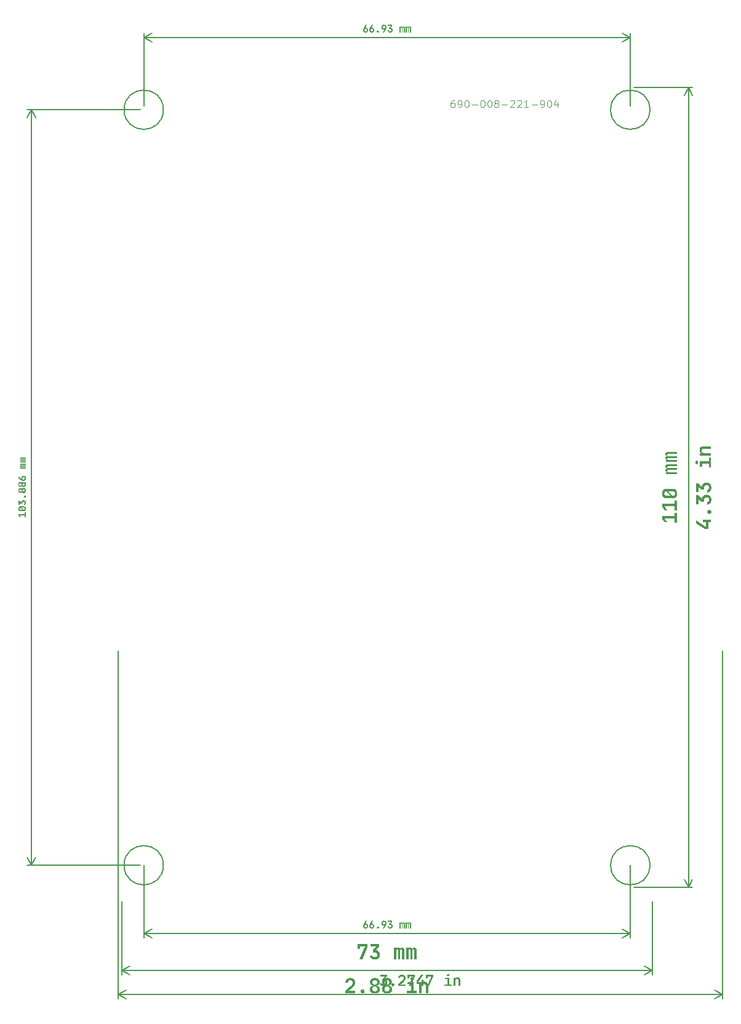
<source format=gbr>
%TF.GenerationSoftware,KiCad,Pcbnew,7.99.0-957-g18dd623122*%
%TF.CreationDate,2023-07-02T13:55:20-04:00*%
%TF.ProjectId,carrier,63617272-6965-4722-9e6b-696361645f70,V1.0*%
%TF.SameCoordinates,Original*%
%TF.FileFunction,Other,Comment*%
%FSLAX46Y46*%
G04 Gerber Fmt 4.6, Leading zero omitted, Abs format (unit mm)*
G04 Created by KiCad (PCBNEW 7.99.0-957-g18dd623122) date 2023-07-02 13:55:20*
%MOMM*%
%LPD*%
G01*
G04 APERTURE LIST*
%ADD10C,0.150000*%
%ADD11C,0.400000*%
%ADD12C,0.300000*%
%ADD13C,0.200000*%
%ADD14C,0.050000*%
G04 APERTURE END LIST*
D10*
G36*
X30501652Y-7992295D02*
G01*
X30495448Y-8002207D01*
X30489476Y-8011703D01*
X30483736Y-8020783D01*
X30478228Y-8029446D01*
X30472951Y-8037693D01*
X30466277Y-8048041D01*
X30460014Y-8057648D01*
X30454164Y-8066516D01*
X30448726Y-8074642D01*
X30447430Y-8076558D01*
X30441316Y-8085659D01*
X30435643Y-8094032D01*
X30429417Y-8103120D01*
X30423828Y-8111160D01*
X30418109Y-8119216D01*
X30415923Y-8122232D01*
X30409466Y-8130597D01*
X30403155Y-8138821D01*
X30397605Y-8146168D01*
X30411771Y-8146168D01*
X30417276Y-8137557D01*
X30423258Y-8129281D01*
X30429717Y-8121338D01*
X30436653Y-8113729D01*
X30444066Y-8106454D01*
X30451957Y-8099513D01*
X30455246Y-8096831D01*
X30464093Y-8089675D01*
X30472109Y-8083974D01*
X30480708Y-8078512D01*
X30489893Y-8073289D01*
X30499661Y-8068304D01*
X30510014Y-8063557D01*
X30512155Y-8062637D01*
X30523345Y-8058344D01*
X30532804Y-8055435D01*
X30542713Y-8052990D01*
X30553072Y-8051011D01*
X30563882Y-8049498D01*
X30575141Y-8048451D01*
X30586852Y-8047869D01*
X30595930Y-8047738D01*
X30607692Y-8047937D01*
X30619257Y-8048536D01*
X30630624Y-8049535D01*
X30641794Y-8050932D01*
X30652767Y-8052729D01*
X30663541Y-8054925D01*
X30674119Y-8057520D01*
X30684499Y-8060515D01*
X30694681Y-8063909D01*
X30704666Y-8067702D01*
X30711213Y-8070452D01*
X30720880Y-8074868D01*
X30730281Y-8079597D01*
X30739416Y-8084640D01*
X30748284Y-8089996D01*
X30756887Y-8095665D01*
X30765223Y-8101648D01*
X30773293Y-8107944D01*
X30781097Y-8114553D01*
X30788634Y-8121476D01*
X30795906Y-8128713D01*
X30800606Y-8133711D01*
X30807468Y-8141464D01*
X30814044Y-8149516D01*
X30820331Y-8157870D01*
X30826331Y-8166524D01*
X30832043Y-8175478D01*
X30837468Y-8184733D01*
X30842605Y-8194289D01*
X30847454Y-8204145D01*
X30852016Y-8214301D01*
X30856290Y-8224759D01*
X30858980Y-8231897D01*
X30862777Y-8242779D01*
X30866201Y-8253902D01*
X30869251Y-8265265D01*
X30871928Y-8276868D01*
X30874232Y-8288712D01*
X30876161Y-8300796D01*
X30877718Y-8313121D01*
X30878901Y-8325686D01*
X30879710Y-8338492D01*
X30880146Y-8351538D01*
X30880229Y-8360369D01*
X30880005Y-8374124D01*
X30879336Y-8387640D01*
X30878219Y-8400915D01*
X30876657Y-8413949D01*
X30874647Y-8426744D01*
X30872192Y-8439297D01*
X30869289Y-8451611D01*
X30865941Y-8463683D01*
X30862145Y-8475516D01*
X30857903Y-8487108D01*
X30854827Y-8494702D01*
X30849887Y-8505866D01*
X30844589Y-8516733D01*
X30838936Y-8527304D01*
X30832926Y-8537578D01*
X30826559Y-8547557D01*
X30819837Y-8557239D01*
X30812758Y-8566625D01*
X30805322Y-8575715D01*
X30797531Y-8584508D01*
X30789383Y-8593005D01*
X30783753Y-8598505D01*
X30775028Y-8606437D01*
X30765981Y-8614022D01*
X30756612Y-8621258D01*
X30746922Y-8628147D01*
X30736909Y-8634687D01*
X30726574Y-8640881D01*
X30715917Y-8646726D01*
X30704939Y-8652224D01*
X30693638Y-8657373D01*
X30682015Y-8662176D01*
X30674088Y-8665184D01*
X30661971Y-8669374D01*
X30649619Y-8673152D01*
X30637030Y-8676518D01*
X30624205Y-8679472D01*
X30611144Y-8682014D01*
X30597847Y-8684143D01*
X30584313Y-8685860D01*
X30570544Y-8687166D01*
X30556538Y-8688059D01*
X30542297Y-8688539D01*
X30532671Y-8688631D01*
X30522865Y-8688536D01*
X30508364Y-8688035D01*
X30494111Y-8687105D01*
X30480108Y-8685745D01*
X30466353Y-8683956D01*
X30452848Y-8681738D01*
X30439592Y-8679090D01*
X30426584Y-8676013D01*
X30413826Y-8672507D01*
X30401317Y-8668572D01*
X30389056Y-8664207D01*
X30377129Y-8659458D01*
X30365529Y-8654369D01*
X30354255Y-8648942D01*
X30343307Y-8643175D01*
X30332685Y-8637069D01*
X30322389Y-8630624D01*
X30312420Y-8623840D01*
X30302778Y-8616717D01*
X30293461Y-8609254D01*
X30284471Y-8601453D01*
X30278659Y-8596063D01*
X30270279Y-8587657D01*
X30262270Y-8578924D01*
X30254629Y-8569865D01*
X30247357Y-8560480D01*
X30240455Y-8550768D01*
X30233922Y-8540731D01*
X30227758Y-8530366D01*
X30221964Y-8519676D01*
X30216538Y-8508659D01*
X30211482Y-8497316D01*
X30208317Y-8489573D01*
X30203952Y-8477719D01*
X30200016Y-8465602D01*
X30196510Y-8453224D01*
X30193433Y-8440583D01*
X30190786Y-8427681D01*
X30188567Y-8414517D01*
X30186778Y-8401091D01*
X30185419Y-8387403D01*
X30184489Y-8373454D01*
X30184028Y-8360369D01*
X30359747Y-8360369D01*
X30360159Y-8374882D01*
X30361396Y-8388836D01*
X30363457Y-8402233D01*
X30366342Y-8415071D01*
X30370051Y-8427352D01*
X30374585Y-8439074D01*
X30379943Y-8450238D01*
X30386125Y-8460844D01*
X30393132Y-8470892D01*
X30400963Y-8480382D01*
X30406642Y-8486398D01*
X30415759Y-8494822D01*
X30425435Y-8502418D01*
X30435669Y-8509185D01*
X30446461Y-8515123D01*
X30457811Y-8520233D01*
X30469719Y-8524514D01*
X30482186Y-8527967D01*
X30495210Y-8530591D01*
X30508793Y-8532386D01*
X30522934Y-8533353D01*
X30532671Y-8533537D01*
X30546922Y-8533123D01*
X30560641Y-8531880D01*
X30573827Y-8529808D01*
X30586481Y-8526908D01*
X30598602Y-8523179D01*
X30610192Y-8518622D01*
X30621248Y-8513236D01*
X30631773Y-8507021D01*
X30641765Y-8499978D01*
X30651224Y-8492106D01*
X30657235Y-8486398D01*
X30665659Y-8477280D01*
X30673255Y-8467605D01*
X30680022Y-8457371D01*
X30685960Y-8446579D01*
X30691070Y-8435229D01*
X30695351Y-8423320D01*
X30698804Y-8410854D01*
X30701428Y-8397829D01*
X30703223Y-8384247D01*
X30704190Y-8370106D01*
X30704374Y-8360369D01*
X30703960Y-8345819D01*
X30702717Y-8331844D01*
X30700645Y-8318444D01*
X30697745Y-8305620D01*
X30694016Y-8293371D01*
X30689459Y-8281698D01*
X30684073Y-8270599D01*
X30677858Y-8260076D01*
X30670815Y-8250129D01*
X30662943Y-8240756D01*
X30657235Y-8234828D01*
X30648130Y-8226535D01*
X30638493Y-8219057D01*
X30628324Y-8212395D01*
X30617622Y-8206549D01*
X30606388Y-8201519D01*
X30594621Y-8197304D01*
X30582322Y-8193905D01*
X30569491Y-8191322D01*
X30556127Y-8189555D01*
X30542231Y-8188603D01*
X30532671Y-8188422D01*
X30518414Y-8188836D01*
X30504676Y-8190079D01*
X30491457Y-8192150D01*
X30478758Y-8195051D01*
X30466579Y-8198779D01*
X30454919Y-8203337D01*
X30443778Y-8208723D01*
X30433157Y-8214937D01*
X30423056Y-8221981D01*
X30413474Y-8229852D01*
X30407375Y-8235561D01*
X30398863Y-8244667D01*
X30391189Y-8254311D01*
X30384352Y-8264491D01*
X30378352Y-8275208D01*
X30373189Y-8286462D01*
X30368863Y-8298252D01*
X30365375Y-8310579D01*
X30362724Y-8323442D01*
X30360910Y-8336842D01*
X30359933Y-8350779D01*
X30359747Y-8360369D01*
X30184028Y-8360369D01*
X30183988Y-8359242D01*
X30183892Y-8349622D01*
X30184046Y-8337762D01*
X30184507Y-8325873D01*
X30185275Y-8313956D01*
X30186350Y-8302010D01*
X30187733Y-8290035D01*
X30189422Y-8278032D01*
X30191419Y-8266000D01*
X30193723Y-8253940D01*
X30196334Y-8241851D01*
X30199253Y-8229733D01*
X30202479Y-8217587D01*
X30206012Y-8205412D01*
X30209852Y-8193208D01*
X30213999Y-8180976D01*
X30218454Y-8168715D01*
X30223215Y-8156426D01*
X30228274Y-8144041D01*
X30233619Y-8131494D01*
X30239250Y-8118785D01*
X30245167Y-8105913D01*
X30251370Y-8092880D01*
X30257860Y-8079684D01*
X30264636Y-8066326D01*
X30271698Y-8052806D01*
X30279046Y-8039123D01*
X30286680Y-8025279D01*
X30294601Y-8011272D01*
X30302808Y-7997103D01*
X30311301Y-7982772D01*
X30320081Y-7968279D01*
X30329146Y-7953623D01*
X30338498Y-7938806D01*
X30525588Y-7641318D01*
X30726844Y-7641318D01*
X30501652Y-7992295D01*
G37*
G36*
X31340871Y-7992295D02*
G01*
X31334667Y-8002207D01*
X31328695Y-8011703D01*
X31322955Y-8020783D01*
X31317446Y-8029446D01*
X31312170Y-8037693D01*
X31305495Y-8048041D01*
X31299233Y-8057648D01*
X31293382Y-8066516D01*
X31287944Y-8074642D01*
X31286649Y-8076558D01*
X31280534Y-8085659D01*
X31274861Y-8094032D01*
X31268636Y-8103120D01*
X31263046Y-8111160D01*
X31257328Y-8119216D01*
X31255141Y-8122232D01*
X31248684Y-8130597D01*
X31242373Y-8138821D01*
X31236823Y-8146168D01*
X31250989Y-8146168D01*
X31256494Y-8137557D01*
X31262476Y-8129281D01*
X31268935Y-8121338D01*
X31275872Y-8113729D01*
X31283285Y-8106454D01*
X31291175Y-8099513D01*
X31294465Y-8096831D01*
X31303312Y-8089675D01*
X31311327Y-8083974D01*
X31319927Y-8078512D01*
X31329111Y-8073289D01*
X31338880Y-8068304D01*
X31349232Y-8063557D01*
X31351373Y-8062637D01*
X31362563Y-8058344D01*
X31372022Y-8055435D01*
X31381931Y-8052990D01*
X31392290Y-8051011D01*
X31403100Y-8049498D01*
X31414360Y-8048451D01*
X31426070Y-8047869D01*
X31435148Y-8047738D01*
X31446911Y-8047937D01*
X31458476Y-8048536D01*
X31469843Y-8049535D01*
X31481013Y-8050932D01*
X31491985Y-8052729D01*
X31502760Y-8054925D01*
X31513337Y-8057520D01*
X31523717Y-8060515D01*
X31533899Y-8063909D01*
X31543884Y-8067702D01*
X31550431Y-8070452D01*
X31560098Y-8074868D01*
X31569499Y-8079597D01*
X31578634Y-8084640D01*
X31587503Y-8089996D01*
X31596105Y-8095665D01*
X31604441Y-8101648D01*
X31612511Y-8107944D01*
X31620315Y-8114553D01*
X31627853Y-8121476D01*
X31635124Y-8128713D01*
X31639824Y-8133711D01*
X31646687Y-8141464D01*
X31653262Y-8149516D01*
X31659550Y-8157870D01*
X31665550Y-8166524D01*
X31671262Y-8175478D01*
X31676687Y-8184733D01*
X31681823Y-8194289D01*
X31686673Y-8204145D01*
X31691234Y-8214301D01*
X31695508Y-8224759D01*
X31698198Y-8231897D01*
X31701995Y-8242779D01*
X31705419Y-8253902D01*
X31708470Y-8265265D01*
X31711147Y-8276868D01*
X31713450Y-8288712D01*
X31715380Y-8300796D01*
X31716936Y-8313121D01*
X31718119Y-8325686D01*
X31718928Y-8338492D01*
X31719364Y-8351538D01*
X31719447Y-8360369D01*
X31719224Y-8374124D01*
X31718554Y-8387640D01*
X31717438Y-8400915D01*
X31715875Y-8413949D01*
X31713866Y-8426744D01*
X31711410Y-8439297D01*
X31708508Y-8451611D01*
X31705159Y-8463683D01*
X31701364Y-8475516D01*
X31697122Y-8487108D01*
X31694046Y-8494702D01*
X31689105Y-8505866D01*
X31683808Y-8516733D01*
X31678154Y-8527304D01*
X31672144Y-8537578D01*
X31665778Y-8547557D01*
X31659055Y-8557239D01*
X31651976Y-8566625D01*
X31644541Y-8575715D01*
X31636749Y-8584508D01*
X31628601Y-8593005D01*
X31622971Y-8598505D01*
X31614246Y-8606437D01*
X31605200Y-8614022D01*
X31595831Y-8621258D01*
X31586140Y-8628147D01*
X31576127Y-8634687D01*
X31565793Y-8640881D01*
X31555136Y-8646726D01*
X31544157Y-8652224D01*
X31532856Y-8657373D01*
X31521234Y-8662176D01*
X31513306Y-8665184D01*
X31501190Y-8669374D01*
X31488837Y-8673152D01*
X31476248Y-8676518D01*
X31463423Y-8679472D01*
X31450362Y-8682014D01*
X31437065Y-8684143D01*
X31423532Y-8685860D01*
X31409762Y-8687166D01*
X31395757Y-8688059D01*
X31381515Y-8688539D01*
X31371890Y-8688631D01*
X31362084Y-8688536D01*
X31347582Y-8688035D01*
X31333330Y-8687105D01*
X31319326Y-8685745D01*
X31305572Y-8683956D01*
X31292067Y-8681738D01*
X31278810Y-8679090D01*
X31265803Y-8676013D01*
X31253044Y-8672507D01*
X31240535Y-8668572D01*
X31228275Y-8664207D01*
X31216348Y-8659458D01*
X31204747Y-8654369D01*
X31193473Y-8648942D01*
X31182525Y-8643175D01*
X31171903Y-8637069D01*
X31161608Y-8630624D01*
X31151639Y-8623840D01*
X31141996Y-8616717D01*
X31132679Y-8609254D01*
X31123689Y-8601453D01*
X31117877Y-8596063D01*
X31109498Y-8587657D01*
X31101488Y-8578924D01*
X31093847Y-8569865D01*
X31086576Y-8560480D01*
X31079674Y-8550768D01*
X31073140Y-8540731D01*
X31066977Y-8530366D01*
X31061182Y-8519676D01*
X31055757Y-8508659D01*
X31050701Y-8497316D01*
X31047535Y-8489573D01*
X31043170Y-8477719D01*
X31039235Y-8465602D01*
X31035728Y-8453224D01*
X31032652Y-8440583D01*
X31030004Y-8427681D01*
X31027786Y-8414517D01*
X31025997Y-8401091D01*
X31024637Y-8387403D01*
X31023707Y-8373454D01*
X31023246Y-8360369D01*
X31198966Y-8360369D01*
X31199378Y-8374882D01*
X31200614Y-8388836D01*
X31202675Y-8402233D01*
X31205560Y-8415071D01*
X31209270Y-8427352D01*
X31213803Y-8439074D01*
X31219161Y-8450238D01*
X31225344Y-8460844D01*
X31232351Y-8470892D01*
X31240182Y-8480382D01*
X31245860Y-8486398D01*
X31254978Y-8494822D01*
X31264654Y-8502418D01*
X31274887Y-8509185D01*
X31285679Y-8515123D01*
X31297030Y-8520233D01*
X31308938Y-8524514D01*
X31321404Y-8527967D01*
X31334429Y-8530591D01*
X31348011Y-8532386D01*
X31362152Y-8533353D01*
X31371890Y-8533537D01*
X31386141Y-8533123D01*
X31399859Y-8531880D01*
X31413045Y-8529808D01*
X31425699Y-8526908D01*
X31437821Y-8523179D01*
X31449410Y-8518622D01*
X31460467Y-8513236D01*
X31470991Y-8507021D01*
X31480983Y-8499978D01*
X31490443Y-8492106D01*
X31496453Y-8486398D01*
X31504878Y-8477280D01*
X31512473Y-8467605D01*
X31519240Y-8457371D01*
X31525179Y-8446579D01*
X31530288Y-8435229D01*
X31534570Y-8423320D01*
X31538022Y-8410854D01*
X31540646Y-8397829D01*
X31542441Y-8384247D01*
X31543408Y-8370106D01*
X31543592Y-8360369D01*
X31543178Y-8345819D01*
X31541935Y-8331844D01*
X31539864Y-8318444D01*
X31536963Y-8305620D01*
X31533235Y-8293371D01*
X31528677Y-8281698D01*
X31523291Y-8270599D01*
X31517077Y-8260076D01*
X31510033Y-8250129D01*
X31502162Y-8240756D01*
X31496453Y-8234828D01*
X31487349Y-8226535D01*
X31477712Y-8219057D01*
X31467542Y-8212395D01*
X31456840Y-8206549D01*
X31445606Y-8201519D01*
X31433839Y-8197304D01*
X31421541Y-8193905D01*
X31408709Y-8191322D01*
X31395345Y-8189555D01*
X31381449Y-8188603D01*
X31371890Y-8188422D01*
X31357632Y-8188836D01*
X31343894Y-8190079D01*
X31330676Y-8192150D01*
X31317977Y-8195051D01*
X31305797Y-8198779D01*
X31294137Y-8203337D01*
X31282997Y-8208723D01*
X31272376Y-8214937D01*
X31262274Y-8221981D01*
X31252692Y-8229852D01*
X31246593Y-8235561D01*
X31238081Y-8244667D01*
X31230407Y-8254311D01*
X31223570Y-8264491D01*
X31217570Y-8275208D01*
X31212407Y-8286462D01*
X31208082Y-8298252D01*
X31204593Y-8310579D01*
X31201942Y-8323442D01*
X31200128Y-8336842D01*
X31199152Y-8350779D01*
X31198966Y-8360369D01*
X31023246Y-8360369D01*
X31023206Y-8359242D01*
X31023111Y-8349622D01*
X31023264Y-8337762D01*
X31023725Y-8325873D01*
X31024493Y-8313956D01*
X31025568Y-8302010D01*
X31026951Y-8290035D01*
X31028641Y-8278032D01*
X31030637Y-8266000D01*
X31032942Y-8253940D01*
X31035553Y-8241851D01*
X31038471Y-8229733D01*
X31041697Y-8217587D01*
X31045230Y-8205412D01*
X31049070Y-8193208D01*
X31053218Y-8180976D01*
X31057672Y-8168715D01*
X31062434Y-8156426D01*
X31067492Y-8144041D01*
X31072837Y-8131494D01*
X31078468Y-8118785D01*
X31084385Y-8105913D01*
X31090589Y-8092880D01*
X31097078Y-8079684D01*
X31103854Y-8066326D01*
X31110916Y-8052806D01*
X31118264Y-8039123D01*
X31125899Y-8025279D01*
X31133820Y-8011272D01*
X31142027Y-7997103D01*
X31150520Y-7982772D01*
X31159299Y-7968279D01*
X31168365Y-7953623D01*
X31177716Y-7938806D01*
X31364807Y-7641318D01*
X31566063Y-7641318D01*
X31340871Y-7992295D01*
G37*
G36*
X32074576Y-8547947D02*
G01*
X32074905Y-8536089D01*
X32075890Y-8524694D01*
X32077532Y-8513764D01*
X32079831Y-8503297D01*
X32082787Y-8493293D01*
X32086400Y-8483753D01*
X32090670Y-8474677D01*
X32095596Y-8466065D01*
X32101180Y-8457916D01*
X32107420Y-8450231D01*
X32111945Y-8445365D01*
X32119167Y-8438556D01*
X32126817Y-8432416D01*
X32137686Y-8425272D01*
X32146339Y-8420696D01*
X32155421Y-8416789D01*
X32164932Y-8413552D01*
X32174872Y-8410984D01*
X32185242Y-8409087D01*
X32196041Y-8407859D01*
X32207270Y-8407300D01*
X32211108Y-8407263D01*
X32222735Y-8407598D01*
X32233894Y-8408603D01*
X32244585Y-8410277D01*
X32254808Y-8412621D01*
X32264564Y-8415635D01*
X32273851Y-8419319D01*
X32282670Y-8423672D01*
X32293701Y-8430519D01*
X32303900Y-8438556D01*
X32311003Y-8445365D01*
X32317551Y-8452741D01*
X32323454Y-8460581D01*
X32328713Y-8468884D01*
X32333329Y-8477651D01*
X32337300Y-8486882D01*
X32340627Y-8496576D01*
X32343311Y-8506734D01*
X32345350Y-8517356D01*
X32346745Y-8528441D01*
X32347497Y-8539990D01*
X32347640Y-8547947D01*
X32347318Y-8559594D01*
X32346352Y-8570811D01*
X32344742Y-8581598D01*
X32342488Y-8591957D01*
X32339590Y-8601886D01*
X32336048Y-8611385D01*
X32331862Y-8620456D01*
X32327032Y-8629097D01*
X32321558Y-8637309D01*
X32315440Y-8645091D01*
X32311003Y-8650041D01*
X32303900Y-8656937D01*
X32296329Y-8663155D01*
X32285506Y-8670391D01*
X32276842Y-8675026D01*
X32267711Y-8678983D01*
X32258112Y-8682262D01*
X32248045Y-8684862D01*
X32237510Y-8686784D01*
X32226507Y-8688028D01*
X32215036Y-8688593D01*
X32211108Y-8688631D01*
X32199736Y-8688292D01*
X32188794Y-8687274D01*
X32178281Y-8685578D01*
X32168198Y-8683204D01*
X32158543Y-8680152D01*
X32149318Y-8676421D01*
X32140523Y-8672012D01*
X32132156Y-8666924D01*
X32124220Y-8661158D01*
X32116712Y-8654714D01*
X32111945Y-8650041D01*
X32105267Y-8642545D01*
X32099246Y-8634619D01*
X32093881Y-8626264D01*
X32089174Y-8617480D01*
X32085123Y-8608267D01*
X32081729Y-8598624D01*
X32078992Y-8588552D01*
X32076912Y-8578050D01*
X32075489Y-8567119D01*
X32074722Y-8555759D01*
X32074576Y-8547947D01*
G37*
G36*
X33058667Y-7625782D02*
G01*
X33073168Y-7626282D01*
X33087421Y-7627213D01*
X33101424Y-7628572D01*
X33115179Y-7630361D01*
X33128684Y-7632579D01*
X33141940Y-7635227D01*
X33154948Y-7638304D01*
X33167706Y-7641810D01*
X33180215Y-7645746D01*
X33192476Y-7650110D01*
X33204444Y-7654860D01*
X33216078Y-7659948D01*
X33227376Y-7665375D01*
X33238340Y-7671142D01*
X33248969Y-7677248D01*
X33259263Y-7683693D01*
X33269222Y-7690477D01*
X33278846Y-7697600D01*
X33288135Y-7705063D01*
X33297090Y-7712865D01*
X33302874Y-7718254D01*
X33311253Y-7726623D01*
X33319263Y-7735336D01*
X33326903Y-7744392D01*
X33334175Y-7753792D01*
X33341077Y-7763535D01*
X33347610Y-7773621D01*
X33353774Y-7784051D01*
X33359568Y-7794824D01*
X33364994Y-7805941D01*
X33370050Y-7817402D01*
X33373215Y-7825233D01*
X33377624Y-7837174D01*
X33381599Y-7849370D01*
X33385140Y-7861818D01*
X33388248Y-7874520D01*
X33390922Y-7887475D01*
X33393162Y-7900684D01*
X33394969Y-7914145D01*
X33396342Y-7927860D01*
X33397282Y-7941829D01*
X33397788Y-7956050D01*
X33397884Y-7965672D01*
X33397729Y-7977529D01*
X33397266Y-7989410D01*
X33396493Y-8001313D01*
X33395411Y-8013239D01*
X33394020Y-8025187D01*
X33392320Y-8037159D01*
X33390311Y-8049154D01*
X33387992Y-8061171D01*
X33385365Y-8073212D01*
X33382428Y-8085275D01*
X33379182Y-8097361D01*
X33375627Y-8109470D01*
X33371763Y-8121602D01*
X33367590Y-8133757D01*
X33363108Y-8145935D01*
X33358317Y-8158136D01*
X33353258Y-8170407D01*
X33347913Y-8182858D01*
X33342282Y-8195488D01*
X33336365Y-8208297D01*
X33330162Y-8221286D01*
X33323672Y-8234454D01*
X33316896Y-8247801D01*
X33309834Y-8261328D01*
X33302486Y-8275034D01*
X33294852Y-8288920D01*
X33286931Y-8302985D01*
X33278724Y-8317229D01*
X33270231Y-8331653D01*
X33261451Y-8346256D01*
X33252386Y-8361038D01*
X33243034Y-8376000D01*
X33055944Y-8673000D01*
X32854688Y-8673000D01*
X33079880Y-8335700D01*
X33086343Y-8326137D01*
X33092545Y-8316955D01*
X33098485Y-8308156D01*
X33104163Y-8299739D01*
X33111326Y-8289111D01*
X33118024Y-8279162D01*
X33124256Y-8269892D01*
X33130022Y-8261301D01*
X33135323Y-8253390D01*
X33141508Y-8244284D01*
X33147239Y-8235893D01*
X33153519Y-8226768D01*
X33159146Y-8218673D01*
X33164886Y-8210532D01*
X33167074Y-8207473D01*
X33172891Y-8199214D01*
X33178658Y-8191081D01*
X33183927Y-8183781D01*
X33170005Y-8183781D01*
X33164466Y-8192386D01*
X33158533Y-8200644D01*
X33152206Y-8208557D01*
X33145486Y-8216124D01*
X33138372Y-8223345D01*
X33130865Y-8230221D01*
X33127751Y-8232874D01*
X33118879Y-8239649D01*
X33110802Y-8245150D01*
X33102106Y-8250520D01*
X33092789Y-8255759D01*
X33082853Y-8260867D01*
X33072296Y-8265844D01*
X33070110Y-8266824D01*
X33058773Y-8271257D01*
X33049206Y-8274262D01*
X33039196Y-8276786D01*
X33028743Y-8278830D01*
X33017847Y-8280393D01*
X33006509Y-8281475D01*
X32994728Y-8282076D01*
X32985602Y-8282211D01*
X32973840Y-8282007D01*
X32962275Y-8281395D01*
X32950908Y-8280376D01*
X32939738Y-8278948D01*
X32928766Y-8277113D01*
X32917991Y-8274869D01*
X32907413Y-8272218D01*
X32897033Y-8269159D01*
X32886851Y-8265692D01*
X32876866Y-8261818D01*
X32870319Y-8259008D01*
X32860694Y-8254498D01*
X32851326Y-8249671D01*
X32842215Y-8244526D01*
X32833362Y-8239064D01*
X32824767Y-8233284D01*
X32816430Y-8227186D01*
X32808349Y-8220770D01*
X32800527Y-8214037D01*
X32792962Y-8206986D01*
X32785655Y-8199617D01*
X32780927Y-8194528D01*
X32774064Y-8186584D01*
X32767488Y-8178322D01*
X32761201Y-8169742D01*
X32755201Y-8160845D01*
X32749489Y-8151630D01*
X32744064Y-8142098D01*
X32738927Y-8132247D01*
X32734078Y-8122079D01*
X32729516Y-8111593D01*
X32725242Y-8100790D01*
X32722553Y-8093411D01*
X32718799Y-8082136D01*
X32715414Y-8070659D01*
X32712399Y-8058981D01*
X32709753Y-8047100D01*
X32707476Y-8035018D01*
X32705568Y-8022734D01*
X32704030Y-8010249D01*
X32702860Y-7997561D01*
X32702060Y-7984672D01*
X32701630Y-7971581D01*
X32701548Y-7962741D01*
X32701575Y-7961032D01*
X32877402Y-7961032D01*
X32877586Y-7971191D01*
X32878135Y-7981090D01*
X32879646Y-7995453D01*
X32881982Y-8009231D01*
X32885142Y-8022426D01*
X32889126Y-8035037D01*
X32893935Y-8047064D01*
X32899568Y-8058507D01*
X32906025Y-8069367D01*
X32913306Y-8079642D01*
X32921412Y-8089334D01*
X32924297Y-8092434D01*
X32933402Y-8101208D01*
X32943039Y-8109118D01*
X32953208Y-8116166D01*
X32963910Y-8122350D01*
X32975144Y-8127672D01*
X32986911Y-8132130D01*
X32999210Y-8135726D01*
X33012041Y-8138459D01*
X33025405Y-8140329D01*
X33039301Y-8141335D01*
X33048861Y-8141527D01*
X33063118Y-8141096D01*
X33076856Y-8139801D01*
X33090075Y-8137644D01*
X33102774Y-8134623D01*
X33114953Y-8130740D01*
X33126613Y-8125994D01*
X33137754Y-8120385D01*
X33148375Y-8113912D01*
X33158476Y-8106577D01*
X33168058Y-8098379D01*
X33174158Y-8092434D01*
X33182713Y-8082937D01*
X33190426Y-8072857D01*
X33197299Y-8062192D01*
X33203329Y-8050943D01*
X33208518Y-8039111D01*
X33212866Y-8026695D01*
X33216372Y-8013695D01*
X33219037Y-8000110D01*
X33220860Y-7985942D01*
X33221608Y-7976173D01*
X33221982Y-7966144D01*
X33222029Y-7961032D01*
X33221845Y-7950902D01*
X33221293Y-7941030D01*
X33219773Y-7926706D01*
X33217426Y-7912961D01*
X33214249Y-7899795D01*
X33210244Y-7887209D01*
X33205411Y-7875203D01*
X33199749Y-7863776D01*
X33193258Y-7852929D01*
X33185938Y-7842662D01*
X33177790Y-7832974D01*
X33174890Y-7829873D01*
X33165773Y-7821100D01*
X33156097Y-7813189D01*
X33145863Y-7806142D01*
X33135071Y-7799957D01*
X33123721Y-7794636D01*
X33111813Y-7790177D01*
X33099346Y-7786581D01*
X33086322Y-7783849D01*
X33072739Y-7781979D01*
X33058598Y-7780972D01*
X33048861Y-7780780D01*
X33034610Y-7781212D01*
X33020891Y-7782506D01*
X33007705Y-7784664D01*
X32995051Y-7787684D01*
X32982930Y-7791567D01*
X32971341Y-7796314D01*
X32960284Y-7801923D01*
X32949759Y-7808395D01*
X32939767Y-7815730D01*
X32930308Y-7823928D01*
X32924297Y-7829873D01*
X32915917Y-7839368D01*
X32908360Y-7849442D01*
X32901628Y-7860096D01*
X32895721Y-7871330D01*
X32890637Y-7883143D01*
X32886378Y-7895535D01*
X32882944Y-7908508D01*
X32880333Y-7922060D01*
X32878547Y-7936191D01*
X32877815Y-7945934D01*
X32877448Y-7955935D01*
X32877402Y-7961032D01*
X32701575Y-7961032D01*
X32701769Y-7948663D01*
X32702432Y-7934820D01*
X32703538Y-7921214D01*
X32705085Y-7907844D01*
X32707075Y-7894710D01*
X32709507Y-7881812D01*
X32712382Y-7869150D01*
X32715698Y-7856725D01*
X32719457Y-7844535D01*
X32723658Y-7832582D01*
X32726705Y-7824744D01*
X32731646Y-7813181D01*
X32736943Y-7801941D01*
X32742596Y-7791022D01*
X32748606Y-7780425D01*
X32754973Y-7770151D01*
X32761695Y-7760198D01*
X32768774Y-7750567D01*
X32776210Y-7741259D01*
X32784001Y-7732272D01*
X32792149Y-7723608D01*
X32797779Y-7718010D01*
X32806504Y-7709856D01*
X32815551Y-7702062D01*
X32824920Y-7694628D01*
X32834610Y-7687556D01*
X32844623Y-7680844D01*
X32854958Y-7674493D01*
X32865615Y-7668502D01*
X32876593Y-7662872D01*
X32887894Y-7657603D01*
X32899517Y-7652694D01*
X32907444Y-7649622D01*
X32919561Y-7645344D01*
X32931913Y-7641488D01*
X32944502Y-7638051D01*
X32957327Y-7635036D01*
X32970388Y-7632441D01*
X32983685Y-7630268D01*
X32997219Y-7628515D01*
X33010988Y-7627182D01*
X33024994Y-7626271D01*
X33039235Y-7625780D01*
X33048861Y-7625686D01*
X33058667Y-7625782D01*
G37*
G36*
X33886614Y-8688631D02*
G01*
X33873292Y-8688461D01*
X33860164Y-8687953D01*
X33847229Y-8687105D01*
X33834487Y-8685918D01*
X33821938Y-8684391D01*
X33809583Y-8682526D01*
X33797421Y-8680321D01*
X33785452Y-8677778D01*
X33773676Y-8674895D01*
X33762093Y-8671672D01*
X33754479Y-8669336D01*
X33743259Y-8665568D01*
X33732313Y-8661499D01*
X33721643Y-8657130D01*
X33711248Y-8652460D01*
X33701127Y-8647490D01*
X33691281Y-8642219D01*
X33681709Y-8636648D01*
X33672413Y-8630776D01*
X33663391Y-8624604D01*
X33654644Y-8618131D01*
X33648966Y-8613648D01*
X33640698Y-8606694D01*
X33632748Y-8599478D01*
X33625116Y-8591999D01*
X33617802Y-8584259D01*
X33610805Y-8576257D01*
X33604126Y-8567993D01*
X33597765Y-8559467D01*
X33591721Y-8550680D01*
X33585995Y-8541630D01*
X33580587Y-8532318D01*
X33577158Y-8525965D01*
X33572351Y-8516191D01*
X33567913Y-8506193D01*
X33563845Y-8495972D01*
X33560145Y-8485528D01*
X33556815Y-8474860D01*
X33553854Y-8463970D01*
X33551262Y-8452856D01*
X33549040Y-8441518D01*
X33547186Y-8429958D01*
X33545702Y-8418174D01*
X33544918Y-8410194D01*
X33720773Y-8410194D01*
X33722659Y-8420401D01*
X33725201Y-8430230D01*
X33728400Y-8439681D01*
X33732256Y-8448754D01*
X33736769Y-8457449D01*
X33741939Y-8465767D01*
X33747766Y-8473707D01*
X33754250Y-8481269D01*
X33761390Y-8488453D01*
X33769187Y-8495259D01*
X33774751Y-8499587D01*
X33783536Y-8505654D01*
X33792674Y-8511125D01*
X33802164Y-8515998D01*
X33812005Y-8520275D01*
X33822199Y-8523955D01*
X33832745Y-8527039D01*
X33843643Y-8529525D01*
X33854893Y-8531415D01*
X33866495Y-8532708D01*
X33878449Y-8533404D01*
X33886614Y-8533537D01*
X33900634Y-8533135D01*
X33914117Y-8531931D01*
X33927064Y-8529924D01*
X33939473Y-8527114D01*
X33951347Y-8523501D01*
X33962683Y-8519085D01*
X33973483Y-8513867D01*
X33983746Y-8507846D01*
X33993473Y-8501021D01*
X34002663Y-8493394D01*
X34008491Y-8487863D01*
X34016653Y-8479044D01*
X34024013Y-8469714D01*
X34030570Y-8459873D01*
X34036323Y-8449521D01*
X34041274Y-8438658D01*
X34045422Y-8427285D01*
X34048768Y-8415400D01*
X34051310Y-8403004D01*
X34053049Y-8390098D01*
X34053986Y-8376680D01*
X34054165Y-8367452D01*
X34053750Y-8353700D01*
X34052507Y-8340472D01*
X34050436Y-8327768D01*
X34047536Y-8315588D01*
X34043807Y-8303932D01*
X34039249Y-8292799D01*
X34033863Y-8282190D01*
X34027649Y-8272105D01*
X34020606Y-8262544D01*
X34012734Y-8253507D01*
X34007026Y-8247773D01*
X33997897Y-8239741D01*
X33988189Y-8232500D01*
X33977902Y-8226048D01*
X33967035Y-8220387D01*
X33955588Y-8215515D01*
X33943562Y-8211434D01*
X33930956Y-8208142D01*
X33917770Y-8205641D01*
X33904005Y-8203929D01*
X33889660Y-8203008D01*
X33879775Y-8202832D01*
X33757409Y-8202832D01*
X33757409Y-8025023D01*
X33919098Y-7869441D01*
X33928189Y-7861701D01*
X33937142Y-7854236D01*
X33945957Y-7847047D01*
X33954636Y-7840131D01*
X33963176Y-7833491D01*
X33971580Y-7827125D01*
X33979846Y-7821035D01*
X33987975Y-7815219D01*
X33996493Y-7809479D01*
X34005194Y-7803739D01*
X34014078Y-7798000D01*
X34023146Y-7792260D01*
X34023146Y-7784444D01*
X34012513Y-7786451D01*
X34002511Y-7787684D01*
X33991989Y-7788397D01*
X33982357Y-7788596D01*
X33972282Y-7790428D01*
X33961719Y-7792016D01*
X33950667Y-7793359D01*
X33939126Y-7794458D01*
X33927097Y-7795313D01*
X33914580Y-7795923D01*
X33901574Y-7796290D01*
X33891499Y-7796404D01*
X33888079Y-7796412D01*
X33587172Y-7796412D01*
X33587172Y-7641318D01*
X34186300Y-7641318D01*
X34186300Y-7817173D01*
X33980892Y-8000599D01*
X33973167Y-8007310D01*
X33965443Y-8013675D01*
X33958421Y-8019161D01*
X33950201Y-8025367D01*
X33941761Y-8031624D01*
X33937416Y-8034793D01*
X33929162Y-8040048D01*
X33920607Y-8045198D01*
X33916167Y-8047738D01*
X33929513Y-8047952D01*
X33942623Y-8048596D01*
X33955496Y-8049670D01*
X33968134Y-8051172D01*
X33980535Y-8053104D01*
X33992700Y-8055466D01*
X34004629Y-8058256D01*
X34016322Y-8061476D01*
X34027779Y-8065126D01*
X34039000Y-8069204D01*
X34046349Y-8072162D01*
X34057146Y-8076892D01*
X34067647Y-8081922D01*
X34077851Y-8087253D01*
X34087759Y-8092885D01*
X34097371Y-8098817D01*
X34106687Y-8105049D01*
X34115707Y-8111582D01*
X34124430Y-8118416D01*
X34132857Y-8125550D01*
X34140988Y-8132984D01*
X34146244Y-8138108D01*
X34153855Y-8146032D01*
X34161119Y-8154236D01*
X34168035Y-8162719D01*
X34174603Y-8171481D01*
X34180823Y-8180522D01*
X34186696Y-8189842D01*
X34192221Y-8199441D01*
X34197398Y-8209320D01*
X34202227Y-8219477D01*
X34206708Y-8229913D01*
X34209503Y-8237026D01*
X34213431Y-8247900D01*
X34216973Y-8258996D01*
X34220129Y-8270317D01*
X34222898Y-8281860D01*
X34225281Y-8293626D01*
X34227277Y-8305616D01*
X34228887Y-8317829D01*
X34230111Y-8330266D01*
X34230948Y-8342925D01*
X34231399Y-8355808D01*
X34231485Y-8364521D01*
X34231268Y-8378146D01*
X34230618Y-8391543D01*
X34229533Y-8404713D01*
X34228016Y-8417655D01*
X34226064Y-8430370D01*
X34223680Y-8442857D01*
X34220861Y-8455117D01*
X34217609Y-8467149D01*
X34213923Y-8478953D01*
X34209803Y-8490530D01*
X34206816Y-8498122D01*
X34202011Y-8509231D01*
X34196844Y-8520026D01*
X34191317Y-8530508D01*
X34185430Y-8540677D01*
X34179182Y-8550532D01*
X34172573Y-8560074D01*
X34165603Y-8569303D01*
X34158273Y-8578218D01*
X34150582Y-8586820D01*
X34142531Y-8595108D01*
X34136963Y-8600459D01*
X34128375Y-8608212D01*
X34119466Y-8615626D01*
X34110235Y-8622701D01*
X34100681Y-8629436D01*
X34090806Y-8635833D01*
X34080609Y-8641890D01*
X34070089Y-8647608D01*
X34059248Y-8652987D01*
X34048084Y-8658027D01*
X34036599Y-8662727D01*
X34028763Y-8665672D01*
X34016765Y-8669775D01*
X34004492Y-8673475D01*
X33991944Y-8676770D01*
X33979121Y-8679663D01*
X33966023Y-8682151D01*
X33952651Y-8684237D01*
X33939004Y-8685918D01*
X33925082Y-8687196D01*
X33910886Y-8688071D01*
X33896414Y-8688541D01*
X33886614Y-8688631D01*
G37*
G36*
X35356956Y-7891422D02*
G01*
X35356956Y-8000843D01*
X35369656Y-8000843D01*
X35370695Y-7990119D01*
X35372253Y-7979837D01*
X35374330Y-7969998D01*
X35377908Y-7957566D01*
X35382409Y-7945921D01*
X35387834Y-7935061D01*
X35394182Y-7924988D01*
X35401454Y-7915701D01*
X35407514Y-7909252D01*
X35416372Y-7901410D01*
X35425970Y-7894613D01*
X35436308Y-7888862D01*
X35447387Y-7884156D01*
X35459206Y-7880496D01*
X35471765Y-7877882D01*
X35481671Y-7876608D01*
X35491993Y-7875922D01*
X35499105Y-7875791D01*
X35508924Y-7876072D01*
X35521361Y-7877322D01*
X35533051Y-7879572D01*
X35543992Y-7882821D01*
X35554185Y-7887071D01*
X35563631Y-7892320D01*
X35572328Y-7898569D01*
X35580277Y-7905818D01*
X35582148Y-7907787D01*
X35589269Y-7916240D01*
X35595856Y-7925601D01*
X35601909Y-7935871D01*
X35607427Y-7947049D01*
X35612411Y-7959135D01*
X35615798Y-7968796D01*
X35618885Y-7978967D01*
X35621672Y-7989650D01*
X35624158Y-8000843D01*
X35635393Y-8000843D01*
X35636475Y-7990119D01*
X35638072Y-7979837D01*
X35640184Y-7969998D01*
X35643802Y-7957566D01*
X35648336Y-7945921D01*
X35653785Y-7935061D01*
X35660151Y-7924988D01*
X35667432Y-7915701D01*
X35673495Y-7909252D01*
X35682295Y-7901410D01*
X35691843Y-7894613D01*
X35702140Y-7888862D01*
X35713184Y-7884156D01*
X35724976Y-7880496D01*
X35737517Y-7877882D01*
X35747413Y-7876608D01*
X35757730Y-7875922D01*
X35764841Y-7875791D01*
X35777797Y-7876255D01*
X35790284Y-7877646D01*
X35802303Y-7879964D01*
X35813854Y-7883210D01*
X35824937Y-7887383D01*
X35835553Y-7892483D01*
X35845700Y-7898511D01*
X35855379Y-7905466D01*
X35864591Y-7913349D01*
X35873334Y-7922159D01*
X35878903Y-7928547D01*
X35886716Y-7938758D01*
X35893761Y-7949699D01*
X35900037Y-7961370D01*
X35905544Y-7973770D01*
X35910283Y-7986901D01*
X35914254Y-8000761D01*
X35916474Y-8010407D01*
X35918353Y-8020377D01*
X35919890Y-8030671D01*
X35921085Y-8041290D01*
X35921939Y-8052233D01*
X35922452Y-8063501D01*
X35922622Y-8075093D01*
X35922622Y-8673000D01*
X35766307Y-8673000D01*
X35766307Y-8089015D01*
X35766048Y-8078338D01*
X35765273Y-8068350D01*
X35763140Y-8054659D01*
X35759843Y-8042518D01*
X35755383Y-8031927D01*
X35749759Y-8022886D01*
X35742972Y-8015395D01*
X35735022Y-8009454D01*
X35725908Y-8005062D01*
X35715630Y-8002221D01*
X35704189Y-8000929D01*
X35700117Y-8000843D01*
X35687808Y-8001644D01*
X35676710Y-8004046D01*
X35666822Y-8008050D01*
X35658145Y-8013654D01*
X35650679Y-8020861D01*
X35644424Y-8029669D01*
X35639379Y-8040078D01*
X35635545Y-8052088D01*
X35632922Y-8065700D01*
X35631846Y-8075665D01*
X35631308Y-8086341D01*
X35631241Y-8091946D01*
X35631241Y-8673000D01*
X35504723Y-8673000D01*
X35504723Y-8089015D01*
X35504454Y-8078338D01*
X35503647Y-8068350D01*
X35501427Y-8054659D01*
X35497997Y-8042518D01*
X35493355Y-8031927D01*
X35487504Y-8022886D01*
X35480441Y-8015395D01*
X35472168Y-8009454D01*
X35462684Y-8005062D01*
X35451989Y-8002221D01*
X35440084Y-8000929D01*
X35435846Y-8000843D01*
X35424279Y-8001644D01*
X35413850Y-8004046D01*
X35404559Y-8008050D01*
X35396405Y-8013654D01*
X35389389Y-8020861D01*
X35383511Y-8029669D01*
X35378770Y-8040078D01*
X35375167Y-8052088D01*
X35372702Y-8065700D01*
X35371691Y-8075665D01*
X35371185Y-8086341D01*
X35371122Y-8091946D01*
X35371122Y-8673000D01*
X35214807Y-8673000D01*
X35214807Y-7891422D01*
X35356956Y-7891422D01*
G37*
G36*
X36196174Y-7891422D02*
G01*
X36196174Y-8000843D01*
X36208875Y-8000843D01*
X36209913Y-7990119D01*
X36211471Y-7979837D01*
X36213548Y-7969998D01*
X36217126Y-7957566D01*
X36221627Y-7945921D01*
X36227052Y-7935061D01*
X36233401Y-7924988D01*
X36240673Y-7915701D01*
X36246733Y-7909252D01*
X36255590Y-7901410D01*
X36265188Y-7894613D01*
X36275526Y-7888862D01*
X36286605Y-7884156D01*
X36298424Y-7880496D01*
X36310984Y-7877882D01*
X36320889Y-7876608D01*
X36331211Y-7875922D01*
X36338324Y-7875791D01*
X36348142Y-7876072D01*
X36360580Y-7877322D01*
X36372269Y-7879572D01*
X36383210Y-7882821D01*
X36393404Y-7887071D01*
X36402849Y-7892320D01*
X36411546Y-7898569D01*
X36419496Y-7905818D01*
X36421366Y-7907787D01*
X36428487Y-7916240D01*
X36435074Y-7925601D01*
X36441127Y-7935871D01*
X36446645Y-7947049D01*
X36451629Y-7959135D01*
X36455017Y-7968796D01*
X36458104Y-7978967D01*
X36460890Y-7989650D01*
X36463376Y-8000843D01*
X36474611Y-8000843D01*
X36475693Y-7990119D01*
X36477290Y-7979837D01*
X36479402Y-7969998D01*
X36483020Y-7957566D01*
X36487554Y-7945921D01*
X36493004Y-7935061D01*
X36499369Y-7924988D01*
X36506651Y-7915701D01*
X36512713Y-7909252D01*
X36521513Y-7901410D01*
X36531062Y-7894613D01*
X36541358Y-7888862D01*
X36552402Y-7884156D01*
X36564195Y-7880496D01*
X36576735Y-7877882D01*
X36586631Y-7876608D01*
X36596948Y-7875922D01*
X36604060Y-7875791D01*
X36617015Y-7876255D01*
X36629502Y-7877646D01*
X36641521Y-7879964D01*
X36653073Y-7883210D01*
X36664156Y-7887383D01*
X36674771Y-7892483D01*
X36684918Y-7898511D01*
X36694598Y-7905466D01*
X36703809Y-7913349D01*
X36712552Y-7922159D01*
X36718121Y-7928547D01*
X36725934Y-7938758D01*
X36732979Y-7949699D01*
X36739255Y-7961370D01*
X36744763Y-7973770D01*
X36749502Y-7986901D01*
X36753473Y-8000761D01*
X36755693Y-8010407D01*
X36757571Y-8020377D01*
X36759108Y-8030671D01*
X36760304Y-8041290D01*
X36761158Y-8052233D01*
X36761670Y-8063501D01*
X36761841Y-8075093D01*
X36761841Y-8673000D01*
X36605525Y-8673000D01*
X36605525Y-8089015D01*
X36605267Y-8078338D01*
X36604491Y-8068350D01*
X36602358Y-8054659D01*
X36599061Y-8042518D01*
X36594601Y-8031927D01*
X36588978Y-8022886D01*
X36582191Y-8015395D01*
X36574240Y-8009454D01*
X36565126Y-8005062D01*
X36554849Y-8002221D01*
X36543408Y-8000929D01*
X36539335Y-8000843D01*
X36527026Y-8001644D01*
X36515928Y-8004046D01*
X36506041Y-8008050D01*
X36497364Y-8013654D01*
X36489898Y-8020861D01*
X36483642Y-8029669D01*
X36478598Y-8040078D01*
X36474764Y-8052088D01*
X36472141Y-8065700D01*
X36471064Y-8075665D01*
X36470526Y-8086341D01*
X36470459Y-8091946D01*
X36470459Y-8673000D01*
X36343941Y-8673000D01*
X36343941Y-8089015D01*
X36343672Y-8078338D01*
X36342865Y-8068350D01*
X36340645Y-8054659D01*
X36337215Y-8042518D01*
X36332574Y-8031927D01*
X36326722Y-8022886D01*
X36319660Y-8015395D01*
X36311386Y-8009454D01*
X36301902Y-8005062D01*
X36291208Y-8002221D01*
X36279302Y-8000929D01*
X36275065Y-8000843D01*
X36263498Y-8001644D01*
X36253069Y-8004046D01*
X36243777Y-8008050D01*
X36235623Y-8013654D01*
X36228607Y-8020861D01*
X36222729Y-8029669D01*
X36217988Y-8040078D01*
X36214386Y-8052088D01*
X36211921Y-8065700D01*
X36210909Y-8075665D01*
X36210404Y-8086341D01*
X36210340Y-8091946D01*
X36210340Y-8673000D01*
X36054025Y-8673000D01*
X36054025Y-7891422D01*
X36196174Y-7891422D01*
G37*
X2990Y-12001D02*
X2990Y-9994420D01*
X66931995Y-12001D02*
X66931995Y-9994420D01*
X2990Y-9408000D02*
X66931995Y-9408000D01*
X2990Y-9408000D02*
X66931995Y-9408000D01*
X2990Y-9408000D02*
X1129494Y-8821579D01*
X2990Y-9408000D02*
X1129494Y-9994421D01*
X66931995Y-9408000D02*
X65805491Y-9994421D01*
X66931995Y-9408000D02*
X65805491Y-8821579D01*
D11*
G36*
X73049806Y47125151D02*
G01*
X73049806Y47687886D01*
X71876463Y47687886D01*
X71852680Y47688107D01*
X71829691Y47688771D01*
X71807495Y47689878D01*
X71786094Y47691428D01*
X71765486Y47693420D01*
X71745671Y47695855D01*
X71722020Y47699521D01*
X71708424Y47702052D01*
X71687773Y47704126D01*
X71667586Y47707050D01*
X71647863Y47710823D01*
X71637105Y47713287D01*
X71637105Y47690817D01*
X71650875Y47675369D01*
X71664644Y47659920D01*
X71677161Y47645876D01*
X71688610Y47628611D01*
X71700553Y47612061D01*
X71711355Y47598005D01*
X71723825Y47581890D01*
X71736199Y47565299D01*
X71748478Y47548231D01*
X71750923Y47544760D01*
X72019101Y47136386D01*
X71645898Y47136386D01*
X71296631Y47631710D01*
X71296631Y48039596D01*
X73049806Y48039596D01*
X73049806Y48475814D01*
X73359995Y48475814D01*
X73359995Y47125151D01*
X73049806Y47125151D01*
G37*
G36*
X73049806Y48803587D02*
G01*
X73049806Y49366323D01*
X71876463Y49366323D01*
X71852680Y49366544D01*
X71829691Y49367208D01*
X71807495Y49368315D01*
X71786094Y49369864D01*
X71765486Y49371857D01*
X71745671Y49374291D01*
X71722020Y49377957D01*
X71708424Y49380489D01*
X71687773Y49382563D01*
X71667586Y49385486D01*
X71647863Y49389260D01*
X71637105Y49391724D01*
X71637105Y49369254D01*
X71650875Y49353805D01*
X71664644Y49338357D01*
X71677161Y49324313D01*
X71688610Y49307048D01*
X71700553Y49290498D01*
X71711355Y49276442D01*
X71723825Y49260327D01*
X71736199Y49243736D01*
X71748478Y49226668D01*
X71750923Y49223197D01*
X72019101Y48814823D01*
X71645898Y48814823D01*
X71296631Y49310147D01*
X71296631Y49718033D01*
X73049806Y49718033D01*
X73049806Y50154250D01*
X73359995Y50154250D01*
X73359995Y48803587D01*
X73049806Y48803587D01*
G37*
G36*
X72792116Y51779022D02*
G01*
X72817352Y51777759D01*
X72842193Y51775656D01*
X72866639Y51772710D01*
X72890690Y51768924D01*
X72914347Y51764295D01*
X72937608Y51758826D01*
X72960474Y51752514D01*
X72982946Y51745362D01*
X73005022Y51737368D01*
X73019520Y51731571D01*
X73040839Y51722234D01*
X73061566Y51712176D01*
X73081700Y51701397D01*
X73101242Y51689897D01*
X73120191Y51677675D01*
X73138548Y51664732D01*
X73156313Y51651068D01*
X73173485Y51636682D01*
X73190064Y51621576D01*
X73206051Y51605747D01*
X73216380Y51594795D01*
X73231358Y51577903D01*
X73245700Y51560385D01*
X73259407Y51542240D01*
X73272479Y51523468D01*
X73284916Y51504069D01*
X73296717Y51484044D01*
X73307882Y51463392D01*
X73318412Y51442112D01*
X73328307Y51420206D01*
X73337566Y51397674D01*
X73343386Y51382303D01*
X73351417Y51358882D01*
X73358659Y51334962D01*
X73365110Y51310545D01*
X73370772Y51285629D01*
X73375643Y51260215D01*
X73379725Y51234304D01*
X73383016Y51207894D01*
X73385518Y51180986D01*
X73387229Y51153580D01*
X73388151Y51125677D01*
X73388327Y51106797D01*
X73387945Y51078544D01*
X73386798Y51050755D01*
X73384888Y51023430D01*
X73382213Y50996568D01*
X73378774Y50970169D01*
X73374571Y50944235D01*
X73369603Y50918764D01*
X73363872Y50893757D01*
X73357376Y50869213D01*
X73350116Y50845133D01*
X73344851Y50829338D01*
X73336278Y50806221D01*
X73327043Y50783765D01*
X73317147Y50761971D01*
X73306589Y50740838D01*
X73295371Y50720366D01*
X73283491Y50700555D01*
X73270950Y50681405D01*
X73257748Y50662917D01*
X73243885Y50645089D01*
X73229361Y50627923D01*
X73219311Y50616846D01*
X73203719Y50600887D01*
X73187534Y50585614D01*
X73170757Y50571028D01*
X73153388Y50557129D01*
X73135426Y50543917D01*
X73116872Y50531392D01*
X73097725Y50519554D01*
X73077986Y50508402D01*
X73057654Y50497938D01*
X73036730Y50488161D01*
X73022451Y50482024D01*
X73000612Y50473469D01*
X72978327Y50465755D01*
X72955595Y50458883D01*
X72932417Y50452853D01*
X72908792Y50447663D01*
X72884721Y50443316D01*
X72860203Y50439809D01*
X72835239Y50437145D01*
X72809828Y50435321D01*
X72783971Y50434340D01*
X72766484Y50434153D01*
X71924824Y50434153D01*
X71898681Y50434573D01*
X71873012Y50435836D01*
X71847814Y50437939D01*
X71823089Y50440885D01*
X71798836Y50444671D01*
X71775055Y50449300D01*
X71751746Y50454769D01*
X71728910Y50461080D01*
X71706546Y50468233D01*
X71684655Y50476227D01*
X71670322Y50482024D01*
X71649265Y50491344D01*
X71628774Y50501350D01*
X71608851Y50512043D01*
X71589493Y50523423D01*
X71570703Y50535491D01*
X71552479Y50548245D01*
X71534822Y50561686D01*
X71517732Y50575814D01*
X71501208Y50590628D01*
X71485251Y50606130D01*
X71474928Y50616846D01*
X71459967Y50633572D01*
X71445676Y50650958D01*
X71432055Y50669006D01*
X71419103Y50687715D01*
X71406822Y50707085D01*
X71395210Y50727116D01*
X71384267Y50747809D01*
X71373995Y50769162D01*
X71364392Y50791177D01*
X71355459Y50813853D01*
X71349876Y50829338D01*
X71342019Y50853108D01*
X71334935Y50877343D01*
X71328624Y50902041D01*
X71323085Y50927203D01*
X71318320Y50952828D01*
X71314327Y50978917D01*
X71311107Y51005470D01*
X71308660Y51032487D01*
X71306985Y51059967D01*
X71306084Y51087911D01*
X71305912Y51106797D01*
X71612681Y51106797D01*
X71613424Y51079840D01*
X71615652Y51053921D01*
X71619366Y51029041D01*
X71624565Y51005200D01*
X71631250Y50982398D01*
X71639420Y50960635D01*
X71649076Y50939911D01*
X71660217Y50920226D01*
X71672844Y50901581D01*
X71686956Y50883974D01*
X71697189Y50872813D01*
X71713550Y50857274D01*
X71730941Y50843263D01*
X71749362Y50830781D01*
X71768813Y50819827D01*
X71789295Y50810402D01*
X71810808Y50802505D01*
X71833351Y50796137D01*
X71856924Y50791297D01*
X71881528Y50787985D01*
X71907162Y50786202D01*
X71924824Y50785862D01*
X72544223Y50785862D01*
X71913588Y51427733D01*
X72147085Y51427733D01*
X72780162Y50785862D01*
X72805060Y50787661D01*
X72829014Y50790860D01*
X72852024Y50795458D01*
X72874089Y50801456D01*
X72895209Y50808853D01*
X72915385Y50817650D01*
X72934616Y50827847D01*
X72952903Y50839443D01*
X72970245Y50852439D01*
X72986643Y50866835D01*
X72997050Y50877209D01*
X73011628Y50893836D01*
X73024773Y50911476D01*
X73036484Y50930129D01*
X73046761Y50949795D01*
X73055604Y50970475D01*
X73063012Y50992167D01*
X73068987Y51014873D01*
X73073528Y51038593D01*
X73076635Y51063325D01*
X73078308Y51089071D01*
X73078627Y51106797D01*
X73077884Y51133751D01*
X73075656Y51159657D01*
X73071942Y51184515D01*
X73066743Y51208326D01*
X73060058Y51231089D01*
X73051888Y51252805D01*
X73042232Y51273473D01*
X73031091Y51293094D01*
X73018464Y51311667D01*
X73004352Y51329192D01*
X72994119Y51340294D01*
X72977758Y51355920D01*
X72960367Y51370009D01*
X72941946Y51382561D01*
X72922495Y51393577D01*
X72902012Y51403055D01*
X72880500Y51410996D01*
X72857957Y51417400D01*
X72834384Y51422268D01*
X72809780Y51425598D01*
X72784146Y51427391D01*
X72766484Y51427733D01*
X72147085Y51427733D01*
X71913588Y51427733D01*
X71888253Y51425929D01*
X71863906Y51422718D01*
X71840546Y51418098D01*
X71818173Y51412070D01*
X71796788Y51404634D01*
X71776391Y51395790D01*
X71756981Y51385538D01*
X71738558Y51373877D01*
X71721123Y51360808D01*
X71704675Y51346331D01*
X71694258Y51335897D01*
X71679680Y51319358D01*
X71666535Y51301797D01*
X71654824Y51283214D01*
X71644547Y51263609D01*
X71635704Y51242982D01*
X71628296Y51221334D01*
X71622321Y51198664D01*
X71617780Y51174972D01*
X71614673Y51150258D01*
X71613000Y51124522D01*
X71612681Y51106797D01*
X71305912Y51106797D01*
X71306299Y51135046D01*
X71307458Y51162823D01*
X71309390Y51190127D01*
X71312095Y51216959D01*
X71315572Y51243318D01*
X71319823Y51269206D01*
X71324846Y51294621D01*
X71330642Y51319564D01*
X71337211Y51344034D01*
X71344552Y51368032D01*
X71349876Y51383769D01*
X71358362Y51406969D01*
X71367519Y51429490D01*
X71377345Y51451333D01*
X71387840Y51472498D01*
X71399006Y51492984D01*
X71410841Y51512792D01*
X71423346Y51531922D01*
X71436521Y51550373D01*
X71450366Y51568146D01*
X71464880Y51585241D01*
X71474928Y51596260D01*
X71490507Y51612307D01*
X71506653Y51627659D01*
X71523366Y51642315D01*
X71540645Y51656275D01*
X71558491Y51669540D01*
X71576903Y51682110D01*
X71595883Y51693984D01*
X71615429Y51705162D01*
X71635542Y51715645D01*
X71656221Y51725432D01*
X71670322Y51731571D01*
X71691899Y51740126D01*
X71713948Y51747840D01*
X71736470Y51754712D01*
X71759463Y51760742D01*
X71782929Y51765932D01*
X71806868Y51770279D01*
X71831278Y51773786D01*
X71856161Y51776450D01*
X71881516Y51778274D01*
X71907343Y51779255D01*
X71924824Y51779442D01*
X72766484Y51779442D01*
X72792116Y51779022D01*
G37*
G36*
X71796840Y54041620D02*
G01*
X72015682Y54041620D01*
X72015682Y54067021D01*
X71994234Y54069097D01*
X71973670Y54072213D01*
X71953991Y54076367D01*
X71929128Y54083523D01*
X71905837Y54092526D01*
X71884118Y54103375D01*
X71863972Y54116072D01*
X71845398Y54130616D01*
X71832500Y54142736D01*
X71816815Y54160451D01*
X71803221Y54179647D01*
X71791719Y54200324D01*
X71782308Y54222481D01*
X71774988Y54246119D01*
X71769760Y54271238D01*
X71767211Y54291049D01*
X71765839Y54311693D01*
X71765577Y54325918D01*
X71766140Y54345556D01*
X71768639Y54370431D01*
X71773139Y54393809D01*
X71779638Y54415692D01*
X71788137Y54436078D01*
X71798635Y54454969D01*
X71811134Y54472364D01*
X71825632Y54488262D01*
X71829569Y54492003D01*
X71846475Y54506246D01*
X71865198Y54519420D01*
X71885737Y54531525D01*
X71908093Y54542562D01*
X71932265Y54552530D01*
X71951587Y54559305D01*
X71971930Y54565478D01*
X71993295Y54571051D01*
X72015682Y54576023D01*
X72015682Y54598493D01*
X71994234Y54600657D01*
X71973670Y54603851D01*
X71953991Y54608076D01*
X71929128Y54615312D01*
X71905837Y54624379D01*
X71884118Y54635278D01*
X71863972Y54648010D01*
X71845398Y54662573D01*
X71832500Y54674697D01*
X71816815Y54692298D01*
X71803221Y54711394D01*
X71791719Y54731987D01*
X71782308Y54754076D01*
X71774988Y54777661D01*
X71769760Y54802741D01*
X71767211Y54822534D01*
X71765839Y54843167D01*
X71765577Y54857391D01*
X71766505Y54883301D01*
X71769287Y54908275D01*
X71773923Y54932314D01*
X71780415Y54955416D01*
X71788761Y54977582D01*
X71798962Y54998813D01*
X71811018Y55019108D01*
X71824928Y55038466D01*
X71840693Y55056889D01*
X71858313Y55074376D01*
X71871090Y55085513D01*
X71891512Y55101140D01*
X71913394Y55115229D01*
X71936735Y55127781D01*
X71961536Y55138797D01*
X71987797Y55148275D01*
X72015518Y55156216D01*
X72034809Y55160656D01*
X72054749Y55164413D01*
X72075338Y55167487D01*
X72096576Y55169878D01*
X72118462Y55171586D01*
X72140998Y55172611D01*
X72164182Y55172952D01*
X73359995Y55172952D01*
X73359995Y54860322D01*
X72192025Y54860322D01*
X72170671Y54859804D01*
X72150695Y54858253D01*
X72123313Y54853987D01*
X72099032Y54847394D01*
X72077850Y54838474D01*
X72059768Y54827227D01*
X72044785Y54813653D01*
X72032903Y54797751D01*
X72024120Y54779523D01*
X72018437Y54758968D01*
X72015854Y54736086D01*
X72015682Y54727942D01*
X72017283Y54703324D01*
X72022088Y54681127D01*
X72030095Y54661352D01*
X72041304Y54643999D01*
X72055717Y54629067D01*
X72073333Y54616556D01*
X72094151Y54606466D01*
X72118172Y54598799D01*
X72145396Y54593552D01*
X72165325Y54591400D01*
X72186677Y54590323D01*
X72197887Y54590189D01*
X73359995Y54590189D01*
X73359995Y54337153D01*
X72192025Y54337153D01*
X72170671Y54336615D01*
X72150695Y54335001D01*
X72123313Y54330562D01*
X72099032Y54323701D01*
X72077850Y54314419D01*
X72059768Y54302715D01*
X72044785Y54288590D01*
X72032903Y54272044D01*
X72024120Y54253076D01*
X72018437Y54231686D01*
X72015854Y54207875D01*
X72015682Y54199400D01*
X72017283Y54176267D01*
X72022088Y54155408D01*
X72030095Y54136825D01*
X72041304Y54120518D01*
X72055717Y54106486D01*
X72073333Y54094729D01*
X72094151Y54085248D01*
X72118172Y54078042D01*
X72145396Y54073112D01*
X72165325Y54071089D01*
X72186677Y54070078D01*
X72197887Y54069952D01*
X73359995Y54069952D01*
X73359995Y53757321D01*
X71796840Y53757321D01*
X71796840Y54041620D01*
G37*
G36*
X71796840Y55720056D02*
G01*
X72015682Y55720056D01*
X72015682Y55745458D01*
X71994234Y55747534D01*
X71973670Y55750650D01*
X71953991Y55754804D01*
X71929128Y55761960D01*
X71905837Y55770962D01*
X71884118Y55781812D01*
X71863972Y55794509D01*
X71845398Y55809053D01*
X71832500Y55821173D01*
X71816815Y55838888D01*
X71803221Y55858084D01*
X71791719Y55878761D01*
X71782308Y55900918D01*
X71774988Y55924556D01*
X71769760Y55949675D01*
X71767211Y55969486D01*
X71765839Y55990130D01*
X71765577Y56004355D01*
X71766140Y56023993D01*
X71768639Y56048867D01*
X71773139Y56072246D01*
X71779638Y56094129D01*
X71788137Y56114515D01*
X71798635Y56133406D01*
X71811134Y56150801D01*
X71825632Y56166699D01*
X71829569Y56170440D01*
X71846475Y56184683D01*
X71865198Y56197856D01*
X71885737Y56209962D01*
X71908093Y56220998D01*
X71932265Y56230967D01*
X71951587Y56237741D01*
X71971930Y56243915D01*
X71993295Y56249488D01*
X72015682Y56254460D01*
X72015682Y56276930D01*
X71994234Y56279094D01*
X71973670Y56282288D01*
X71953991Y56286513D01*
X71929128Y56293748D01*
X71905837Y56302816D01*
X71884118Y56313715D01*
X71863972Y56326446D01*
X71845398Y56341009D01*
X71832500Y56353134D01*
X71816815Y56370735D01*
X71803221Y56389831D01*
X71791719Y56410424D01*
X71782308Y56432513D01*
X71774988Y56456097D01*
X71769760Y56481178D01*
X71767211Y56500970D01*
X71765839Y56521604D01*
X71765577Y56535827D01*
X71766505Y56561738D01*
X71769287Y56586712D01*
X71773923Y56610750D01*
X71780415Y56633853D01*
X71788761Y56656019D01*
X71798962Y56677250D01*
X71811018Y56697544D01*
X71824928Y56716903D01*
X71840693Y56735326D01*
X71858313Y56752812D01*
X71871090Y56763950D01*
X71891512Y56779577D01*
X71913394Y56793666D01*
X71936735Y56806218D01*
X71961536Y56817233D01*
X71987797Y56826712D01*
X72015518Y56834653D01*
X72034809Y56839093D01*
X72054749Y56842850D01*
X72075338Y56845924D01*
X72096576Y56848315D01*
X72118462Y56850023D01*
X72140998Y56851048D01*
X72164182Y56851389D01*
X73359995Y56851389D01*
X73359995Y56538758D01*
X72192025Y56538758D01*
X72170671Y56538241D01*
X72150695Y56536690D01*
X72123313Y56532424D01*
X72099032Y56525831D01*
X72077850Y56516911D01*
X72059768Y56505663D01*
X72044785Y56492089D01*
X72032903Y56476188D01*
X72024120Y56457960D01*
X72018437Y56437405D01*
X72015854Y56414523D01*
X72015682Y56406379D01*
X72017283Y56381761D01*
X72022088Y56359564D01*
X72030095Y56339789D01*
X72041304Y56322436D01*
X72055717Y56307503D01*
X72073333Y56294993D01*
X72094151Y56284903D01*
X72118172Y56277235D01*
X72145396Y56271989D01*
X72165325Y56269837D01*
X72186677Y56268760D01*
X72197887Y56268626D01*
X73359995Y56268626D01*
X73359995Y56015590D01*
X72192025Y56015590D01*
X72170671Y56015052D01*
X72150695Y56013438D01*
X72123313Y56008999D01*
X72099032Y56002138D01*
X72077850Y55992856D01*
X72059768Y55981152D01*
X72044785Y55967027D01*
X72032903Y55950480D01*
X72024120Y55931512D01*
X72018437Y55910123D01*
X72015854Y55886312D01*
X72015682Y55877837D01*
X72017283Y55854703D01*
X72022088Y55833845D01*
X72030095Y55815262D01*
X72041304Y55798954D01*
X72055717Y55784922D01*
X72073333Y55773166D01*
X72094151Y55763685D01*
X72118172Y55756479D01*
X72145396Y55751549D01*
X72165325Y55749526D01*
X72186677Y55748515D01*
X72197887Y55748389D01*
X73359995Y55748389D01*
X73359995Y55435758D01*
X71796840Y55435758D01*
X71796840Y55720056D01*
G37*
D10*
X67428995Y106934000D02*
X75516415Y106934000D01*
X67428995Y-3051739D02*
X75516415Y-3051739D01*
X74929995Y106934000D02*
X74929995Y-3051739D01*
X74929995Y106934000D02*
X74929995Y-3051739D01*
X74929995Y106934000D02*
X75516416Y105807496D01*
X74929995Y106934000D02*
X74343574Y105807496D01*
X74929995Y-3051739D02*
X74343574Y-1925235D01*
X74929995Y-3051739D02*
X75516416Y-1925235D01*
D11*
G36*
X29447593Y-11476967D02*
G01*
X29447593Y-10854636D01*
X30787021Y-10854636D01*
X30787021Y-11208300D01*
X30069435Y-12918000D01*
X29686462Y-12918000D01*
X30356176Y-11358753D01*
X30364775Y-11340153D01*
X30373046Y-11322395D01*
X30382098Y-11303131D01*
X30390723Y-11284965D01*
X30392813Y-11280595D01*
X30402198Y-11262014D01*
X30412082Y-11243543D01*
X30422294Y-11225870D01*
X30424076Y-11222954D01*
X30435552Y-11205223D01*
X30447143Y-11188300D01*
X30457781Y-11173617D01*
X30457781Y-11161893D01*
X30436746Y-11163176D01*
X30416138Y-11164092D01*
X30395957Y-11164641D01*
X30376204Y-11164824D01*
X30354709Y-11164824D01*
X30334629Y-11164824D01*
X30313853Y-11164824D01*
X30304397Y-11164824D01*
X30283737Y-11164824D01*
X30262595Y-11164824D01*
X30241542Y-11164824D01*
X30237963Y-11164824D01*
X29773901Y-11164824D01*
X29773901Y-11476967D01*
X29447593Y-11476967D01*
G37*
G36*
X31786951Y-12949263D02*
G01*
X31760308Y-12948923D01*
X31734051Y-12947906D01*
X31708181Y-12946210D01*
X31682697Y-12943836D01*
X31657600Y-12940783D01*
X31632889Y-12937052D01*
X31608564Y-12932643D01*
X31584626Y-12927556D01*
X31561074Y-12921790D01*
X31537909Y-12915345D01*
X31522680Y-12910672D01*
X31500240Y-12903136D01*
X31478350Y-12894999D01*
X31457009Y-12886260D01*
X31436218Y-12876921D01*
X31415976Y-12866980D01*
X31396284Y-12856439D01*
X31377142Y-12845296D01*
X31358549Y-12833553D01*
X31340505Y-12821208D01*
X31323012Y-12808262D01*
X31311654Y-12799297D01*
X31295119Y-12785389D01*
X31279220Y-12770956D01*
X31263955Y-12755999D01*
X31249326Y-12740519D01*
X31235333Y-12724515D01*
X31221975Y-12707987D01*
X31209253Y-12690935D01*
X31197165Y-12673360D01*
X31185714Y-12655261D01*
X31174897Y-12636637D01*
X31168039Y-12623931D01*
X31158425Y-12604382D01*
X31149549Y-12584387D01*
X31141412Y-12563945D01*
X31134013Y-12543056D01*
X31127353Y-12521721D01*
X31121431Y-12499940D01*
X31116248Y-12477712D01*
X31111803Y-12455037D01*
X31108096Y-12431916D01*
X31105128Y-12408349D01*
X31103559Y-12392389D01*
X31455269Y-12392389D01*
X31459040Y-12412802D01*
X31464125Y-12432460D01*
X31470523Y-12451362D01*
X31478235Y-12469509D01*
X31487261Y-12486899D01*
X31497601Y-12503535D01*
X31509255Y-12519414D01*
X31522222Y-12534538D01*
X31536503Y-12548907D01*
X31552098Y-12562519D01*
X31563224Y-12571175D01*
X31580796Y-12583309D01*
X31599071Y-12594250D01*
X31618050Y-12603997D01*
X31637734Y-12612551D01*
X31658121Y-12619911D01*
X31679213Y-12626078D01*
X31701009Y-12631051D01*
X31723509Y-12634830D01*
X31746713Y-12637416D01*
X31770621Y-12638809D01*
X31786951Y-12639074D01*
X31814991Y-12638271D01*
X31841957Y-12635863D01*
X31867850Y-12631848D01*
X31892670Y-12626229D01*
X31916416Y-12619003D01*
X31939089Y-12610171D01*
X31960689Y-12599734D01*
X31981215Y-12587692D01*
X32000669Y-12574043D01*
X32019048Y-12558789D01*
X32030705Y-12547727D01*
X32047030Y-12530089D01*
X32061749Y-12511429D01*
X32074862Y-12491747D01*
X32086370Y-12471043D01*
X32096271Y-12449317D01*
X32104568Y-12426570D01*
X32111258Y-12402800D01*
X32116343Y-12378009D01*
X32119822Y-12352196D01*
X32121695Y-12325361D01*
X32122052Y-12306904D01*
X32121223Y-12279401D01*
X32118738Y-12252945D01*
X32114594Y-12227537D01*
X32108794Y-12203177D01*
X32101337Y-12179864D01*
X32092222Y-12157599D01*
X32081450Y-12136381D01*
X32069021Y-12116211D01*
X32054934Y-12097089D01*
X32039191Y-12079014D01*
X32027774Y-12067546D01*
X32009518Y-12051483D01*
X31990102Y-12037000D01*
X31969527Y-12024097D01*
X31947792Y-12012774D01*
X31924899Y-12003031D01*
X31900846Y-11994868D01*
X31875634Y-11988285D01*
X31849263Y-11983282D01*
X31821733Y-11979859D01*
X31793044Y-11978016D01*
X31773273Y-11977665D01*
X31528542Y-11977665D01*
X31528542Y-11622047D01*
X31851919Y-11310882D01*
X31870100Y-11295403D01*
X31888006Y-11280473D01*
X31905638Y-11266094D01*
X31922994Y-11252263D01*
X31940076Y-11238983D01*
X31956883Y-11226251D01*
X31973415Y-11214070D01*
X31989672Y-11202438D01*
X32006708Y-11190958D01*
X32024111Y-11179479D01*
X32041879Y-11168000D01*
X32060014Y-11156520D01*
X32060014Y-11140889D01*
X32038749Y-11144903D01*
X32018744Y-11147368D01*
X31997701Y-11148795D01*
X31978437Y-11149193D01*
X31958287Y-11152856D01*
X31937160Y-11156032D01*
X31915056Y-11158718D01*
X31891975Y-11160916D01*
X31867917Y-11162626D01*
X31842882Y-11163847D01*
X31816871Y-11164580D01*
X31796721Y-11164809D01*
X31789882Y-11164824D01*
X31188067Y-11164824D01*
X31188067Y-10854636D01*
X32386323Y-10854636D01*
X32386323Y-11206346D01*
X31975506Y-11573198D01*
X31960058Y-11586621D01*
X31944610Y-11599351D01*
X31930566Y-11610323D01*
X31914125Y-11622734D01*
X31897245Y-11635248D01*
X31888556Y-11641586D01*
X31872047Y-11652096D01*
X31854937Y-11662397D01*
X31846058Y-11667476D01*
X31872749Y-11667905D01*
X31898969Y-11669193D01*
X31924716Y-11671340D01*
X31949991Y-11674345D01*
X31974793Y-11678209D01*
X31999123Y-11682932D01*
X32022981Y-11688513D01*
X32046367Y-11694953D01*
X32069281Y-11702252D01*
X32091722Y-11710409D01*
X32106420Y-11716325D01*
X32128014Y-11725784D01*
X32149016Y-11735845D01*
X32169425Y-11746507D01*
X32189242Y-11757770D01*
X32208466Y-11769634D01*
X32227097Y-11782099D01*
X32245137Y-11795165D01*
X32262583Y-11808832D01*
X32279437Y-11823100D01*
X32295699Y-11837969D01*
X32306211Y-11848216D01*
X32321434Y-11864065D01*
X32335961Y-11880473D01*
X32349793Y-11897439D01*
X32362929Y-11914963D01*
X32375370Y-11933045D01*
X32387115Y-11951685D01*
X32398164Y-11970883D01*
X32408518Y-11990640D01*
X32418177Y-12010955D01*
X32427140Y-12031827D01*
X32432729Y-12046053D01*
X32440586Y-12067800D01*
X32447670Y-12089993D01*
X32453981Y-12112634D01*
X32459519Y-12135720D01*
X32464285Y-12159253D01*
X32468278Y-12183233D01*
X32471498Y-12207659D01*
X32473945Y-12232532D01*
X32475619Y-12257851D01*
X32476521Y-12283617D01*
X32476693Y-12301042D01*
X32476259Y-12328292D01*
X32474958Y-12355087D01*
X32472790Y-12381426D01*
X32469755Y-12407311D01*
X32465852Y-12432740D01*
X32461082Y-12457714D01*
X32455445Y-12482234D01*
X32448941Y-12506298D01*
X32441569Y-12529907D01*
X32433330Y-12553061D01*
X32427356Y-12568244D01*
X32417744Y-12590462D01*
X32407412Y-12612053D01*
X32396358Y-12633017D01*
X32384583Y-12653355D01*
X32372086Y-12673065D01*
X32358868Y-12692149D01*
X32344929Y-12710606D01*
X32330269Y-12728437D01*
X32314887Y-12745640D01*
X32298785Y-12762216D01*
X32287649Y-12772919D01*
X32270474Y-12788425D01*
X32252655Y-12803253D01*
X32234192Y-12817402D01*
X32215086Y-12830873D01*
X32195335Y-12843666D01*
X32174940Y-12855781D01*
X32153901Y-12867217D01*
X32132219Y-12877974D01*
X32109892Y-12888054D01*
X32086921Y-12897454D01*
X32071249Y-12903345D01*
X32047253Y-12911551D01*
X32022706Y-12918950D01*
X31997610Y-12925541D01*
X31971965Y-12931326D01*
X31945770Y-12936303D01*
X31919025Y-12940474D01*
X31891731Y-12943837D01*
X31863887Y-12946393D01*
X31835494Y-12948142D01*
X31806551Y-12949083D01*
X31786951Y-12949263D01*
G37*
G36*
X34727635Y-11354845D02*
G01*
X34727635Y-11573687D01*
X34753036Y-11573687D01*
X34755112Y-11552239D01*
X34758228Y-11531675D01*
X34762383Y-11511996D01*
X34769538Y-11487133D01*
X34778541Y-11463842D01*
X34789390Y-11442123D01*
X34802087Y-11421977D01*
X34816631Y-11403403D01*
X34828751Y-11390505D01*
X34846466Y-11374820D01*
X34865662Y-11361226D01*
X34886339Y-11349724D01*
X34908497Y-11340313D01*
X34932135Y-11332993D01*
X34957253Y-11327765D01*
X34977064Y-11325216D01*
X34997708Y-11323844D01*
X35011933Y-11323582D01*
X35031571Y-11324145D01*
X35056446Y-11326644D01*
X35079824Y-11331144D01*
X35101707Y-11337643D01*
X35122094Y-11346142D01*
X35140984Y-11356640D01*
X35158379Y-11369139D01*
X35174278Y-11383637D01*
X35178018Y-11387574D01*
X35192261Y-11404480D01*
X35205435Y-11423203D01*
X35217540Y-11443742D01*
X35228577Y-11466098D01*
X35238545Y-11490270D01*
X35245320Y-11509592D01*
X35251494Y-11529935D01*
X35257066Y-11551300D01*
X35262038Y-11573687D01*
X35284508Y-11573687D01*
X35286672Y-11552239D01*
X35289866Y-11531675D01*
X35294091Y-11511996D01*
X35301327Y-11487133D01*
X35310394Y-11463842D01*
X35321294Y-11442123D01*
X35334025Y-11421977D01*
X35348588Y-11403403D01*
X35360712Y-11390505D01*
X35378313Y-11374820D01*
X35397410Y-11361226D01*
X35418002Y-11349724D01*
X35440091Y-11340313D01*
X35463676Y-11332993D01*
X35488756Y-11327765D01*
X35508549Y-11325216D01*
X35529182Y-11323844D01*
X35543406Y-11323582D01*
X35569316Y-11324510D01*
X35594290Y-11327292D01*
X35618329Y-11331928D01*
X35641431Y-11338420D01*
X35663598Y-11346766D01*
X35684828Y-11356967D01*
X35705123Y-11369023D01*
X35724481Y-11382933D01*
X35742904Y-11398698D01*
X35760391Y-11416318D01*
X35771529Y-11429095D01*
X35787155Y-11449517D01*
X35801244Y-11471399D01*
X35813796Y-11494740D01*
X35824812Y-11519541D01*
X35834290Y-11545802D01*
X35842231Y-11573523D01*
X35846671Y-11592814D01*
X35850429Y-11612754D01*
X35853503Y-11633343D01*
X35855894Y-11654581D01*
X35857601Y-11676467D01*
X35858626Y-11699003D01*
X35858968Y-11722187D01*
X35858968Y-12918000D01*
X35546337Y-12918000D01*
X35546337Y-11750030D01*
X35545820Y-11728676D01*
X35544268Y-11708700D01*
X35540002Y-11681318D01*
X35533409Y-11657037D01*
X35524489Y-11635855D01*
X35513242Y-11617773D01*
X35499668Y-11602790D01*
X35483767Y-11590908D01*
X35465539Y-11582125D01*
X35444984Y-11576442D01*
X35422102Y-11573859D01*
X35413957Y-11573687D01*
X35389339Y-11575288D01*
X35367143Y-11580093D01*
X35347368Y-11588100D01*
X35330014Y-11599309D01*
X35315082Y-11613722D01*
X35302571Y-11631338D01*
X35292482Y-11652156D01*
X35284814Y-11676177D01*
X35279567Y-11703401D01*
X35277415Y-11723330D01*
X35276339Y-11744682D01*
X35276204Y-11755892D01*
X35276204Y-12918000D01*
X35023169Y-12918000D01*
X35023169Y-11750030D01*
X35022630Y-11728676D01*
X35021016Y-11708700D01*
X35016577Y-11681318D01*
X35009716Y-11657037D01*
X35000434Y-11635855D01*
X34988730Y-11617773D01*
X34974605Y-11602790D01*
X34958059Y-11590908D01*
X34939091Y-11582125D01*
X34917701Y-11576442D01*
X34893891Y-11573859D01*
X34885416Y-11573687D01*
X34862282Y-11575288D01*
X34841423Y-11580093D01*
X34822840Y-11588100D01*
X34806533Y-11599309D01*
X34792501Y-11613722D01*
X34780744Y-11631338D01*
X34771263Y-11652156D01*
X34764057Y-11676177D01*
X34759127Y-11703401D01*
X34757105Y-11723330D01*
X34756093Y-11744682D01*
X34755967Y-11755892D01*
X34755967Y-12918000D01*
X34443336Y-12918000D01*
X34443336Y-11354845D01*
X34727635Y-11354845D01*
G37*
G36*
X36406072Y-11354845D02*
G01*
X36406072Y-11573687D01*
X36431473Y-11573687D01*
X36433549Y-11552239D01*
X36436665Y-11531675D01*
X36440819Y-11511996D01*
X36447975Y-11487133D01*
X36456978Y-11463842D01*
X36467827Y-11442123D01*
X36480524Y-11421977D01*
X36495068Y-11403403D01*
X36507188Y-11390505D01*
X36524903Y-11374820D01*
X36544099Y-11361226D01*
X36564776Y-11349724D01*
X36586933Y-11340313D01*
X36610571Y-11332993D01*
X36635690Y-11327765D01*
X36655501Y-11325216D01*
X36676145Y-11323844D01*
X36690370Y-11323582D01*
X36710008Y-11324145D01*
X36734883Y-11326644D01*
X36758261Y-11331144D01*
X36780144Y-11337643D01*
X36800530Y-11346142D01*
X36819421Y-11356640D01*
X36836816Y-11369139D01*
X36852714Y-11383637D01*
X36856455Y-11387574D01*
X36870698Y-11404480D01*
X36883872Y-11423203D01*
X36895977Y-11443742D01*
X36907014Y-11466098D01*
X36916982Y-11490270D01*
X36923757Y-11509592D01*
X36929930Y-11529935D01*
X36935503Y-11551300D01*
X36940475Y-11573687D01*
X36962945Y-11573687D01*
X36965109Y-11552239D01*
X36968303Y-11531675D01*
X36972528Y-11511996D01*
X36979764Y-11487133D01*
X36988831Y-11463842D01*
X36999730Y-11442123D01*
X37012462Y-11421977D01*
X37027025Y-11403403D01*
X37039149Y-11390505D01*
X37056750Y-11374820D01*
X37075846Y-11361226D01*
X37096439Y-11349724D01*
X37118528Y-11340313D01*
X37142113Y-11332993D01*
X37167193Y-11327765D01*
X37186986Y-11325216D01*
X37207619Y-11323844D01*
X37221843Y-11323582D01*
X37247753Y-11324510D01*
X37272727Y-11327292D01*
X37296766Y-11331928D01*
X37319868Y-11338420D01*
X37342034Y-11346766D01*
X37363265Y-11356967D01*
X37383560Y-11369023D01*
X37402918Y-11382933D01*
X37421341Y-11398698D01*
X37438828Y-11416318D01*
X37449965Y-11429095D01*
X37465592Y-11449517D01*
X37479681Y-11471399D01*
X37492233Y-11494740D01*
X37503249Y-11519541D01*
X37512727Y-11545802D01*
X37520668Y-11573523D01*
X37525108Y-11592814D01*
X37528865Y-11612754D01*
X37531939Y-11633343D01*
X37534330Y-11654581D01*
X37536038Y-11676467D01*
X37537063Y-11699003D01*
X37537404Y-11722187D01*
X37537404Y-12918000D01*
X37224774Y-12918000D01*
X37224774Y-11750030D01*
X37224256Y-11728676D01*
X37222705Y-11708700D01*
X37218439Y-11681318D01*
X37211846Y-11657037D01*
X37202926Y-11635855D01*
X37191679Y-11617773D01*
X37178105Y-11602790D01*
X37162203Y-11590908D01*
X37143975Y-11582125D01*
X37123420Y-11576442D01*
X37100538Y-11573859D01*
X37092394Y-11573687D01*
X37067776Y-11575288D01*
X37045579Y-11580093D01*
X37025804Y-11588100D01*
X37008451Y-11599309D01*
X36993519Y-11613722D01*
X36981008Y-11631338D01*
X36970918Y-11652156D01*
X36963251Y-11676177D01*
X36958004Y-11703401D01*
X36955852Y-11723330D01*
X36954775Y-11744682D01*
X36954641Y-11755892D01*
X36954641Y-12918000D01*
X36701605Y-12918000D01*
X36701605Y-11750030D01*
X36701067Y-11728676D01*
X36699453Y-11708700D01*
X36695014Y-11681318D01*
X36688153Y-11657037D01*
X36678871Y-11635855D01*
X36667167Y-11617773D01*
X36653042Y-11602790D01*
X36636496Y-11590908D01*
X36617528Y-11582125D01*
X36596138Y-11576442D01*
X36572327Y-11573859D01*
X36563852Y-11573687D01*
X36540719Y-11575288D01*
X36519860Y-11580093D01*
X36501277Y-11588100D01*
X36484970Y-11599309D01*
X36470938Y-11613722D01*
X36459181Y-11631338D01*
X36449700Y-11652156D01*
X36442494Y-11676177D01*
X36437564Y-11703401D01*
X36435541Y-11723330D01*
X36434530Y-11744682D01*
X36434404Y-11755892D01*
X36434404Y-12918000D01*
X36121773Y-12918000D01*
X36121773Y-11354845D01*
X36406072Y-11354845D01*
G37*
D10*
X-3048005Y-7114000D02*
X-3048005Y-15074420D01*
X69980734Y-7114000D02*
X69980734Y-15074420D01*
X-3048005Y-14488000D02*
X69980734Y-14488000D01*
X-3048005Y-14488000D02*
X69980734Y-14488000D01*
X-3048005Y-14488000D02*
X-1921501Y-13901579D01*
X-3048005Y-14488000D02*
X-1921501Y-15074421D01*
X69980734Y-14488000D02*
X68854230Y-15074421D01*
X69980734Y-14488000D02*
X68854230Y-13901579D01*
G36*
X30498656Y115197704D02*
G01*
X30492452Y115187792D01*
X30486480Y115178296D01*
X30480740Y115169216D01*
X30475232Y115160553D01*
X30469955Y115152306D01*
X30463281Y115141958D01*
X30457018Y115132351D01*
X30451168Y115123483D01*
X30445730Y115115357D01*
X30444434Y115113441D01*
X30438320Y115104340D01*
X30432647Y115095967D01*
X30426421Y115086879D01*
X30420832Y115078839D01*
X30415113Y115070783D01*
X30412927Y115067767D01*
X30406470Y115059402D01*
X30400159Y115051178D01*
X30394609Y115043831D01*
X30408775Y115043831D01*
X30414280Y115052442D01*
X30420262Y115060718D01*
X30426721Y115068661D01*
X30433657Y115076270D01*
X30441070Y115083545D01*
X30448961Y115090486D01*
X30452250Y115093168D01*
X30461097Y115100324D01*
X30469113Y115106025D01*
X30477712Y115111487D01*
X30486897Y115116710D01*
X30496665Y115121695D01*
X30507018Y115126442D01*
X30509159Y115127362D01*
X30520349Y115131655D01*
X30529808Y115134564D01*
X30539717Y115137009D01*
X30550076Y115138988D01*
X30560886Y115140501D01*
X30572145Y115141548D01*
X30583856Y115142130D01*
X30592934Y115142261D01*
X30604696Y115142062D01*
X30616261Y115141463D01*
X30627628Y115140464D01*
X30638798Y115139067D01*
X30649771Y115137270D01*
X30660545Y115135074D01*
X30671123Y115132479D01*
X30681503Y115129484D01*
X30691685Y115126090D01*
X30701670Y115122297D01*
X30708217Y115119547D01*
X30717884Y115115131D01*
X30727285Y115110402D01*
X30736420Y115105359D01*
X30745288Y115100003D01*
X30753891Y115094334D01*
X30762227Y115088351D01*
X30770297Y115082055D01*
X30778101Y115075446D01*
X30785638Y115068523D01*
X30792910Y115061286D01*
X30797610Y115056288D01*
X30804472Y115048535D01*
X30811048Y115040483D01*
X30817335Y115032129D01*
X30823335Y115023475D01*
X30829047Y115014521D01*
X30834472Y115005266D01*
X30839609Y114995710D01*
X30844458Y114985854D01*
X30849020Y114975698D01*
X30853294Y114965240D01*
X30855984Y114958102D01*
X30859781Y114947220D01*
X30863205Y114936097D01*
X30866255Y114924734D01*
X30868932Y114913131D01*
X30871236Y114901287D01*
X30873165Y114889203D01*
X30874722Y114876878D01*
X30875905Y114864313D01*
X30876714Y114851507D01*
X30877150Y114838461D01*
X30877233Y114829630D01*
X30877009Y114815875D01*
X30876340Y114802359D01*
X30875223Y114789084D01*
X30873661Y114776050D01*
X30871651Y114763255D01*
X30869196Y114750702D01*
X30866293Y114738388D01*
X30862945Y114726316D01*
X30859149Y114714483D01*
X30854907Y114702891D01*
X30851831Y114695297D01*
X30846891Y114684133D01*
X30841593Y114673266D01*
X30835940Y114662695D01*
X30829930Y114652421D01*
X30823563Y114642442D01*
X30816841Y114632760D01*
X30809762Y114623374D01*
X30802326Y114614284D01*
X30794535Y114605491D01*
X30786387Y114596994D01*
X30780757Y114591494D01*
X30772032Y114583562D01*
X30762985Y114575977D01*
X30753616Y114568741D01*
X30743926Y114561852D01*
X30733913Y114555312D01*
X30723578Y114549118D01*
X30712921Y114543273D01*
X30701943Y114537775D01*
X30690642Y114532626D01*
X30679019Y114527823D01*
X30671092Y114524815D01*
X30658975Y114520625D01*
X30646623Y114516847D01*
X30634034Y114513481D01*
X30621209Y114510527D01*
X30608148Y114507985D01*
X30594851Y114505856D01*
X30581317Y114504139D01*
X30567548Y114502833D01*
X30553542Y114501940D01*
X30539301Y114501460D01*
X30529675Y114501368D01*
X30519869Y114501463D01*
X30505368Y114501964D01*
X30491115Y114502894D01*
X30477112Y114504254D01*
X30463357Y114506043D01*
X30449852Y114508261D01*
X30436596Y114510909D01*
X30423588Y114513986D01*
X30410830Y114517492D01*
X30398321Y114521427D01*
X30386060Y114525792D01*
X30374133Y114530541D01*
X30362533Y114535630D01*
X30351259Y114541057D01*
X30340311Y114546824D01*
X30329689Y114552930D01*
X30319393Y114559375D01*
X30309424Y114566159D01*
X30299782Y114573282D01*
X30290465Y114580745D01*
X30281475Y114588546D01*
X30275663Y114593936D01*
X30267283Y114602342D01*
X30259274Y114611075D01*
X30251633Y114620134D01*
X30244361Y114629519D01*
X30237459Y114639231D01*
X30230926Y114649268D01*
X30224762Y114659633D01*
X30218968Y114670323D01*
X30213542Y114681340D01*
X30208486Y114692683D01*
X30205321Y114700426D01*
X30200956Y114712280D01*
X30197020Y114724397D01*
X30193514Y114736775D01*
X30190437Y114749416D01*
X30187790Y114762318D01*
X30185571Y114775482D01*
X30183782Y114788908D01*
X30182423Y114802596D01*
X30181493Y114816545D01*
X30181032Y114829630D01*
X30356751Y114829630D01*
X30357163Y114815117D01*
X30358400Y114801163D01*
X30360461Y114787766D01*
X30363346Y114774928D01*
X30367055Y114762647D01*
X30371589Y114750925D01*
X30376947Y114739761D01*
X30383129Y114729155D01*
X30390136Y114719107D01*
X30397967Y114709617D01*
X30403646Y114703601D01*
X30412763Y114695177D01*
X30422439Y114687581D01*
X30432673Y114680814D01*
X30443465Y114674876D01*
X30454815Y114669766D01*
X30466723Y114665485D01*
X30479190Y114662032D01*
X30492214Y114659408D01*
X30505797Y114657613D01*
X30519938Y114656646D01*
X30529675Y114656462D01*
X30543926Y114656876D01*
X30557645Y114658119D01*
X30570831Y114660191D01*
X30583485Y114663091D01*
X30595606Y114666820D01*
X30607196Y114671377D01*
X30618252Y114676763D01*
X30628777Y114682978D01*
X30638769Y114690021D01*
X30648228Y114697893D01*
X30654239Y114703601D01*
X30662663Y114712719D01*
X30670259Y114722394D01*
X30677026Y114732628D01*
X30682964Y114743420D01*
X30688074Y114754770D01*
X30692355Y114766679D01*
X30695808Y114779145D01*
X30698432Y114792170D01*
X30700227Y114805752D01*
X30701194Y114819893D01*
X30701378Y114829630D01*
X30700964Y114844180D01*
X30699721Y114858155D01*
X30697649Y114871555D01*
X30694749Y114884379D01*
X30691020Y114896628D01*
X30686463Y114908301D01*
X30681077Y114919400D01*
X30674862Y114929923D01*
X30667819Y114939870D01*
X30659947Y114949243D01*
X30654239Y114955171D01*
X30645134Y114963464D01*
X30635497Y114970942D01*
X30625328Y114977604D01*
X30614626Y114983450D01*
X30603392Y114988480D01*
X30591625Y114992695D01*
X30579326Y114996094D01*
X30566495Y114998677D01*
X30553131Y115000444D01*
X30539235Y115001396D01*
X30529675Y115001577D01*
X30515418Y115001163D01*
X30501680Y114999920D01*
X30488461Y114997849D01*
X30475762Y114994948D01*
X30463583Y114991220D01*
X30451923Y114986662D01*
X30440782Y114981276D01*
X30430161Y114975062D01*
X30420060Y114968018D01*
X30410478Y114960147D01*
X30404379Y114954438D01*
X30395867Y114945332D01*
X30388193Y114935688D01*
X30381356Y114925508D01*
X30375356Y114914791D01*
X30370193Y114903537D01*
X30365867Y114891747D01*
X30362379Y114879420D01*
X30359728Y114866557D01*
X30357914Y114853157D01*
X30356937Y114839220D01*
X30356751Y114829630D01*
X30181032Y114829630D01*
X30180992Y114830757D01*
X30180896Y114840377D01*
X30181050Y114852237D01*
X30181511Y114864126D01*
X30182279Y114876043D01*
X30183354Y114887989D01*
X30184737Y114899964D01*
X30186426Y114911967D01*
X30188423Y114923999D01*
X30190727Y114936059D01*
X30193338Y114948148D01*
X30196257Y114960266D01*
X30199483Y114972412D01*
X30203016Y114984587D01*
X30206856Y114996791D01*
X30211003Y115009023D01*
X30215458Y115021284D01*
X30220219Y115033573D01*
X30225278Y115045958D01*
X30230623Y115058505D01*
X30236254Y115071214D01*
X30242171Y115084086D01*
X30248374Y115097119D01*
X30254864Y115110315D01*
X30261640Y115123673D01*
X30268702Y115137193D01*
X30276050Y115150876D01*
X30283684Y115164720D01*
X30291605Y115178727D01*
X30299812Y115192896D01*
X30308305Y115207227D01*
X30317085Y115221720D01*
X30326150Y115236376D01*
X30335502Y115251193D01*
X30522592Y115548681D01*
X30723848Y115548681D01*
X30498656Y115197704D01*
G37*
G36*
X31337875Y115197704D02*
G01*
X31331671Y115187792D01*
X31325699Y115178296D01*
X31319959Y115169216D01*
X31314450Y115160553D01*
X31309174Y115152306D01*
X31302499Y115141958D01*
X31296237Y115132351D01*
X31290386Y115123483D01*
X31284948Y115115357D01*
X31283653Y115113441D01*
X31277538Y115104340D01*
X31271865Y115095967D01*
X31265640Y115086879D01*
X31260050Y115078839D01*
X31254332Y115070783D01*
X31252145Y115067767D01*
X31245688Y115059402D01*
X31239377Y115051178D01*
X31233827Y115043831D01*
X31247993Y115043831D01*
X31253498Y115052442D01*
X31259480Y115060718D01*
X31265939Y115068661D01*
X31272876Y115076270D01*
X31280289Y115083545D01*
X31288179Y115090486D01*
X31291469Y115093168D01*
X31300316Y115100324D01*
X31308331Y115106025D01*
X31316931Y115111487D01*
X31326115Y115116710D01*
X31335884Y115121695D01*
X31346236Y115126442D01*
X31348377Y115127362D01*
X31359567Y115131655D01*
X31369026Y115134564D01*
X31378935Y115137009D01*
X31389294Y115138988D01*
X31400104Y115140501D01*
X31411364Y115141548D01*
X31423074Y115142130D01*
X31432152Y115142261D01*
X31443915Y115142062D01*
X31455480Y115141463D01*
X31466847Y115140464D01*
X31478017Y115139067D01*
X31488989Y115137270D01*
X31499764Y115135074D01*
X31510341Y115132479D01*
X31520721Y115129484D01*
X31530903Y115126090D01*
X31540888Y115122297D01*
X31547435Y115119547D01*
X31557102Y115115131D01*
X31566503Y115110402D01*
X31575638Y115105359D01*
X31584507Y115100003D01*
X31593109Y115094334D01*
X31601445Y115088351D01*
X31609515Y115082055D01*
X31617319Y115075446D01*
X31624857Y115068523D01*
X31632128Y115061286D01*
X31636828Y115056288D01*
X31643691Y115048535D01*
X31650266Y115040483D01*
X31656554Y115032129D01*
X31662554Y115023475D01*
X31668266Y115014521D01*
X31673691Y115005266D01*
X31678827Y114995710D01*
X31683677Y114985854D01*
X31688238Y114975698D01*
X31692512Y114965240D01*
X31695202Y114958102D01*
X31698999Y114947220D01*
X31702423Y114936097D01*
X31705474Y114924734D01*
X31708151Y114913131D01*
X31710454Y114901287D01*
X31712384Y114889203D01*
X31713940Y114876878D01*
X31715123Y114864313D01*
X31715932Y114851507D01*
X31716368Y114838461D01*
X31716451Y114829630D01*
X31716228Y114815875D01*
X31715558Y114802359D01*
X31714442Y114789084D01*
X31712879Y114776050D01*
X31710870Y114763255D01*
X31708414Y114750702D01*
X31705512Y114738388D01*
X31702163Y114726316D01*
X31698368Y114714483D01*
X31694126Y114702891D01*
X31691050Y114695297D01*
X31686109Y114684133D01*
X31680812Y114673266D01*
X31675158Y114662695D01*
X31669148Y114652421D01*
X31662782Y114642442D01*
X31656059Y114632760D01*
X31648980Y114623374D01*
X31641545Y114614284D01*
X31633753Y114605491D01*
X31625605Y114596994D01*
X31619975Y114591494D01*
X31611250Y114583562D01*
X31602204Y114575977D01*
X31592835Y114568741D01*
X31583144Y114561852D01*
X31573131Y114555312D01*
X31562797Y114549118D01*
X31552140Y114543273D01*
X31541161Y114537775D01*
X31529860Y114532626D01*
X31518238Y114527823D01*
X31510310Y114524815D01*
X31498194Y114520625D01*
X31485841Y114516847D01*
X31473252Y114513481D01*
X31460427Y114510527D01*
X31447366Y114507985D01*
X31434069Y114505856D01*
X31420536Y114504139D01*
X31406766Y114502833D01*
X31392761Y114501940D01*
X31378519Y114501460D01*
X31368894Y114501368D01*
X31359088Y114501463D01*
X31344586Y114501964D01*
X31330334Y114502894D01*
X31316330Y114504254D01*
X31302576Y114506043D01*
X31289071Y114508261D01*
X31275814Y114510909D01*
X31262807Y114513986D01*
X31250048Y114517492D01*
X31237539Y114521427D01*
X31225279Y114525792D01*
X31213352Y114530541D01*
X31201751Y114535630D01*
X31190477Y114541057D01*
X31179529Y114546824D01*
X31168907Y114552930D01*
X31158612Y114559375D01*
X31148643Y114566159D01*
X31139000Y114573282D01*
X31129683Y114580745D01*
X31120693Y114588546D01*
X31114881Y114593936D01*
X31106502Y114602342D01*
X31098492Y114611075D01*
X31090851Y114620134D01*
X31083580Y114629519D01*
X31076678Y114639231D01*
X31070144Y114649268D01*
X31063981Y114659633D01*
X31058186Y114670323D01*
X31052761Y114681340D01*
X31047705Y114692683D01*
X31044539Y114700426D01*
X31040174Y114712280D01*
X31036239Y114724397D01*
X31032732Y114736775D01*
X31029656Y114749416D01*
X31027008Y114762318D01*
X31024790Y114775482D01*
X31023001Y114788908D01*
X31021641Y114802596D01*
X31020711Y114816545D01*
X31020250Y114829630D01*
X31195970Y114829630D01*
X31196382Y114815117D01*
X31197618Y114801163D01*
X31199679Y114787766D01*
X31202564Y114774928D01*
X31206274Y114762647D01*
X31210807Y114750925D01*
X31216165Y114739761D01*
X31222348Y114729155D01*
X31229355Y114719107D01*
X31237186Y114709617D01*
X31242864Y114703601D01*
X31251982Y114695177D01*
X31261658Y114687581D01*
X31271891Y114680814D01*
X31282683Y114674876D01*
X31294034Y114669766D01*
X31305942Y114665485D01*
X31318408Y114662032D01*
X31331433Y114659408D01*
X31345015Y114657613D01*
X31359156Y114656646D01*
X31368894Y114656462D01*
X31383145Y114656876D01*
X31396863Y114658119D01*
X31410049Y114660191D01*
X31422703Y114663091D01*
X31434825Y114666820D01*
X31446414Y114671377D01*
X31457471Y114676763D01*
X31467995Y114682978D01*
X31477987Y114690021D01*
X31487447Y114697893D01*
X31493457Y114703601D01*
X31501882Y114712719D01*
X31509477Y114722394D01*
X31516244Y114732628D01*
X31522183Y114743420D01*
X31527292Y114754770D01*
X31531574Y114766679D01*
X31535026Y114779145D01*
X31537650Y114792170D01*
X31539445Y114805752D01*
X31540412Y114819893D01*
X31540596Y114829630D01*
X31540182Y114844180D01*
X31538939Y114858155D01*
X31536868Y114871555D01*
X31533967Y114884379D01*
X31530239Y114896628D01*
X31525681Y114908301D01*
X31520295Y114919400D01*
X31514081Y114929923D01*
X31507037Y114939870D01*
X31499166Y114949243D01*
X31493457Y114955171D01*
X31484353Y114963464D01*
X31474716Y114970942D01*
X31464546Y114977604D01*
X31453844Y114983450D01*
X31442610Y114988480D01*
X31430843Y114992695D01*
X31418545Y114996094D01*
X31405713Y114998677D01*
X31392349Y115000444D01*
X31378453Y115001396D01*
X31368894Y115001577D01*
X31354636Y115001163D01*
X31340898Y114999920D01*
X31327680Y114997849D01*
X31314981Y114994948D01*
X31302801Y114991220D01*
X31291141Y114986662D01*
X31280001Y114981276D01*
X31269380Y114975062D01*
X31259278Y114968018D01*
X31249696Y114960147D01*
X31243597Y114954438D01*
X31235085Y114945332D01*
X31227411Y114935688D01*
X31220574Y114925508D01*
X31214574Y114914791D01*
X31209411Y114903537D01*
X31205086Y114891747D01*
X31201597Y114879420D01*
X31198946Y114866557D01*
X31197132Y114853157D01*
X31196156Y114839220D01*
X31195970Y114829630D01*
X31020250Y114829630D01*
X31020210Y114830757D01*
X31020115Y114840377D01*
X31020268Y114852237D01*
X31020729Y114864126D01*
X31021497Y114876043D01*
X31022572Y114887989D01*
X31023955Y114899964D01*
X31025645Y114911967D01*
X31027641Y114923999D01*
X31029946Y114936059D01*
X31032557Y114948148D01*
X31035475Y114960266D01*
X31038701Y114972412D01*
X31042234Y114984587D01*
X31046074Y114996791D01*
X31050222Y115009023D01*
X31054676Y115021284D01*
X31059438Y115033573D01*
X31064496Y115045958D01*
X31069841Y115058505D01*
X31075472Y115071214D01*
X31081389Y115084086D01*
X31087593Y115097119D01*
X31094082Y115110315D01*
X31100858Y115123673D01*
X31107920Y115137193D01*
X31115268Y115150876D01*
X31122903Y115164720D01*
X31130824Y115178727D01*
X31139031Y115192896D01*
X31147524Y115207227D01*
X31156303Y115221720D01*
X31165369Y115236376D01*
X31174720Y115251193D01*
X31361811Y115548681D01*
X31563067Y115548681D01*
X31337875Y115197704D01*
G37*
G36*
X32071580Y114642052D02*
G01*
X32071909Y114653910D01*
X32072894Y114665305D01*
X32074536Y114676235D01*
X32076835Y114686702D01*
X32079791Y114696706D01*
X32083404Y114706246D01*
X32087674Y114715322D01*
X32092600Y114723934D01*
X32098184Y114732083D01*
X32104424Y114739768D01*
X32108949Y114744634D01*
X32116171Y114751443D01*
X32123821Y114757583D01*
X32134690Y114764727D01*
X32143343Y114769303D01*
X32152425Y114773210D01*
X32161936Y114776447D01*
X32171876Y114779015D01*
X32182246Y114780912D01*
X32193045Y114782140D01*
X32204274Y114782699D01*
X32208112Y114782736D01*
X32219739Y114782401D01*
X32230898Y114781396D01*
X32241589Y114779722D01*
X32251812Y114777378D01*
X32261568Y114774364D01*
X32270855Y114770680D01*
X32279674Y114766327D01*
X32290705Y114759480D01*
X32300904Y114751443D01*
X32308007Y114744634D01*
X32314555Y114737258D01*
X32320458Y114729418D01*
X32325717Y114721115D01*
X32330333Y114712348D01*
X32334304Y114703117D01*
X32337631Y114693423D01*
X32340315Y114683265D01*
X32342354Y114672643D01*
X32343749Y114661558D01*
X32344501Y114650009D01*
X32344644Y114642052D01*
X32344322Y114630405D01*
X32343356Y114619188D01*
X32341746Y114608401D01*
X32339492Y114598042D01*
X32336594Y114588113D01*
X32333052Y114578614D01*
X32328866Y114569543D01*
X32324036Y114560902D01*
X32318562Y114552690D01*
X32312444Y114544908D01*
X32308007Y114539958D01*
X32300904Y114533062D01*
X32293333Y114526844D01*
X32282510Y114519608D01*
X32273846Y114514973D01*
X32264715Y114511016D01*
X32255116Y114507737D01*
X32245049Y114505137D01*
X32234514Y114503215D01*
X32223511Y114501971D01*
X32212040Y114501406D01*
X32208112Y114501368D01*
X32196740Y114501707D01*
X32185798Y114502725D01*
X32175285Y114504421D01*
X32165202Y114506795D01*
X32155547Y114509847D01*
X32146322Y114513578D01*
X32137527Y114517987D01*
X32129160Y114523075D01*
X32121224Y114528841D01*
X32113716Y114535285D01*
X32108949Y114539958D01*
X32102271Y114547454D01*
X32096250Y114555380D01*
X32090885Y114563735D01*
X32086178Y114572519D01*
X32082127Y114581732D01*
X32078733Y114591375D01*
X32075996Y114601447D01*
X32073916Y114611949D01*
X32072493Y114622880D01*
X32071726Y114634240D01*
X32071580Y114642052D01*
G37*
G36*
X33055671Y115564217D02*
G01*
X33070172Y115563717D01*
X33084425Y115562786D01*
X33098428Y115561427D01*
X33112183Y115559638D01*
X33125688Y115557420D01*
X33138944Y115554772D01*
X33151952Y115551695D01*
X33164710Y115548189D01*
X33177219Y115544253D01*
X33189480Y115539889D01*
X33201448Y115535139D01*
X33213082Y115530051D01*
X33224380Y115524624D01*
X33235344Y115518857D01*
X33245973Y115512751D01*
X33256267Y115506306D01*
X33266226Y115499522D01*
X33275850Y115492399D01*
X33285139Y115484936D01*
X33294094Y115477134D01*
X33299878Y115471745D01*
X33308257Y115463376D01*
X33316267Y115454663D01*
X33323907Y115445607D01*
X33331179Y115436207D01*
X33338081Y115426464D01*
X33344614Y115416378D01*
X33350778Y115405948D01*
X33356572Y115395175D01*
X33361998Y115384058D01*
X33367054Y115372597D01*
X33370219Y115364766D01*
X33374628Y115352825D01*
X33378603Y115340629D01*
X33382144Y115328181D01*
X33385252Y115315479D01*
X33387926Y115302524D01*
X33390166Y115289315D01*
X33391973Y115275854D01*
X33393346Y115262139D01*
X33394286Y115248170D01*
X33394792Y115233949D01*
X33394888Y115224327D01*
X33394733Y115212470D01*
X33394270Y115200589D01*
X33393497Y115188686D01*
X33392415Y115176760D01*
X33391024Y115164812D01*
X33389324Y115152840D01*
X33387315Y115140845D01*
X33384996Y115128828D01*
X33382369Y115116787D01*
X33379432Y115104724D01*
X33376186Y115092638D01*
X33372631Y115080529D01*
X33368767Y115068397D01*
X33364594Y115056242D01*
X33360112Y115044064D01*
X33355321Y115031863D01*
X33350262Y115019592D01*
X33344917Y115007141D01*
X33339286Y114994511D01*
X33333369Y114981702D01*
X33327166Y114968713D01*
X33320676Y114955545D01*
X33313900Y114942198D01*
X33306838Y114928671D01*
X33299490Y114914965D01*
X33291856Y114901079D01*
X33283935Y114887014D01*
X33275728Y114872770D01*
X33267235Y114858346D01*
X33258455Y114843743D01*
X33249390Y114828961D01*
X33240038Y114813999D01*
X33052948Y114516999D01*
X32851692Y114516999D01*
X33076884Y114854299D01*
X33083347Y114863862D01*
X33089549Y114873044D01*
X33095489Y114881843D01*
X33101167Y114890260D01*
X33108330Y114900888D01*
X33115028Y114910837D01*
X33121260Y114920107D01*
X33127026Y114928698D01*
X33132327Y114936609D01*
X33138512Y114945715D01*
X33144243Y114954106D01*
X33150523Y114963231D01*
X33156150Y114971326D01*
X33161890Y114979467D01*
X33164078Y114982526D01*
X33169895Y114990785D01*
X33175662Y114998918D01*
X33180931Y115006218D01*
X33167009Y115006218D01*
X33161470Y114997613D01*
X33155537Y114989355D01*
X33149210Y114981442D01*
X33142490Y114973875D01*
X33135376Y114966654D01*
X33127869Y114959778D01*
X33124755Y114957125D01*
X33115883Y114950350D01*
X33107806Y114944849D01*
X33099110Y114939479D01*
X33089793Y114934240D01*
X33079857Y114929132D01*
X33069300Y114924155D01*
X33067114Y114923175D01*
X33055777Y114918742D01*
X33046210Y114915737D01*
X33036200Y114913213D01*
X33025747Y114911169D01*
X33014851Y114909606D01*
X33003513Y114908524D01*
X32991732Y114907923D01*
X32982606Y114907788D01*
X32970844Y114907992D01*
X32959279Y114908604D01*
X32947912Y114909623D01*
X32936742Y114911051D01*
X32925770Y114912886D01*
X32914995Y114915130D01*
X32904417Y114917781D01*
X32894037Y114920840D01*
X32883855Y114924307D01*
X32873870Y114928181D01*
X32867323Y114930991D01*
X32857698Y114935501D01*
X32848330Y114940328D01*
X32839219Y114945473D01*
X32830366Y114950935D01*
X32821771Y114956715D01*
X32813434Y114962813D01*
X32805353Y114969229D01*
X32797531Y114975962D01*
X32789966Y114983013D01*
X32782659Y114990382D01*
X32777931Y114995471D01*
X32771068Y115003415D01*
X32764492Y115011677D01*
X32758205Y115020257D01*
X32752205Y115029154D01*
X32746493Y115038369D01*
X32741068Y115047901D01*
X32735931Y115057752D01*
X32731082Y115067920D01*
X32726520Y115078406D01*
X32722246Y115089209D01*
X32719557Y115096588D01*
X32715803Y115107863D01*
X32712418Y115119340D01*
X32709403Y115131018D01*
X32706757Y115142899D01*
X32704480Y115154981D01*
X32702572Y115167265D01*
X32701034Y115179750D01*
X32699864Y115192438D01*
X32699064Y115205327D01*
X32698634Y115218418D01*
X32698552Y115227258D01*
X32698579Y115228967D01*
X32874406Y115228967D01*
X32874590Y115218808D01*
X32875139Y115208909D01*
X32876650Y115194546D01*
X32878986Y115180768D01*
X32882146Y115167573D01*
X32886130Y115154962D01*
X32890939Y115142935D01*
X32896572Y115131492D01*
X32903029Y115120632D01*
X32910310Y115110357D01*
X32918416Y115100665D01*
X32921301Y115097565D01*
X32930406Y115088791D01*
X32940043Y115080881D01*
X32950212Y115073833D01*
X32960914Y115067649D01*
X32972148Y115062327D01*
X32983915Y115057869D01*
X32996214Y115054273D01*
X33009045Y115051540D01*
X33022409Y115049670D01*
X33036305Y115048664D01*
X33045865Y115048472D01*
X33060122Y115048903D01*
X33073860Y115050198D01*
X33087079Y115052355D01*
X33099778Y115055376D01*
X33111957Y115059259D01*
X33123617Y115064005D01*
X33134758Y115069614D01*
X33145379Y115076087D01*
X33155480Y115083422D01*
X33165062Y115091620D01*
X33171162Y115097565D01*
X33179717Y115107062D01*
X33187430Y115117142D01*
X33194303Y115127807D01*
X33200333Y115139056D01*
X33205522Y115150888D01*
X33209870Y115163304D01*
X33213376Y115176304D01*
X33216041Y115189889D01*
X33217864Y115204057D01*
X33218612Y115213826D01*
X33218986Y115223855D01*
X33219033Y115228967D01*
X33218849Y115239097D01*
X33218297Y115248969D01*
X33216777Y115263293D01*
X33214430Y115277038D01*
X33211253Y115290204D01*
X33207248Y115302790D01*
X33202415Y115314796D01*
X33196753Y115326223D01*
X33190262Y115337070D01*
X33182942Y115347337D01*
X33174794Y115357025D01*
X33171894Y115360126D01*
X33162777Y115368899D01*
X33153101Y115376810D01*
X33142867Y115383857D01*
X33132075Y115390042D01*
X33120725Y115395363D01*
X33108817Y115399822D01*
X33096350Y115403418D01*
X33083326Y115406150D01*
X33069743Y115408020D01*
X33055602Y115409027D01*
X33045865Y115409219D01*
X33031614Y115408787D01*
X33017895Y115407493D01*
X33004709Y115405335D01*
X32992055Y115402315D01*
X32979934Y115398432D01*
X32968345Y115393685D01*
X32957288Y115388076D01*
X32946763Y115381604D01*
X32936771Y115374269D01*
X32927312Y115366071D01*
X32921301Y115360126D01*
X32912921Y115350631D01*
X32905364Y115340557D01*
X32898632Y115329903D01*
X32892725Y115318669D01*
X32887641Y115306856D01*
X32883382Y115294464D01*
X32879948Y115281491D01*
X32877337Y115267939D01*
X32875551Y115253808D01*
X32874819Y115244065D01*
X32874452Y115234064D01*
X32874406Y115228967D01*
X32698579Y115228967D01*
X32698773Y115241336D01*
X32699436Y115255179D01*
X32700542Y115268785D01*
X32702089Y115282155D01*
X32704079Y115295289D01*
X32706511Y115308187D01*
X32709386Y115320849D01*
X32712702Y115333274D01*
X32716461Y115345464D01*
X32720662Y115357417D01*
X32723709Y115365255D01*
X32728650Y115376818D01*
X32733947Y115388058D01*
X32739600Y115398977D01*
X32745610Y115409574D01*
X32751977Y115419848D01*
X32758699Y115429801D01*
X32765778Y115439432D01*
X32773214Y115448740D01*
X32781005Y115457727D01*
X32789153Y115466391D01*
X32794783Y115471989D01*
X32803508Y115480143D01*
X32812555Y115487937D01*
X32821924Y115495371D01*
X32831614Y115502443D01*
X32841627Y115509155D01*
X32851962Y115515506D01*
X32862619Y115521497D01*
X32873597Y115527127D01*
X32884898Y115532396D01*
X32896521Y115537305D01*
X32904448Y115540377D01*
X32916565Y115544655D01*
X32928917Y115548511D01*
X32941506Y115551948D01*
X32954331Y115554963D01*
X32967392Y115557558D01*
X32980689Y115559731D01*
X32994223Y115561484D01*
X33007992Y115562817D01*
X33021998Y115563728D01*
X33036239Y115564219D01*
X33045865Y115564313D01*
X33055671Y115564217D01*
G37*
G36*
X33883618Y114501368D02*
G01*
X33870296Y114501538D01*
X33857168Y114502046D01*
X33844233Y114502894D01*
X33831491Y114504081D01*
X33818942Y114505608D01*
X33806587Y114507473D01*
X33794425Y114509678D01*
X33782456Y114512221D01*
X33770680Y114515104D01*
X33759097Y114518327D01*
X33751483Y114520663D01*
X33740263Y114524431D01*
X33729317Y114528500D01*
X33718647Y114532869D01*
X33708252Y114537539D01*
X33698131Y114542509D01*
X33688285Y114547780D01*
X33678713Y114553351D01*
X33669417Y114559223D01*
X33660395Y114565395D01*
X33651648Y114571868D01*
X33645970Y114576351D01*
X33637702Y114583305D01*
X33629752Y114590521D01*
X33622120Y114598000D01*
X33614806Y114605740D01*
X33607809Y114613742D01*
X33601130Y114622006D01*
X33594769Y114630532D01*
X33588725Y114639319D01*
X33582999Y114648369D01*
X33577591Y114657681D01*
X33574162Y114664034D01*
X33569355Y114673808D01*
X33564917Y114683806D01*
X33560849Y114694027D01*
X33557149Y114704471D01*
X33553819Y114715139D01*
X33550858Y114726029D01*
X33548266Y114737143D01*
X33546044Y114748481D01*
X33544190Y114760041D01*
X33542706Y114771825D01*
X33541922Y114779805D01*
X33717777Y114779805D01*
X33719663Y114769598D01*
X33722205Y114759769D01*
X33725404Y114750318D01*
X33729260Y114741245D01*
X33733773Y114732550D01*
X33738943Y114724232D01*
X33744770Y114716292D01*
X33751254Y114708730D01*
X33758394Y114701546D01*
X33766191Y114694740D01*
X33771755Y114690412D01*
X33780540Y114684345D01*
X33789678Y114678874D01*
X33799168Y114674001D01*
X33809009Y114669724D01*
X33819203Y114666044D01*
X33829749Y114662960D01*
X33840647Y114660474D01*
X33851897Y114658584D01*
X33863499Y114657291D01*
X33875453Y114656595D01*
X33883618Y114656462D01*
X33897638Y114656864D01*
X33911121Y114658068D01*
X33924068Y114660075D01*
X33936477Y114662885D01*
X33948351Y114666498D01*
X33959687Y114670914D01*
X33970487Y114676132D01*
X33980750Y114682153D01*
X33990477Y114688978D01*
X33999667Y114696605D01*
X34005495Y114702136D01*
X34013657Y114710955D01*
X34021017Y114720285D01*
X34027574Y114730126D01*
X34033327Y114740478D01*
X34038278Y114751341D01*
X34042426Y114762714D01*
X34045772Y114774599D01*
X34048314Y114786995D01*
X34050053Y114799901D01*
X34050990Y114813319D01*
X34051169Y114822547D01*
X34050754Y114836299D01*
X34049511Y114849527D01*
X34047440Y114862231D01*
X34044540Y114874411D01*
X34040811Y114886067D01*
X34036253Y114897200D01*
X34030867Y114907809D01*
X34024653Y114917894D01*
X34017610Y114927455D01*
X34009738Y114936492D01*
X34004030Y114942226D01*
X33994901Y114950258D01*
X33985193Y114957499D01*
X33974906Y114963951D01*
X33964039Y114969612D01*
X33952592Y114974484D01*
X33940566Y114978565D01*
X33927960Y114981857D01*
X33914774Y114984358D01*
X33901009Y114986070D01*
X33886664Y114986991D01*
X33876779Y114987167D01*
X33754413Y114987167D01*
X33754413Y115164976D01*
X33916102Y115320558D01*
X33925193Y115328298D01*
X33934146Y115335763D01*
X33942961Y115342952D01*
X33951640Y115349868D01*
X33960180Y115356508D01*
X33968584Y115362874D01*
X33976850Y115368964D01*
X33984979Y115374780D01*
X33993497Y115380520D01*
X34002198Y115386260D01*
X34011082Y115391999D01*
X34020150Y115397739D01*
X34020150Y115405555D01*
X34009517Y115403548D01*
X33999515Y115402315D01*
X33988993Y115401602D01*
X33979361Y115401403D01*
X33969286Y115399571D01*
X33958723Y115397983D01*
X33947671Y115396640D01*
X33936130Y115395541D01*
X33924101Y115394686D01*
X33911584Y115394076D01*
X33898578Y115393709D01*
X33888503Y115393595D01*
X33885083Y115393587D01*
X33584176Y115393587D01*
X33584176Y115548681D01*
X34183304Y115548681D01*
X34183304Y115372826D01*
X33977896Y115189400D01*
X33970171Y115182689D01*
X33962447Y115176324D01*
X33955425Y115170838D01*
X33947205Y115164632D01*
X33938765Y115158375D01*
X33934420Y115155206D01*
X33926166Y115149951D01*
X33917611Y115144801D01*
X33913171Y115142261D01*
X33926517Y115142047D01*
X33939627Y115141403D01*
X33952500Y115140329D01*
X33965138Y115138827D01*
X33977539Y115136895D01*
X33989704Y115134533D01*
X34001633Y115131743D01*
X34013326Y115128523D01*
X34024783Y115124873D01*
X34036004Y115120795D01*
X34043353Y115117837D01*
X34054150Y115113107D01*
X34064651Y115108077D01*
X34074855Y115102746D01*
X34084763Y115097114D01*
X34094375Y115091182D01*
X34103691Y115084950D01*
X34112711Y115078417D01*
X34121434Y115071583D01*
X34129861Y115064449D01*
X34137992Y115057015D01*
X34143248Y115051891D01*
X34150859Y115043967D01*
X34158123Y115035763D01*
X34165039Y115027280D01*
X34171607Y115018518D01*
X34177827Y115009477D01*
X34183700Y115000157D01*
X34189225Y114990558D01*
X34194402Y114980679D01*
X34199231Y114970522D01*
X34203712Y114960086D01*
X34206507Y114952973D01*
X34210435Y114942099D01*
X34213977Y114931003D01*
X34217133Y114919682D01*
X34219902Y114908139D01*
X34222285Y114896373D01*
X34224281Y114884383D01*
X34225891Y114872170D01*
X34227115Y114859733D01*
X34227952Y114847074D01*
X34228403Y114834191D01*
X34228489Y114825478D01*
X34228272Y114811853D01*
X34227622Y114798456D01*
X34226537Y114785286D01*
X34225020Y114772344D01*
X34223068Y114759629D01*
X34220684Y114747142D01*
X34217865Y114734882D01*
X34214613Y114722850D01*
X34210927Y114711046D01*
X34206807Y114699469D01*
X34203820Y114691877D01*
X34199015Y114680768D01*
X34193848Y114669973D01*
X34188321Y114659491D01*
X34182434Y114649322D01*
X34176186Y114639467D01*
X34169577Y114629925D01*
X34162607Y114620696D01*
X34155277Y114611781D01*
X34147586Y114603179D01*
X34139535Y114594891D01*
X34133967Y114589540D01*
X34125379Y114581787D01*
X34116470Y114574373D01*
X34107239Y114567298D01*
X34097685Y114560563D01*
X34087810Y114554166D01*
X34077613Y114548109D01*
X34067093Y114542391D01*
X34056252Y114537012D01*
X34045088Y114531972D01*
X34033603Y114527272D01*
X34025767Y114524327D01*
X34013769Y114520224D01*
X34001496Y114516524D01*
X33988948Y114513229D01*
X33976125Y114510336D01*
X33963027Y114507848D01*
X33949655Y114505762D01*
X33936008Y114504081D01*
X33922086Y114502803D01*
X33907890Y114501928D01*
X33893418Y114501458D01*
X33883618Y114501368D01*
G37*
G36*
X35353960Y115298577D02*
G01*
X35353960Y115189156D01*
X35366660Y115189156D01*
X35367699Y115199880D01*
X35369257Y115210162D01*
X35371334Y115220001D01*
X35374912Y115232433D01*
X35379413Y115244078D01*
X35384838Y115254938D01*
X35391186Y115265011D01*
X35398458Y115274298D01*
X35404518Y115280747D01*
X35413376Y115288589D01*
X35422974Y115295386D01*
X35433312Y115301137D01*
X35444391Y115305843D01*
X35456210Y115309503D01*
X35468769Y115312117D01*
X35478675Y115313391D01*
X35488997Y115314077D01*
X35496109Y115314208D01*
X35505928Y115313927D01*
X35518365Y115312677D01*
X35530055Y115310427D01*
X35540996Y115307178D01*
X35551189Y115302928D01*
X35560635Y115297679D01*
X35569332Y115291430D01*
X35577281Y115284181D01*
X35579152Y115282212D01*
X35586273Y115273759D01*
X35592860Y115264398D01*
X35598913Y115254128D01*
X35604431Y115242950D01*
X35609415Y115230864D01*
X35612802Y115221203D01*
X35615889Y115211032D01*
X35618676Y115200349D01*
X35621162Y115189156D01*
X35632397Y115189156D01*
X35633479Y115199880D01*
X35635076Y115210162D01*
X35637188Y115220001D01*
X35640806Y115232433D01*
X35645340Y115244078D01*
X35650789Y115254938D01*
X35657155Y115265011D01*
X35664436Y115274298D01*
X35670499Y115280747D01*
X35679299Y115288589D01*
X35688847Y115295386D01*
X35699144Y115301137D01*
X35710188Y115305843D01*
X35721980Y115309503D01*
X35734521Y115312117D01*
X35744417Y115313391D01*
X35754734Y115314077D01*
X35761845Y115314208D01*
X35774801Y115313744D01*
X35787288Y115312353D01*
X35799307Y115310035D01*
X35810858Y115306789D01*
X35821941Y115302616D01*
X35832557Y115297516D01*
X35842704Y115291488D01*
X35852383Y115284533D01*
X35861595Y115276650D01*
X35870338Y115267840D01*
X35875907Y115261452D01*
X35883720Y115251241D01*
X35890765Y115240300D01*
X35897041Y115228629D01*
X35902548Y115216229D01*
X35907287Y115203098D01*
X35911258Y115189238D01*
X35913478Y115179592D01*
X35915357Y115169622D01*
X35916894Y115159328D01*
X35918089Y115148709D01*
X35918943Y115137766D01*
X35919456Y115126498D01*
X35919626Y115114906D01*
X35919626Y114516999D01*
X35763311Y114516999D01*
X35763311Y115100984D01*
X35763052Y115111661D01*
X35762277Y115121649D01*
X35760144Y115135340D01*
X35756847Y115147481D01*
X35752387Y115158072D01*
X35746763Y115167113D01*
X35739976Y115174604D01*
X35732026Y115180545D01*
X35722912Y115184937D01*
X35712634Y115187778D01*
X35701193Y115189070D01*
X35697121Y115189156D01*
X35684812Y115188355D01*
X35673714Y115185953D01*
X35663826Y115181949D01*
X35655149Y115176345D01*
X35647683Y115169138D01*
X35641428Y115160330D01*
X35636383Y115149921D01*
X35632549Y115137911D01*
X35629926Y115124299D01*
X35628850Y115114334D01*
X35628312Y115103658D01*
X35628245Y115098053D01*
X35628245Y114516999D01*
X35501727Y114516999D01*
X35501727Y115100984D01*
X35501458Y115111661D01*
X35500651Y115121649D01*
X35498431Y115135340D01*
X35495001Y115147481D01*
X35490359Y115158072D01*
X35484508Y115167113D01*
X35477445Y115174604D01*
X35469172Y115180545D01*
X35459688Y115184937D01*
X35448993Y115187778D01*
X35437088Y115189070D01*
X35432850Y115189156D01*
X35421283Y115188355D01*
X35410854Y115185953D01*
X35401563Y115181949D01*
X35393409Y115176345D01*
X35386393Y115169138D01*
X35380515Y115160330D01*
X35375774Y115149921D01*
X35372171Y115137911D01*
X35369706Y115124299D01*
X35368695Y115114334D01*
X35368189Y115103658D01*
X35368126Y115098053D01*
X35368126Y114516999D01*
X35211811Y114516999D01*
X35211811Y115298577D01*
X35353960Y115298577D01*
G37*
G36*
X36193178Y115298577D02*
G01*
X36193178Y115189156D01*
X36205879Y115189156D01*
X36206917Y115199880D01*
X36208475Y115210162D01*
X36210552Y115220001D01*
X36214130Y115232433D01*
X36218631Y115244078D01*
X36224056Y115254938D01*
X36230405Y115265011D01*
X36237677Y115274298D01*
X36243737Y115280747D01*
X36252594Y115288589D01*
X36262192Y115295386D01*
X36272530Y115301137D01*
X36283609Y115305843D01*
X36295428Y115309503D01*
X36307988Y115312117D01*
X36317893Y115313391D01*
X36328215Y115314077D01*
X36335328Y115314208D01*
X36345146Y115313927D01*
X36357584Y115312677D01*
X36369273Y115310427D01*
X36380214Y115307178D01*
X36390408Y115302928D01*
X36399853Y115297679D01*
X36408550Y115291430D01*
X36416500Y115284181D01*
X36418370Y115282212D01*
X36425491Y115273759D01*
X36432078Y115264398D01*
X36438131Y115254128D01*
X36443649Y115242950D01*
X36448633Y115230864D01*
X36452021Y115221203D01*
X36455108Y115211032D01*
X36457894Y115200349D01*
X36460380Y115189156D01*
X36471615Y115189156D01*
X36472697Y115199880D01*
X36474294Y115210162D01*
X36476406Y115220001D01*
X36480024Y115232433D01*
X36484558Y115244078D01*
X36490008Y115254938D01*
X36496373Y115265011D01*
X36503655Y115274298D01*
X36509717Y115280747D01*
X36518517Y115288589D01*
X36528066Y115295386D01*
X36538362Y115301137D01*
X36549406Y115305843D01*
X36561199Y115309503D01*
X36573739Y115312117D01*
X36583635Y115313391D01*
X36593952Y115314077D01*
X36601064Y115314208D01*
X36614019Y115313744D01*
X36626506Y115312353D01*
X36638525Y115310035D01*
X36650077Y115306789D01*
X36661160Y115302616D01*
X36671775Y115297516D01*
X36681922Y115291488D01*
X36691602Y115284533D01*
X36700813Y115276650D01*
X36709556Y115267840D01*
X36715125Y115261452D01*
X36722938Y115251241D01*
X36729983Y115240300D01*
X36736259Y115228629D01*
X36741767Y115216229D01*
X36746506Y115203098D01*
X36750477Y115189238D01*
X36752697Y115179592D01*
X36754575Y115169622D01*
X36756112Y115159328D01*
X36757308Y115148709D01*
X36758162Y115137766D01*
X36758674Y115126498D01*
X36758845Y115114906D01*
X36758845Y114516999D01*
X36602529Y114516999D01*
X36602529Y115100984D01*
X36602271Y115111661D01*
X36601495Y115121649D01*
X36599362Y115135340D01*
X36596065Y115147481D01*
X36591605Y115158072D01*
X36585982Y115167113D01*
X36579195Y115174604D01*
X36571244Y115180545D01*
X36562130Y115184937D01*
X36551853Y115187778D01*
X36540412Y115189070D01*
X36536339Y115189156D01*
X36524030Y115188355D01*
X36512932Y115185953D01*
X36503045Y115181949D01*
X36494368Y115176345D01*
X36486902Y115169138D01*
X36480646Y115160330D01*
X36475602Y115149921D01*
X36471768Y115137911D01*
X36469145Y115124299D01*
X36468068Y115114334D01*
X36467530Y115103658D01*
X36467463Y115098053D01*
X36467463Y114516999D01*
X36340945Y114516999D01*
X36340945Y115100984D01*
X36340676Y115111661D01*
X36339869Y115121649D01*
X36337649Y115135340D01*
X36334219Y115147481D01*
X36329578Y115158072D01*
X36323726Y115167113D01*
X36316664Y115174604D01*
X36308390Y115180545D01*
X36298906Y115184937D01*
X36288212Y115187778D01*
X36276306Y115189070D01*
X36272069Y115189156D01*
X36260502Y115188355D01*
X36250073Y115185953D01*
X36240781Y115181949D01*
X36232627Y115176345D01*
X36225611Y115169138D01*
X36219733Y115160330D01*
X36214992Y115149921D01*
X36211390Y115137911D01*
X36208925Y115124299D01*
X36207913Y115114334D01*
X36207408Y115103658D01*
X36207344Y115098053D01*
X36207344Y114516999D01*
X36051029Y114516999D01*
X36051029Y115298577D01*
X36193178Y115298577D01*
G37*
X66929000Y104386000D02*
X66929000Y114368419D01*
X-5Y104386000D02*
X-5Y114368419D01*
X66929000Y113781999D02*
X-5Y113781999D01*
X66929000Y113781999D02*
X-5Y113781999D01*
X66929000Y113781999D02*
X65802496Y113195578D01*
X66929000Y113781999D02*
X65802496Y114368420D01*
X-5Y113781999D02*
X1126499Y114368420D01*
X-5Y113781999D02*
X1126499Y113195578D01*
D11*
G36*
X27738955Y-16115584D02*
G01*
X27739912Y-16090074D01*
X27741685Y-16065020D01*
X27744274Y-16040420D01*
X27747679Y-16016276D01*
X27751899Y-15992587D01*
X27756935Y-15969353D01*
X27762787Y-15946574D01*
X27769454Y-15924250D01*
X27776938Y-15902381D01*
X27785237Y-15880967D01*
X27791223Y-15866944D01*
X27800843Y-15846262D01*
X27811201Y-15826163D01*
X27822298Y-15806649D01*
X27834133Y-15787718D01*
X27846707Y-15769371D01*
X27860019Y-15751608D01*
X27874070Y-15734429D01*
X27888859Y-15717834D01*
X27904386Y-15701823D01*
X27920652Y-15686395D01*
X27931906Y-15676435D01*
X27949343Y-15661994D01*
X27967398Y-15648162D01*
X27986071Y-15634940D01*
X28005363Y-15622328D01*
X28025272Y-15610325D01*
X28045800Y-15598932D01*
X28066946Y-15588148D01*
X28088710Y-15577975D01*
X28111093Y-15568410D01*
X28134094Y-15559456D01*
X28149771Y-15553825D01*
X28173742Y-15545881D01*
X28198211Y-15538718D01*
X28223178Y-15532337D01*
X28248644Y-15526737D01*
X28274607Y-15521918D01*
X28301068Y-15517881D01*
X28328027Y-15514625D01*
X28355485Y-15512151D01*
X28383440Y-15510458D01*
X28411893Y-15509546D01*
X28431139Y-15509373D01*
X28458900Y-15509755D01*
X28486128Y-15510901D01*
X28512824Y-15512812D01*
X28538987Y-15515487D01*
X28564619Y-15518926D01*
X28589717Y-15523129D01*
X28614284Y-15528096D01*
X28638318Y-15533828D01*
X28661820Y-15540323D01*
X28684789Y-15547583D01*
X28699806Y-15552848D01*
X28721958Y-15561243D01*
X28743535Y-15570308D01*
X28764537Y-15580042D01*
X28784963Y-15590446D01*
X28804814Y-15601520D01*
X28824089Y-15613264D01*
X28842790Y-15625677D01*
X28860915Y-15638760D01*
X28878464Y-15652513D01*
X28895439Y-15666936D01*
X28906435Y-15676923D01*
X28922470Y-15692302D01*
X28937782Y-15708213D01*
X28952374Y-15724657D01*
X28966244Y-15741633D01*
X28979393Y-15759141D01*
X28991821Y-15777181D01*
X29003528Y-15795754D01*
X29014513Y-15814860D01*
X29024777Y-15834497D01*
X29034319Y-15854667D01*
X29040281Y-15868410D01*
X29048574Y-15889441D01*
X29056051Y-15910954D01*
X29062713Y-15932947D01*
X29068559Y-15955421D01*
X29073590Y-15978376D01*
X29077804Y-16001812D01*
X29081203Y-16025729D01*
X29083786Y-16050127D01*
X29085554Y-16075005D01*
X29086505Y-16100364D01*
X29086687Y-16117538D01*
X29086451Y-16137981D01*
X29085742Y-16158278D01*
X29084561Y-16178430D01*
X29082909Y-16198435D01*
X29080783Y-16218295D01*
X29078186Y-16238008D01*
X29075116Y-16257576D01*
X29071574Y-16276998D01*
X29067560Y-16296273D01*
X29063073Y-16315403D01*
X29059820Y-16328075D01*
X29054599Y-16347008D01*
X29048829Y-16365891D01*
X29042509Y-16384721D01*
X29035640Y-16403500D01*
X29028221Y-16422228D01*
X29020253Y-16440904D01*
X29011735Y-16459528D01*
X29002667Y-16478101D01*
X28993050Y-16496622D01*
X28982883Y-16515092D01*
X28975800Y-16527377D01*
X28964705Y-16545712D01*
X28953034Y-16564082D01*
X28940788Y-16582486D01*
X28927967Y-16600925D01*
X28914570Y-16619397D01*
X28900598Y-16637905D01*
X28886051Y-16656446D01*
X28870929Y-16675022D01*
X28855231Y-16693632D01*
X28838958Y-16712276D01*
X28827789Y-16724725D01*
X28810640Y-16743383D01*
X28792899Y-16762169D01*
X28774565Y-16781084D01*
X28755638Y-16800128D01*
X28736119Y-16819300D01*
X28716008Y-16838602D01*
X28695304Y-16858032D01*
X28674008Y-16877591D01*
X28659481Y-16890702D01*
X28644691Y-16903870D01*
X28629638Y-16917095D01*
X28614321Y-16930378D01*
X28318787Y-17178528D01*
X28301240Y-17191250D01*
X28283771Y-17203584D01*
X28266378Y-17215533D01*
X28256749Y-17222004D01*
X28239864Y-17232806D01*
X28222099Y-17243720D01*
X28203770Y-17254404D01*
X28200574Y-17256198D01*
X28181578Y-17266568D01*
X28163059Y-17275699D01*
X28145018Y-17283589D01*
X28141467Y-17285018D01*
X28141467Y-17296254D01*
X28161586Y-17295185D01*
X28182378Y-17294422D01*
X28203840Y-17293964D01*
X28225975Y-17293811D01*
X28247356Y-17293811D01*
X28267658Y-17293811D01*
X28289182Y-17293811D01*
X28309017Y-17293811D01*
X28329390Y-17293811D01*
X28349903Y-17293811D01*
X28370557Y-17293811D01*
X28391350Y-17293811D01*
X28403295Y-17293811D01*
X29112088Y-17293811D01*
X29112088Y-17604000D01*
X27753121Y-17604000D01*
X27753121Y-17235681D01*
X28397433Y-16692974D01*
X28419213Y-16674180D01*
X28440222Y-16655536D01*
X28460459Y-16637040D01*
X28479926Y-16618693D01*
X28498622Y-16600495D01*
X28516548Y-16582446D01*
X28533702Y-16564546D01*
X28550085Y-16546794D01*
X28565698Y-16529192D01*
X28580539Y-16511738D01*
X28594610Y-16494433D01*
X28607910Y-16477277D01*
X28620439Y-16460269D01*
X28632197Y-16443411D01*
X28643184Y-16426701D01*
X28653400Y-16410140D01*
X28667542Y-16385269D01*
X28680293Y-16360115D01*
X28691653Y-16334677D01*
X28701623Y-16308955D01*
X28710201Y-16282951D01*
X28717388Y-16256662D01*
X28723184Y-16230091D01*
X28727589Y-16203236D01*
X28730603Y-16176098D01*
X28732225Y-16148677D01*
X28732535Y-16130238D01*
X28731813Y-16104096D01*
X28729649Y-16078976D01*
X28726043Y-16054877D01*
X28720994Y-16031801D01*
X28714503Y-16009746D01*
X28706568Y-15988713D01*
X28697192Y-15968702D01*
X28686373Y-15949712D01*
X28674111Y-15931745D01*
X28660407Y-15914799D01*
X28650469Y-15904069D01*
X28634654Y-15888967D01*
X28617800Y-15875350D01*
X28599906Y-15863218D01*
X28580974Y-15852572D01*
X28561003Y-15843412D01*
X28539993Y-15835737D01*
X28517944Y-15829547D01*
X28494856Y-15824843D01*
X28470729Y-15821624D01*
X28445563Y-15819891D01*
X28428208Y-15819561D01*
X28400256Y-15820278D01*
X28373368Y-15822429D01*
X28347545Y-15826014D01*
X28322787Y-15831033D01*
X28299093Y-15837486D01*
X28276464Y-15845373D01*
X28254900Y-15854694D01*
X28234401Y-15865448D01*
X28214967Y-15877637D01*
X28196597Y-15891260D01*
X28184942Y-15901138D01*
X28168617Y-15916802D01*
X28153898Y-15933384D01*
X28140785Y-15950885D01*
X28129278Y-15969305D01*
X28119376Y-15988644D01*
X28111080Y-16008901D01*
X28104389Y-16030077D01*
X28099304Y-16052172D01*
X28095825Y-16075186D01*
X28093952Y-16099118D01*
X28093595Y-16115584D01*
X27738955Y-16115584D01*
G37*
G36*
X29839443Y-17353895D02*
G01*
X29840100Y-17330178D01*
X29842071Y-17307389D01*
X29845355Y-17285528D01*
X29849953Y-17264594D01*
X29855865Y-17244587D01*
X29863091Y-17225507D01*
X29871630Y-17207355D01*
X29881483Y-17190130D01*
X29892650Y-17173833D01*
X29905131Y-17158462D01*
X29914181Y-17148731D01*
X29928624Y-17135112D01*
X29943926Y-17122833D01*
X29965663Y-17108545D01*
X29982968Y-17099392D01*
X30001132Y-17091578D01*
X30020154Y-17085104D01*
X30040035Y-17079969D01*
X30060775Y-17076174D01*
X30082373Y-17073718D01*
X30104830Y-17072601D01*
X30112507Y-17072527D01*
X30135761Y-17073197D01*
X30158079Y-17075206D01*
X30179461Y-17078555D01*
X30199907Y-17083243D01*
X30219418Y-17089271D01*
X30237992Y-17096638D01*
X30255631Y-17105345D01*
X30277693Y-17119038D01*
X30298091Y-17135112D01*
X30312297Y-17148731D01*
X30325392Y-17163483D01*
X30337199Y-17179162D01*
X30347717Y-17195769D01*
X30356948Y-17213303D01*
X30364891Y-17231764D01*
X30371545Y-17251153D01*
X30376912Y-17271469D01*
X30380991Y-17292712D01*
X30383781Y-17314883D01*
X30385284Y-17337981D01*
X30385570Y-17353895D01*
X30384926Y-17377188D01*
X30382994Y-17399622D01*
X30379774Y-17421197D01*
X30375266Y-17441914D01*
X30369470Y-17461772D01*
X30362386Y-17480771D01*
X30354014Y-17498912D01*
X30344354Y-17516194D01*
X30333406Y-17532618D01*
X30321170Y-17548182D01*
X30312297Y-17558082D01*
X30298091Y-17571875D01*
X30282948Y-17584311D01*
X30261302Y-17598783D01*
X30243976Y-17608053D01*
X30225713Y-17615967D01*
X30206515Y-17622525D01*
X30186381Y-17627725D01*
X30165310Y-17631569D01*
X30143304Y-17634057D01*
X30120362Y-17635187D01*
X30112507Y-17635263D01*
X30089763Y-17634584D01*
X30067879Y-17632549D01*
X30046853Y-17629157D01*
X30026686Y-17624409D01*
X30007377Y-17618304D01*
X29988927Y-17610842D01*
X29971336Y-17602024D01*
X29954604Y-17591848D01*
X29938730Y-17580317D01*
X29923715Y-17567428D01*
X29914181Y-17558082D01*
X29900825Y-17543090D01*
X29888782Y-17527239D01*
X29878053Y-17510529D01*
X29868638Y-17492961D01*
X29860536Y-17474534D01*
X29853749Y-17455248D01*
X29848275Y-17435104D01*
X29844114Y-17414101D01*
X29841268Y-17392239D01*
X29839735Y-17369519D01*
X29839443Y-17353895D01*
G37*
G36*
X31816227Y-15509721D02*
G01*
X31843900Y-15510764D01*
X31871033Y-15512503D01*
X31897624Y-15514937D01*
X31923675Y-15518067D01*
X31949184Y-15521892D01*
X31974153Y-15526413D01*
X31998580Y-15531629D01*
X32022467Y-15537541D01*
X32045813Y-15544149D01*
X32061076Y-15548940D01*
X32083464Y-15556551D01*
X32105200Y-15564728D01*
X32126283Y-15573472D01*
X32146714Y-15582783D01*
X32166492Y-15592661D01*
X32185617Y-15603105D01*
X32204090Y-15614116D01*
X32221910Y-15625693D01*
X32239078Y-15637838D01*
X32255593Y-15650549D01*
X32266240Y-15659338D01*
X32281750Y-15672906D01*
X32296591Y-15687050D01*
X32310762Y-15701769D01*
X32324263Y-15717063D01*
X32337094Y-15732933D01*
X32349256Y-15749378D01*
X32360748Y-15766398D01*
X32371570Y-15783993D01*
X32381722Y-15802164D01*
X32391205Y-15820910D01*
X32397154Y-15833727D01*
X32405448Y-15853272D01*
X32412925Y-15873255D01*
X32419587Y-15893675D01*
X32425433Y-15914534D01*
X32430463Y-15935830D01*
X32434678Y-15957564D01*
X32438077Y-15979736D01*
X32440660Y-16002346D01*
X32442427Y-16025395D01*
X32443379Y-16048880D01*
X32443560Y-16064781D01*
X32443118Y-16087099D01*
X32441790Y-16109111D01*
X32439576Y-16130818D01*
X32436477Y-16152220D01*
X32432493Y-16173316D01*
X32427624Y-16194108D01*
X32421869Y-16214594D01*
X32415228Y-16234774D01*
X32407909Y-16254527D01*
X32399871Y-16273731D01*
X32391117Y-16292385D01*
X32381645Y-16310489D01*
X32371455Y-16328044D01*
X32360548Y-16345050D01*
X32348924Y-16361506D01*
X32336582Y-16377412D01*
X32323668Y-16392700D01*
X32310082Y-16407301D01*
X32295824Y-16421215D01*
X32280895Y-16434443D01*
X32265294Y-16446983D01*
X32249021Y-16458836D01*
X32232077Y-16470003D01*
X32214461Y-16480482D01*
X32196226Y-16490168D01*
X32177427Y-16498953D01*
X32158063Y-16506838D01*
X32138135Y-16513822D01*
X32117641Y-16519905D01*
X32096583Y-16525087D01*
X32074960Y-16529369D01*
X32052772Y-16532750D01*
X32052772Y-16543986D01*
X32077036Y-16548664D01*
X32100735Y-16554152D01*
X32123869Y-16560449D01*
X32146439Y-16567555D01*
X32168444Y-16575470D01*
X32189884Y-16584194D01*
X32210759Y-16593727D01*
X32231069Y-16604069D01*
X32250860Y-16615030D01*
X32269934Y-16626662D01*
X32288291Y-16638965D01*
X32305930Y-16651941D01*
X32322851Y-16665588D01*
X32339055Y-16679907D01*
X32354541Y-16694897D01*
X32369311Y-16710559D01*
X32383301Y-16726756D01*
X32396452Y-16743593D01*
X32408763Y-16761072D01*
X32420235Y-16779191D01*
X32430867Y-16797952D01*
X32440660Y-16817354D01*
X32449613Y-16837398D01*
X32457726Y-16858082D01*
X32464939Y-16879278D01*
X32471190Y-16900855D01*
X32476480Y-16922814D01*
X32480807Y-16945154D01*
X32484173Y-16967877D01*
X32486578Y-16990980D01*
X32488020Y-17014466D01*
X32488501Y-17038333D01*
X32488067Y-17063738D01*
X32486767Y-17088662D01*
X32484598Y-17113106D01*
X32481563Y-17137068D01*
X32477660Y-17160550D01*
X32472890Y-17183551D01*
X32467253Y-17206071D01*
X32460749Y-17228110D01*
X32453377Y-17249668D01*
X32445138Y-17270745D01*
X32439164Y-17284530D01*
X32429627Y-17304771D01*
X32419335Y-17324464D01*
X32408286Y-17343606D01*
X32396483Y-17362199D01*
X32383923Y-17380243D01*
X32370608Y-17397736D01*
X32356537Y-17414681D01*
X32341711Y-17431076D01*
X32326129Y-17446921D01*
X32309792Y-17462217D01*
X32298480Y-17472108D01*
X32281018Y-17486367D01*
X32262886Y-17500015D01*
X32244084Y-17513054D01*
X32224612Y-17525483D01*
X32204470Y-17537303D01*
X32183659Y-17548512D01*
X32162178Y-17559113D01*
X32140028Y-17569103D01*
X32117207Y-17578484D01*
X32093717Y-17587256D01*
X32077685Y-17592764D01*
X32053225Y-17600359D01*
X32028208Y-17607207D01*
X32002633Y-17613308D01*
X31976499Y-17618662D01*
X31949808Y-17623268D01*
X31922558Y-17627128D01*
X31894750Y-17630241D01*
X31866384Y-17632606D01*
X31837460Y-17634225D01*
X31817867Y-17634889D01*
X31798026Y-17635221D01*
X31788013Y-17635263D01*
X31768111Y-17635097D01*
X31748460Y-17634599D01*
X31719458Y-17633229D01*
X31691021Y-17631112D01*
X31663152Y-17628249D01*
X31635849Y-17624638D01*
X31609113Y-17620280D01*
X31582944Y-17615176D01*
X31557341Y-17609324D01*
X31532306Y-17602725D01*
X31507836Y-17595379D01*
X31499806Y-17592764D01*
X31476140Y-17584395D01*
X31453135Y-17575408D01*
X31430791Y-17565802D01*
X31409108Y-17555578D01*
X31388086Y-17544736D01*
X31367726Y-17533276D01*
X31348027Y-17521197D01*
X31328989Y-17508501D01*
X31310612Y-17495185D01*
X31292896Y-17481252D01*
X31281453Y-17471620D01*
X31264956Y-17456691D01*
X31249173Y-17441212D01*
X31234102Y-17425183D01*
X31219743Y-17408605D01*
X31206098Y-17391478D01*
X31193165Y-17373801D01*
X31180945Y-17355574D01*
X31169437Y-17336798D01*
X31158642Y-17317472D01*
X31148560Y-17297597D01*
X31142234Y-17284041D01*
X31133505Y-17263315D01*
X31125634Y-17242167D01*
X31118621Y-17220599D01*
X31112467Y-17198610D01*
X31107172Y-17176200D01*
X31102736Y-17153370D01*
X31099158Y-17130118D01*
X31096439Y-17106446D01*
X31094578Y-17082354D01*
X31093577Y-17057840D01*
X31093386Y-17041264D01*
X31093846Y-17016958D01*
X31094418Y-17007070D01*
X31447538Y-17007070D01*
X31448354Y-17035332D01*
X31450801Y-17062597D01*
X31454880Y-17088867D01*
X31460590Y-17114140D01*
X31467931Y-17138417D01*
X31476904Y-17161699D01*
X31487509Y-17183984D01*
X31499745Y-17205273D01*
X31513612Y-17225566D01*
X31529111Y-17244863D01*
X31540350Y-17257175D01*
X31558298Y-17274460D01*
X31577336Y-17290044D01*
X31597464Y-17303929D01*
X31618684Y-17316114D01*
X31640993Y-17326598D01*
X31664393Y-17335382D01*
X31688884Y-17342466D01*
X31714465Y-17347850D01*
X31741137Y-17351533D01*
X31768899Y-17353517D01*
X31788013Y-17353895D01*
X31817038Y-17353045D01*
X31844948Y-17350495D01*
X31871741Y-17346244D01*
X31897418Y-17340294D01*
X31921979Y-17332643D01*
X31945423Y-17323292D01*
X31967751Y-17312241D01*
X31988963Y-17299490D01*
X32009059Y-17285038D01*
X32028038Y-17268887D01*
X32040071Y-17257175D01*
X32056920Y-17238542D01*
X32072111Y-17218912D01*
X32085645Y-17198287D01*
X32097522Y-17176666D01*
X32107741Y-17154049D01*
X32116304Y-17130436D01*
X32123209Y-17105826D01*
X32128457Y-17080221D01*
X32132047Y-17053619D01*
X32133981Y-17026022D01*
X32134349Y-17007070D01*
X32133520Y-16978411D01*
X32131034Y-16950867D01*
X32126891Y-16924441D01*
X32121091Y-16899130D01*
X32113634Y-16874936D01*
X32104519Y-16851857D01*
X32093747Y-16829896D01*
X32081318Y-16809050D01*
X32067231Y-16789321D01*
X32051488Y-16770708D01*
X32040071Y-16758919D01*
X32021836Y-16742333D01*
X32002484Y-16727378D01*
X31982017Y-16714054D01*
X31960433Y-16702362D01*
X31937732Y-16692301D01*
X31913916Y-16683872D01*
X31888983Y-16677074D01*
X31862934Y-16671908D01*
X31835769Y-16668373D01*
X31807487Y-16666470D01*
X31788013Y-16666107D01*
X31759523Y-16666923D01*
X31732125Y-16669370D01*
X31705817Y-16673449D01*
X31680599Y-16679159D01*
X31656472Y-16686500D01*
X31633435Y-16695473D01*
X31611489Y-16706078D01*
X31590634Y-16718314D01*
X31570869Y-16732181D01*
X31552194Y-16747680D01*
X31540350Y-16758919D01*
X31523764Y-16776788D01*
X31508809Y-16795773D01*
X31495485Y-16815875D01*
X31483793Y-16837092D01*
X31473732Y-16859426D01*
X31465303Y-16882876D01*
X31458505Y-16907443D01*
X31453339Y-16933125D01*
X31449804Y-16959924D01*
X31447901Y-16987840D01*
X31447538Y-17007070D01*
X31094418Y-17007070D01*
X31095225Y-16993133D01*
X31097525Y-16969789D01*
X31100744Y-16946925D01*
X31104882Y-16924543D01*
X31109941Y-16902641D01*
X31115919Y-16881220D01*
X31122817Y-16860280D01*
X31130635Y-16839821D01*
X31139372Y-16819843D01*
X31149029Y-16800345D01*
X31159606Y-16781329D01*
X31171103Y-16762793D01*
X31183519Y-16744738D01*
X31196855Y-16727164D01*
X31211111Y-16710071D01*
X31226197Y-16693563D01*
X31241901Y-16677869D01*
X31258223Y-16662987D01*
X31275164Y-16648918D01*
X31292722Y-16635662D01*
X31310899Y-16623219D01*
X31329695Y-16611589D01*
X31349108Y-16600772D01*
X31369140Y-16590768D01*
X31389790Y-16581576D01*
X31411058Y-16573197D01*
X31432945Y-16565632D01*
X31455449Y-16558879D01*
X31478572Y-16552939D01*
X31502313Y-16547811D01*
X31526673Y-16543497D01*
X31526673Y-16531773D01*
X31505034Y-16528392D01*
X31483839Y-16524110D01*
X31463086Y-16518928D01*
X31442775Y-16512845D01*
X31422908Y-16505861D01*
X31403483Y-16497976D01*
X31384500Y-16489191D01*
X31365961Y-16479505D01*
X31347994Y-16469026D01*
X31330729Y-16457859D01*
X31314166Y-16446006D01*
X31298306Y-16433466D01*
X31283147Y-16420238D01*
X31268691Y-16406324D01*
X31254937Y-16391723D01*
X31241886Y-16376435D01*
X31229651Y-16360536D01*
X31218102Y-16344103D01*
X31207241Y-16327136D01*
X31197067Y-16309635D01*
X31187580Y-16291599D01*
X31178779Y-16273029D01*
X31170666Y-16253924D01*
X31163239Y-16234286D01*
X31156713Y-16214105D01*
X31151058Y-16193619D01*
X31146272Y-16172828D01*
X31142357Y-16151732D01*
X31139311Y-16130330D01*
X31137136Y-16108623D01*
X31135956Y-16088717D01*
X31472939Y-16088717D01*
X31473691Y-16114596D01*
X31475945Y-16139659D01*
X31479701Y-16163906D01*
X31484961Y-16187338D01*
X31491723Y-16209953D01*
X31499987Y-16231754D01*
X31509755Y-16252738D01*
X31521025Y-16272907D01*
X31533797Y-16292259D01*
X31548073Y-16310797D01*
X31558424Y-16322702D01*
X31575051Y-16339375D01*
X31592691Y-16354409D01*
X31611344Y-16367803D01*
X31631010Y-16379557D01*
X31651690Y-16389670D01*
X31673383Y-16398144D01*
X31696089Y-16404977D01*
X31719808Y-16410171D01*
X31744540Y-16413724D01*
X31770286Y-16415638D01*
X31788013Y-16416002D01*
X31814429Y-16415182D01*
X31839824Y-16412722D01*
X31864198Y-16408622D01*
X31887549Y-16402882D01*
X31909879Y-16395502D01*
X31931187Y-16386481D01*
X31951473Y-16375821D01*
X31970737Y-16363521D01*
X31988979Y-16349580D01*
X32006200Y-16334000D01*
X32017112Y-16322702D01*
X32032477Y-16304708D01*
X32046330Y-16285899D01*
X32058672Y-16266274D01*
X32069502Y-16245834D01*
X32078822Y-16224577D01*
X32086630Y-16202505D01*
X32092927Y-16179618D01*
X32097712Y-16155914D01*
X32100987Y-16131395D01*
X32102750Y-16106060D01*
X32103086Y-16088717D01*
X32102330Y-16063993D01*
X32100063Y-16040197D01*
X32096285Y-16017327D01*
X32090996Y-15995386D01*
X32084195Y-15974371D01*
X32075883Y-15954284D01*
X32066060Y-15935124D01*
X32054726Y-15916892D01*
X32041880Y-15899587D01*
X32027523Y-15883209D01*
X32017112Y-15872806D01*
X32000573Y-15858140D01*
X31983012Y-15844917D01*
X31964429Y-15833136D01*
X31944824Y-15822797D01*
X31924198Y-15813902D01*
X31902549Y-15806448D01*
X31879879Y-15800438D01*
X31856187Y-15795870D01*
X31831473Y-15792744D01*
X31805737Y-15791061D01*
X31788013Y-15790741D01*
X31761591Y-15791462D01*
X31736183Y-15793626D01*
X31711789Y-15797232D01*
X31688407Y-15802281D01*
X31666039Y-15808773D01*
X31644684Y-15816707D01*
X31624342Y-15826083D01*
X31605014Y-15836903D01*
X31586698Y-15849164D01*
X31569396Y-15862869D01*
X31558424Y-15872806D01*
X31543147Y-15888566D01*
X31529373Y-15905252D01*
X31517101Y-15922866D01*
X31506332Y-15941408D01*
X31497065Y-15960877D01*
X31489302Y-15981273D01*
X31483041Y-16002596D01*
X31478282Y-16024847D01*
X31475026Y-16048026D01*
X31473273Y-16072131D01*
X31472939Y-16088717D01*
X31135956Y-16088717D01*
X31135831Y-16086610D01*
X31135396Y-16064293D01*
X31135804Y-16040515D01*
X31137027Y-16017175D01*
X31139066Y-15994273D01*
X31141922Y-15971809D01*
X31145592Y-15949782D01*
X31150079Y-15928194D01*
X31155381Y-15907044D01*
X31161499Y-15886331D01*
X31168433Y-15866057D01*
X31176182Y-15846220D01*
X31181802Y-15833239D01*
X31190838Y-15814197D01*
X31200544Y-15795721D01*
X31210919Y-15777812D01*
X31221964Y-15760470D01*
X31233680Y-15743694D01*
X31246064Y-15727486D01*
X31259119Y-15711843D01*
X31272843Y-15696768D01*
X31287237Y-15682260D01*
X31302301Y-15668318D01*
X31312716Y-15659338D01*
X31328879Y-15646249D01*
X31345677Y-15633727D01*
X31363111Y-15621771D01*
X31381180Y-15610383D01*
X31399885Y-15599560D01*
X31419225Y-15589305D01*
X31439200Y-15579617D01*
X31459811Y-15570495D01*
X31481057Y-15561939D01*
X31502939Y-15553951D01*
X31517880Y-15548940D01*
X31540839Y-15541869D01*
X31564288Y-15535493D01*
X31588226Y-15529813D01*
X31612654Y-15524829D01*
X31637571Y-15520540D01*
X31662977Y-15516946D01*
X31688873Y-15514048D01*
X31715259Y-15511846D01*
X31742134Y-15510339D01*
X31769498Y-15509527D01*
X31788013Y-15509373D01*
X31816227Y-15509721D01*
G37*
G36*
X33494664Y-15509721D02*
G01*
X33522337Y-15510764D01*
X33549470Y-15512503D01*
X33576061Y-15514937D01*
X33602112Y-15518067D01*
X33627621Y-15521892D01*
X33652590Y-15526413D01*
X33677017Y-15531629D01*
X33700904Y-15537541D01*
X33724250Y-15544149D01*
X33739513Y-15548940D01*
X33761901Y-15556551D01*
X33783637Y-15564728D01*
X33804720Y-15573472D01*
X33825151Y-15582783D01*
X33844929Y-15592661D01*
X33864054Y-15603105D01*
X33882527Y-15614116D01*
X33900347Y-15625693D01*
X33917514Y-15637838D01*
X33934029Y-15650549D01*
X33944677Y-15659338D01*
X33960187Y-15672906D01*
X33975028Y-15687050D01*
X33989199Y-15701769D01*
X34002700Y-15717063D01*
X34015531Y-15732933D01*
X34027693Y-15749378D01*
X34039185Y-15766398D01*
X34050007Y-15783993D01*
X34060159Y-15802164D01*
X34069641Y-15820910D01*
X34075591Y-15833727D01*
X34083884Y-15853272D01*
X34091362Y-15873255D01*
X34098024Y-15893675D01*
X34103870Y-15914534D01*
X34108900Y-15935830D01*
X34113115Y-15957564D01*
X34116514Y-15979736D01*
X34119097Y-16002346D01*
X34120864Y-16025395D01*
X34121816Y-16048880D01*
X34121997Y-16064781D01*
X34121555Y-16087099D01*
X34120226Y-16109111D01*
X34118013Y-16130818D01*
X34114914Y-16152220D01*
X34110930Y-16173316D01*
X34106060Y-16194108D01*
X34100305Y-16214594D01*
X34093665Y-16234774D01*
X34086345Y-16254527D01*
X34078308Y-16273731D01*
X34069554Y-16292385D01*
X34060082Y-16310489D01*
X34049892Y-16328044D01*
X34038985Y-16345050D01*
X34027361Y-16361506D01*
X34015019Y-16377412D01*
X34002104Y-16392700D01*
X33988518Y-16407301D01*
X33974261Y-16421215D01*
X33959331Y-16434443D01*
X33943730Y-16446983D01*
X33927458Y-16458836D01*
X33910513Y-16470003D01*
X33892897Y-16480482D01*
X33874663Y-16490168D01*
X33855864Y-16498953D01*
X33836500Y-16506838D01*
X33816572Y-16513822D01*
X33796078Y-16519905D01*
X33775020Y-16525087D01*
X33753397Y-16529369D01*
X33731209Y-16532750D01*
X33731209Y-16543986D01*
X33755473Y-16548664D01*
X33779172Y-16554152D01*
X33802306Y-16560449D01*
X33824876Y-16567555D01*
X33846881Y-16575470D01*
X33868320Y-16584194D01*
X33889196Y-16593727D01*
X33909506Y-16604069D01*
X33929297Y-16615030D01*
X33948371Y-16626662D01*
X33966727Y-16638965D01*
X33984366Y-16651941D01*
X34001288Y-16665588D01*
X34017492Y-16679907D01*
X34032978Y-16694897D01*
X34047747Y-16710559D01*
X34061738Y-16726756D01*
X34074889Y-16743593D01*
X34087200Y-16761072D01*
X34098672Y-16779191D01*
X34109304Y-16797952D01*
X34119097Y-16817354D01*
X34128050Y-16837398D01*
X34136163Y-16858082D01*
X34143376Y-16879278D01*
X34149627Y-16900855D01*
X34154917Y-16922814D01*
X34159244Y-16945154D01*
X34162610Y-16967877D01*
X34165014Y-16990980D01*
X34166457Y-17014466D01*
X34166938Y-17038333D01*
X34166504Y-17063738D01*
X34165203Y-17088662D01*
X34163035Y-17113106D01*
X34160000Y-17137068D01*
X34156097Y-17160550D01*
X34151327Y-17183551D01*
X34145690Y-17206071D01*
X34139186Y-17228110D01*
X34131814Y-17249668D01*
X34123575Y-17270745D01*
X34117601Y-17284530D01*
X34108064Y-17304771D01*
X34097771Y-17324464D01*
X34086723Y-17343606D01*
X34074919Y-17362199D01*
X34062360Y-17380243D01*
X34049045Y-17397736D01*
X34034974Y-17414681D01*
X34020148Y-17431076D01*
X34004566Y-17446921D01*
X33988228Y-17462217D01*
X33976917Y-17472108D01*
X33959455Y-17486367D01*
X33941322Y-17500015D01*
X33922520Y-17513054D01*
X33903049Y-17525483D01*
X33882907Y-17537303D01*
X33862096Y-17548512D01*
X33840615Y-17559113D01*
X33818464Y-17569103D01*
X33795644Y-17578484D01*
X33772154Y-17587256D01*
X33756121Y-17592764D01*
X33731662Y-17600359D01*
X33706645Y-17607207D01*
X33681070Y-17613308D01*
X33654936Y-17618662D01*
X33628245Y-17623268D01*
X33600995Y-17627128D01*
X33573187Y-17630241D01*
X33544821Y-17632606D01*
X33515897Y-17634225D01*
X33496304Y-17634889D01*
X33476463Y-17635221D01*
X33466449Y-17635263D01*
X33446547Y-17635097D01*
X33426897Y-17634599D01*
X33397894Y-17633229D01*
X33369458Y-17631112D01*
X33341589Y-17628249D01*
X33314286Y-17624638D01*
X33287550Y-17620280D01*
X33261381Y-17615176D01*
X33235778Y-17609324D01*
X33210742Y-17602725D01*
X33186273Y-17595379D01*
X33178243Y-17592764D01*
X33154577Y-17584395D01*
X33131571Y-17575408D01*
X33109228Y-17565802D01*
X33087545Y-17555578D01*
X33066523Y-17544736D01*
X33046163Y-17533276D01*
X33026464Y-17521197D01*
X33007426Y-17508501D01*
X32989049Y-17495185D01*
X32971333Y-17481252D01*
X32959890Y-17471620D01*
X32943393Y-17456691D01*
X32927610Y-17441212D01*
X32912539Y-17425183D01*
X32898180Y-17408605D01*
X32884535Y-17391478D01*
X32871602Y-17373801D01*
X32859381Y-17355574D01*
X32847874Y-17336798D01*
X32837079Y-17317472D01*
X32826997Y-17297597D01*
X32820671Y-17284041D01*
X32811942Y-17263315D01*
X32804070Y-17242167D01*
X32797058Y-17220599D01*
X32790904Y-17198610D01*
X32785609Y-17176200D01*
X32781173Y-17153370D01*
X32777595Y-17130118D01*
X32774876Y-17106446D01*
X32773015Y-17082354D01*
X32772014Y-17057840D01*
X32771823Y-17041264D01*
X32772283Y-17016958D01*
X32772855Y-17007070D01*
X33125975Y-17007070D01*
X33126791Y-17035332D01*
X33129238Y-17062597D01*
X33133316Y-17088867D01*
X33139027Y-17114140D01*
X33146368Y-17138417D01*
X33155341Y-17161699D01*
X33165946Y-17183984D01*
X33178182Y-17205273D01*
X33192049Y-17225566D01*
X33207548Y-17244863D01*
X33218787Y-17257175D01*
X33236735Y-17274460D01*
X33255773Y-17290044D01*
X33275901Y-17303929D01*
X33297120Y-17316114D01*
X33319430Y-17326598D01*
X33342830Y-17335382D01*
X33367321Y-17342466D01*
X33392902Y-17347850D01*
X33419573Y-17351533D01*
X33447335Y-17353517D01*
X33466449Y-17353895D01*
X33495475Y-17353045D01*
X33523385Y-17350495D01*
X33550178Y-17346244D01*
X33575855Y-17340294D01*
X33600416Y-17332643D01*
X33623860Y-17323292D01*
X33646188Y-17312241D01*
X33667400Y-17299490D01*
X33687496Y-17285038D01*
X33706475Y-17268887D01*
X33718508Y-17257175D01*
X33735356Y-17238542D01*
X33750548Y-17218912D01*
X33764082Y-17198287D01*
X33775959Y-17176666D01*
X33786178Y-17154049D01*
X33794740Y-17130436D01*
X33801646Y-17105826D01*
X33806893Y-17080221D01*
X33810484Y-17053619D01*
X33812417Y-17026022D01*
X33812786Y-17007070D01*
X33811957Y-16978411D01*
X33809471Y-16950867D01*
X33805328Y-16924441D01*
X33799528Y-16899130D01*
X33792070Y-16874936D01*
X33782956Y-16851857D01*
X33772184Y-16829896D01*
X33759755Y-16809050D01*
X33745668Y-16789321D01*
X33729924Y-16770708D01*
X33718508Y-16758919D01*
X33700273Y-16742333D01*
X33680921Y-16727378D01*
X33660454Y-16714054D01*
X33638870Y-16702362D01*
X33616169Y-16692301D01*
X33592353Y-16683872D01*
X33567420Y-16677074D01*
X33541371Y-16671908D01*
X33514206Y-16668373D01*
X33485924Y-16666470D01*
X33466449Y-16666107D01*
X33437960Y-16666923D01*
X33410562Y-16669370D01*
X33384254Y-16673449D01*
X33359036Y-16679159D01*
X33334909Y-16686500D01*
X33311872Y-16695473D01*
X33289926Y-16706078D01*
X33269071Y-16718314D01*
X33249306Y-16732181D01*
X33230631Y-16747680D01*
X33218787Y-16758919D01*
X33202201Y-16776788D01*
X33187245Y-16795773D01*
X33173922Y-16815875D01*
X33162230Y-16837092D01*
X33152169Y-16859426D01*
X33143740Y-16882876D01*
X33136942Y-16907443D01*
X33131776Y-16933125D01*
X33128241Y-16959924D01*
X33126337Y-16987840D01*
X33125975Y-17007070D01*
X32772855Y-17007070D01*
X32773662Y-16993133D01*
X32775962Y-16969789D01*
X32779181Y-16946925D01*
X32783319Y-16924543D01*
X32788378Y-16902641D01*
X32794356Y-16881220D01*
X32801254Y-16860280D01*
X32809072Y-16839821D01*
X32817809Y-16819843D01*
X32827466Y-16800345D01*
X32838043Y-16781329D01*
X32849540Y-16762793D01*
X32861956Y-16744738D01*
X32875292Y-16727164D01*
X32889548Y-16710071D01*
X32904634Y-16693563D01*
X32920338Y-16677869D01*
X32936660Y-16662987D01*
X32953600Y-16648918D01*
X32971159Y-16635662D01*
X32989336Y-16623219D01*
X33008132Y-16611589D01*
X33027545Y-16600772D01*
X33047577Y-16590768D01*
X33068227Y-16581576D01*
X33089495Y-16573197D01*
X33111381Y-16565632D01*
X33133886Y-16558879D01*
X33157009Y-16552939D01*
X33180750Y-16547811D01*
X33205110Y-16543497D01*
X33205110Y-16531773D01*
X33183471Y-16528392D01*
X33162275Y-16524110D01*
X33141522Y-16518928D01*
X33121212Y-16512845D01*
X33101345Y-16505861D01*
X33081920Y-16497976D01*
X33062937Y-16489191D01*
X33044398Y-16479505D01*
X33026431Y-16469026D01*
X33009166Y-16457859D01*
X32992603Y-16446006D01*
X32976742Y-16433466D01*
X32961584Y-16420238D01*
X32947128Y-16406324D01*
X32933374Y-16391723D01*
X32920322Y-16376435D01*
X32908087Y-16360536D01*
X32896539Y-16344103D01*
X32885678Y-16327136D01*
X32875504Y-16309635D01*
X32866017Y-16291599D01*
X32857216Y-16273029D01*
X32849103Y-16253924D01*
X32841676Y-16234286D01*
X32835150Y-16214105D01*
X32829495Y-16193619D01*
X32824709Y-16172828D01*
X32820793Y-16151732D01*
X32817748Y-16130330D01*
X32815573Y-16108623D01*
X32814393Y-16088717D01*
X33151376Y-16088717D01*
X33152127Y-16114596D01*
X33154381Y-16139659D01*
X33158138Y-16163906D01*
X33163397Y-16187338D01*
X33170159Y-16209953D01*
X33178424Y-16231754D01*
X33188191Y-16252738D01*
X33199461Y-16272907D01*
X33212234Y-16292259D01*
X33226509Y-16310797D01*
X33236861Y-16322702D01*
X33253488Y-16339375D01*
X33271128Y-16354409D01*
X33289781Y-16367803D01*
X33309447Y-16379557D01*
X33330127Y-16389670D01*
X33351819Y-16398144D01*
X33374525Y-16404977D01*
X33398245Y-16410171D01*
X33422977Y-16413724D01*
X33448723Y-16415638D01*
X33466449Y-16416002D01*
X33492866Y-16415182D01*
X33518261Y-16412722D01*
X33542635Y-16408622D01*
X33565986Y-16402882D01*
X33588316Y-16395502D01*
X33609623Y-16386481D01*
X33629909Y-16375821D01*
X33649174Y-16363521D01*
X33667416Y-16349580D01*
X33684636Y-16334000D01*
X33695549Y-16322702D01*
X33710914Y-16304708D01*
X33724767Y-16285899D01*
X33737109Y-16266274D01*
X33747939Y-16245834D01*
X33757259Y-16224577D01*
X33765067Y-16202505D01*
X33771364Y-16179618D01*
X33776149Y-16155914D01*
X33779424Y-16131395D01*
X33781187Y-16106060D01*
X33781523Y-16088717D01*
X33780767Y-16063993D01*
X33778500Y-16040197D01*
X33774722Y-16017327D01*
X33769433Y-15995386D01*
X33762632Y-15974371D01*
X33754320Y-15954284D01*
X33744497Y-15935124D01*
X33733163Y-15916892D01*
X33720317Y-15899587D01*
X33705960Y-15883209D01*
X33695549Y-15872806D01*
X33679010Y-15858140D01*
X33661449Y-15844917D01*
X33642866Y-15833136D01*
X33623261Y-15822797D01*
X33602634Y-15813902D01*
X33580986Y-15806448D01*
X33558316Y-15800438D01*
X33534624Y-15795870D01*
X33509910Y-15792744D01*
X33484174Y-15791061D01*
X33466449Y-15790741D01*
X33440028Y-15791462D01*
X33414620Y-15793626D01*
X33390226Y-15797232D01*
X33366844Y-15802281D01*
X33344476Y-15808773D01*
X33323121Y-15816707D01*
X33302779Y-15826083D01*
X33283450Y-15836903D01*
X33265135Y-15849164D01*
X33247833Y-15862869D01*
X33236861Y-15872806D01*
X33221584Y-15888566D01*
X33207810Y-15905252D01*
X33195538Y-15922866D01*
X33184769Y-15941408D01*
X33175502Y-15960877D01*
X33167738Y-15981273D01*
X33161477Y-16002596D01*
X33156719Y-16024847D01*
X33153463Y-16048026D01*
X33151710Y-16072131D01*
X33151376Y-16088717D01*
X32814393Y-16088717D01*
X32814268Y-16086610D01*
X32813833Y-16064293D01*
X32814240Y-16040515D01*
X32815464Y-16017175D01*
X32817503Y-15994273D01*
X32820358Y-15971809D01*
X32824029Y-15949782D01*
X32828516Y-15928194D01*
X32833818Y-15907044D01*
X32839936Y-15886331D01*
X32846870Y-15866057D01*
X32854619Y-15846220D01*
X32860239Y-15833239D01*
X32869275Y-15814197D01*
X32878980Y-15795721D01*
X32889356Y-15777812D01*
X32900401Y-15760470D01*
X32912116Y-15743694D01*
X32924501Y-15727486D01*
X32937556Y-15711843D01*
X32951280Y-15696768D01*
X32965674Y-15682260D01*
X32980738Y-15668318D01*
X32991153Y-15659338D01*
X33007316Y-15646249D01*
X33024114Y-15633727D01*
X33041548Y-15621771D01*
X33059617Y-15610383D01*
X33078322Y-15599560D01*
X33097662Y-15589305D01*
X33117637Y-15579617D01*
X33138248Y-15570495D01*
X33159494Y-15561939D01*
X33181376Y-15553951D01*
X33196317Y-15548940D01*
X33219276Y-15541869D01*
X33242725Y-15535493D01*
X33266663Y-15529813D01*
X33291091Y-15524829D01*
X33316008Y-15520540D01*
X33341414Y-15516946D01*
X33367310Y-15514048D01*
X33393696Y-15511846D01*
X33420570Y-15510339D01*
X33447935Y-15509527D01*
X33466449Y-15509373D01*
X33494664Y-15509721D01*
G37*
G36*
X36215647Y-17293811D02*
G01*
X36770078Y-17293811D01*
X36770078Y-16351034D01*
X36285989Y-16351034D01*
X36285989Y-16040845D01*
X37104691Y-16040845D01*
X37104691Y-17293811D01*
X37555075Y-17293811D01*
X37555075Y-17604000D01*
X36215647Y-17604000D01*
X36215647Y-17293811D01*
G37*
G36*
X36685570Y-15606093D02*
G01*
X36686402Y-15585241D01*
X36688898Y-15565427D01*
X36694358Y-15542119D01*
X36702417Y-15520432D01*
X36713077Y-15500368D01*
X36726336Y-15481926D01*
X36738815Y-15468340D01*
X36756489Y-15453142D01*
X36775929Y-15440519D01*
X36797133Y-15430473D01*
X36820102Y-15423002D01*
X36839748Y-15418881D01*
X36860524Y-15416408D01*
X36882430Y-15415584D01*
X36938606Y-15415584D01*
X36960664Y-15416408D01*
X36981654Y-15418881D01*
X37001575Y-15423002D01*
X37020427Y-15428773D01*
X37042490Y-15438304D01*
X37062883Y-15450411D01*
X37081607Y-15465094D01*
X37085151Y-15468340D01*
X37101335Y-15485485D01*
X37114775Y-15504251D01*
X37125473Y-15524640D01*
X37133428Y-15546650D01*
X37138639Y-15570283D01*
X37140834Y-15590357D01*
X37141327Y-15606093D01*
X37140450Y-15626793D01*
X37137816Y-15646393D01*
X37132056Y-15669348D01*
X37123553Y-15690586D01*
X37112307Y-15710106D01*
X37098318Y-15727909D01*
X37085151Y-15740915D01*
X37066762Y-15755269D01*
X37046702Y-15767190D01*
X37024973Y-15776679D01*
X37001575Y-15783734D01*
X36981654Y-15787627D01*
X36960664Y-15789962D01*
X36938606Y-15790741D01*
X36882430Y-15790741D01*
X36860524Y-15789947D01*
X36839748Y-15787565D01*
X36820102Y-15783596D01*
X36797133Y-15776403D01*
X36775929Y-15766728D01*
X36756489Y-15754574D01*
X36738815Y-15739938D01*
X36723476Y-15723146D01*
X36710737Y-15704828D01*
X36700597Y-15684983D01*
X36693058Y-15663612D01*
X36688118Y-15640714D01*
X36685778Y-15616290D01*
X36685570Y-15606093D01*
G37*
G36*
X37863309Y-16040845D02*
G01*
X38194991Y-16040845D01*
X38194991Y-16322213D01*
X38220392Y-16322213D01*
X38226396Y-16294359D01*
X38233782Y-16267768D01*
X38242550Y-16242439D01*
X38252701Y-16218372D01*
X38264234Y-16195567D01*
X38277150Y-16174024D01*
X38291448Y-16153744D01*
X38307129Y-16134726D01*
X38324192Y-16116970D01*
X38342638Y-16100477D01*
X38355703Y-16090182D01*
X38376302Y-16075778D01*
X38397983Y-16062791D01*
X38420747Y-16051220D01*
X38444592Y-16041067D01*
X38469519Y-16032330D01*
X38495528Y-16025010D01*
X38522619Y-16019106D01*
X38550792Y-16014620D01*
X38580046Y-16011550D01*
X38600151Y-16010291D01*
X38620736Y-16009661D01*
X38631209Y-16009582D01*
X38660720Y-16010195D01*
X38689415Y-16012032D01*
X38717293Y-16015095D01*
X38744354Y-16019382D01*
X38770599Y-16024895D01*
X38796027Y-16031633D01*
X38820638Y-16039595D01*
X38844433Y-16048783D01*
X38867411Y-16059196D01*
X38889572Y-16070834D01*
X38910916Y-16083697D01*
X38931444Y-16097784D01*
X38951155Y-16113097D01*
X38970050Y-16129635D01*
X38988128Y-16147398D01*
X39005389Y-16166386D01*
X39021774Y-16186328D01*
X39037102Y-16207075D01*
X39051373Y-16228628D01*
X39064587Y-16250986D01*
X39076744Y-16274149D01*
X39087844Y-16298117D01*
X39097886Y-16322890D01*
X39106872Y-16348469D01*
X39114800Y-16374853D01*
X39121671Y-16402042D01*
X39127485Y-16430037D01*
X39132242Y-16458836D01*
X39135942Y-16488441D01*
X39138585Y-16518851D01*
X39140171Y-16550067D01*
X39140699Y-16582087D01*
X39140699Y-17604000D01*
X38788990Y-17604000D01*
X38788990Y-16626540D01*
X38788320Y-16599987D01*
X38786310Y-16574550D01*
X38782962Y-16550230D01*
X38778273Y-16527026D01*
X38772246Y-16504938D01*
X38764878Y-16483967D01*
X38756171Y-16464111D01*
X38746125Y-16445372D01*
X38734739Y-16427750D01*
X38722014Y-16411243D01*
X38712786Y-16400859D01*
X38698091Y-16386368D01*
X38682400Y-16373302D01*
X38665714Y-16361661D01*
X38648031Y-16351446D01*
X38629352Y-16342656D01*
X38609677Y-16335291D01*
X38589006Y-16329352D01*
X38567339Y-16324839D01*
X38544676Y-16321750D01*
X38521017Y-16320087D01*
X38504691Y-16319771D01*
X38479914Y-16320509D01*
X38456142Y-16322724D01*
X38433374Y-16326417D01*
X38411611Y-16331586D01*
X38390853Y-16338232D01*
X38371100Y-16346355D01*
X38352351Y-16355955D01*
X38334606Y-16367032D01*
X38317867Y-16379585D01*
X38302131Y-16393616D01*
X38292200Y-16403790D01*
X38278407Y-16419993D01*
X38265970Y-16437278D01*
X38254891Y-16455645D01*
X38245168Y-16475094D01*
X38236801Y-16495625D01*
X38229792Y-16517237D01*
X38224139Y-16539932D01*
X38219843Y-16563708D01*
X38216903Y-16588567D01*
X38215320Y-16614507D01*
X38215019Y-16632401D01*
X38215019Y-17604000D01*
X37863309Y-17604000D01*
X37863309Y-16040845D01*
G37*
D10*
X-3048005Y-4955000D02*
X-3048005Y-15074420D01*
X69976995Y-4955000D02*
X69976995Y-15074420D01*
X-3048005Y-14488000D02*
X69976995Y-14488000D01*
X-3048005Y-14488000D02*
X69976995Y-14488000D01*
X-3048005Y-14488000D02*
X-1921501Y-13901579D01*
X-3048005Y-14488000D02*
X-1921501Y-15074421D01*
X69976995Y-14488000D02*
X68850491Y-15074421D01*
X69976995Y-14488000D02*
X68850491Y-13901579D01*
G36*
X-16381099Y47856574D02*
G01*
X-16381099Y48137941D01*
X-16967770Y48137941D01*
X-16979662Y48138052D01*
X-16991156Y48138384D01*
X-17002254Y48138937D01*
X-17012955Y48139712D01*
X-17023259Y48140708D01*
X-17033166Y48141926D01*
X-17044992Y48143759D01*
X-17051790Y48145024D01*
X-17062115Y48146061D01*
X-17072209Y48147523D01*
X-17082070Y48149410D01*
X-17087449Y48150642D01*
X-17087449Y48139407D01*
X-17080564Y48131683D01*
X-17073680Y48123958D01*
X-17067421Y48116936D01*
X-17061697Y48108304D01*
X-17055725Y48100029D01*
X-17050324Y48093001D01*
X-17044089Y48084943D01*
X-17037902Y48076648D01*
X-17031763Y48068114D01*
X-17030540Y48066378D01*
X-16896451Y47862191D01*
X-17083053Y47862191D01*
X-17257686Y48109853D01*
X-17257686Y48313796D01*
X-16381099Y48313796D01*
X-16381099Y48531905D01*
X-16226004Y48531905D01*
X-16226004Y47856574D01*
X-16381099Y47856574D01*
G37*
G36*
X-16509944Y49344291D02*
G01*
X-16497326Y49343659D01*
X-16484905Y49342608D01*
X-16472682Y49341135D01*
X-16460657Y49339242D01*
X-16448828Y49336928D01*
X-16437198Y49334193D01*
X-16425765Y49331037D01*
X-16414529Y49327461D01*
X-16403491Y49323464D01*
X-16396242Y49320565D01*
X-16385582Y49315897D01*
X-16375219Y49310868D01*
X-16365152Y49305478D01*
X-16355381Y49299728D01*
X-16345906Y49293617D01*
X-16336728Y49287146D01*
X-16327845Y49280314D01*
X-16319259Y49273121D01*
X-16310970Y49265568D01*
X-16302976Y49257654D01*
X-16297812Y49252177D01*
X-16290323Y49243731D01*
X-16283152Y49234972D01*
X-16276298Y49225900D01*
X-16269762Y49216514D01*
X-16263544Y49206815D01*
X-16257643Y49196802D01*
X-16252061Y49186476D01*
X-16246796Y49175836D01*
X-16241848Y49164883D01*
X-16237219Y49153617D01*
X-16234309Y49145932D01*
X-16230293Y49134221D01*
X-16226672Y49122261D01*
X-16223447Y49110052D01*
X-16220616Y49097594D01*
X-16218180Y49084888D01*
X-16216139Y49071932D01*
X-16214494Y49058727D01*
X-16213243Y49045273D01*
X-16212387Y49031570D01*
X-16211926Y49017618D01*
X-16211838Y49008179D01*
X-16212029Y48994052D01*
X-16212603Y48980157D01*
X-16213558Y48966495D01*
X-16214895Y48953064D01*
X-16216615Y48939865D01*
X-16218716Y48926897D01*
X-16221200Y48914162D01*
X-16224066Y48901658D01*
X-16227314Y48889386D01*
X-16230944Y48877346D01*
X-16233576Y48869449D01*
X-16237863Y48857890D01*
X-16242480Y48846662D01*
X-16247428Y48835765D01*
X-16252707Y48825199D01*
X-16258316Y48814963D01*
X-16264256Y48805057D01*
X-16270527Y48795482D01*
X-16277128Y48786238D01*
X-16284059Y48777324D01*
X-16291321Y48768741D01*
X-16296346Y48763203D01*
X-16304142Y48755223D01*
X-16312235Y48747587D01*
X-16320623Y48740294D01*
X-16329308Y48733344D01*
X-16338289Y48726738D01*
X-16347566Y48720476D01*
X-16357139Y48714557D01*
X-16367009Y48708981D01*
X-16377175Y48703749D01*
X-16387637Y48698860D01*
X-16394776Y48695792D01*
X-16405696Y48691514D01*
X-16416838Y48687658D01*
X-16428204Y48684221D01*
X-16439793Y48681206D01*
X-16451606Y48678611D01*
X-16463641Y48676438D01*
X-16475900Y48674685D01*
X-16488382Y48673352D01*
X-16501088Y48672441D01*
X-16514016Y48671950D01*
X-16522760Y48671856D01*
X-16943590Y48671856D01*
X-16956661Y48672067D01*
X-16969496Y48672698D01*
X-16982095Y48673750D01*
X-16994457Y48675222D01*
X-17006584Y48677115D01*
X-17018474Y48679430D01*
X-17030129Y48682164D01*
X-17041547Y48685320D01*
X-17052729Y48688896D01*
X-17063674Y48692893D01*
X-17070841Y48695792D01*
X-17081369Y48700452D01*
X-17091615Y48705455D01*
X-17101576Y48710801D01*
X-17111255Y48716492D01*
X-17120650Y48722525D01*
X-17129762Y48728902D01*
X-17138591Y48735623D01*
X-17147136Y48742687D01*
X-17155398Y48750094D01*
X-17163376Y48757845D01*
X-17168538Y48763203D01*
X-17176018Y48771566D01*
X-17183164Y48780259D01*
X-17189974Y48789283D01*
X-17196450Y48798637D01*
X-17202591Y48808322D01*
X-17208397Y48818338D01*
X-17213868Y48828684D01*
X-17219004Y48839361D01*
X-17223806Y48850368D01*
X-17228272Y48861706D01*
X-17231064Y48869449D01*
X-17234992Y48881334D01*
X-17238534Y48893451D01*
X-17241690Y48905800D01*
X-17244459Y48918381D01*
X-17246842Y48931194D01*
X-17248838Y48944238D01*
X-17250448Y48957515D01*
X-17251672Y48971023D01*
X-17252509Y48984763D01*
X-17252960Y48998735D01*
X-17253046Y49008179D01*
X-17099661Y49008179D01*
X-17099290Y48994700D01*
X-17098176Y48981740D01*
X-17096319Y48969300D01*
X-17093719Y48957380D01*
X-17090377Y48945979D01*
X-17086292Y48935097D01*
X-17081464Y48924736D01*
X-17075893Y48914893D01*
X-17069580Y48905570D01*
X-17062524Y48896767D01*
X-17057407Y48891186D01*
X-17049227Y48883417D01*
X-17040531Y48876411D01*
X-17031321Y48870170D01*
X-17021595Y48864694D01*
X-17011354Y48859981D01*
X-17000598Y48856032D01*
X-16989326Y48852848D01*
X-16977540Y48850428D01*
X-16965238Y48848772D01*
X-16952421Y48847881D01*
X-16943590Y48847711D01*
X-16633890Y48847711D01*
X-16949208Y49168646D01*
X-16832459Y49168646D01*
X-16515921Y48847711D01*
X-16503472Y48848610D01*
X-16491495Y48850210D01*
X-16479990Y48852509D01*
X-16468957Y48855508D01*
X-16458397Y48859206D01*
X-16448309Y48863605D01*
X-16438694Y48868703D01*
X-16429550Y48874501D01*
X-16420879Y48880999D01*
X-16412680Y48888197D01*
X-16407477Y48893384D01*
X-16400188Y48901698D01*
X-16393615Y48910518D01*
X-16387760Y48919844D01*
X-16382621Y48929677D01*
X-16378200Y48940017D01*
X-16374496Y48950864D01*
X-16371508Y48962217D01*
X-16369238Y48974076D01*
X-16367684Y48986442D01*
X-16366848Y48999315D01*
X-16366688Y49008179D01*
X-16367060Y49021655D01*
X-16368174Y49034608D01*
X-16370031Y49047038D01*
X-16372630Y49058943D01*
X-16375973Y49070325D01*
X-16380058Y49081182D01*
X-16384886Y49091516D01*
X-16390456Y49101327D01*
X-16396770Y49110613D01*
X-16403826Y49119376D01*
X-16408942Y49124927D01*
X-16417123Y49132740D01*
X-16425818Y49139784D01*
X-16435029Y49146061D01*
X-16444754Y49151568D01*
X-16454996Y49156307D01*
X-16465752Y49160278D01*
X-16477023Y49163480D01*
X-16488810Y49165914D01*
X-16501112Y49167579D01*
X-16513929Y49168475D01*
X-16522760Y49168646D01*
X-16832459Y49168646D01*
X-16949208Y49168646D01*
X-16961875Y49167745D01*
X-16974049Y49166139D01*
X-16985729Y49163829D01*
X-16996915Y49160815D01*
X-17007608Y49157097D01*
X-17017806Y49152675D01*
X-17027511Y49147549D01*
X-17036723Y49141718D01*
X-17045440Y49135184D01*
X-17053664Y49127945D01*
X-17058873Y49122728D01*
X-17066162Y49114459D01*
X-17072734Y49105678D01*
X-17078590Y49096387D01*
X-17083728Y49086584D01*
X-17088150Y49076271D01*
X-17091854Y49065447D01*
X-17094841Y49054112D01*
X-17097112Y49042266D01*
X-17098665Y49029909D01*
X-17099502Y49017041D01*
X-17099661Y49008179D01*
X-17253046Y49008179D01*
X-17252852Y49022303D01*
X-17252273Y49036191D01*
X-17251307Y49049843D01*
X-17249954Y49063259D01*
X-17248216Y49076439D01*
X-17246090Y49089383D01*
X-17243579Y49102090D01*
X-17240681Y49114562D01*
X-17237396Y49126797D01*
X-17233726Y49138796D01*
X-17231064Y49146664D01*
X-17226821Y49158264D01*
X-17222242Y49169525D01*
X-17217329Y49180446D01*
X-17212082Y49191029D01*
X-17206499Y49201272D01*
X-17200581Y49211176D01*
X-17194329Y49220741D01*
X-17187741Y49229966D01*
X-17180819Y49238853D01*
X-17173562Y49247400D01*
X-17168538Y49252910D01*
X-17160748Y49260933D01*
X-17152675Y49268609D01*
X-17144319Y49275937D01*
X-17135679Y49282917D01*
X-17126756Y49289550D01*
X-17117550Y49295835D01*
X-17108060Y49301772D01*
X-17098287Y49307361D01*
X-17088231Y49312602D01*
X-17077891Y49317496D01*
X-17070841Y49320565D01*
X-17060052Y49324843D01*
X-17049028Y49328700D01*
X-17037767Y49332136D01*
X-17026270Y49335151D01*
X-17014537Y49337746D01*
X-17002568Y49339920D01*
X-16990363Y49341673D01*
X-16977921Y49343005D01*
X-16965244Y49343917D01*
X-16952330Y49344407D01*
X-16943590Y49344501D01*
X-16522760Y49344501D01*
X-16509944Y49344291D01*
G37*
G36*
X-16210373Y49844466D02*
G01*
X-16210543Y49831145D01*
X-16211051Y49818016D01*
X-16211899Y49805081D01*
X-16213086Y49792339D01*
X-16214613Y49779791D01*
X-16216478Y49767435D01*
X-16218683Y49755273D01*
X-16221226Y49743304D01*
X-16224109Y49731528D01*
X-16227332Y49719945D01*
X-16229668Y49712331D01*
X-16233436Y49701111D01*
X-16237505Y49690166D01*
X-16241874Y49679495D01*
X-16246544Y49669100D01*
X-16251514Y49658979D01*
X-16256785Y49649133D01*
X-16262356Y49639562D01*
X-16268228Y49630265D01*
X-16274400Y49621243D01*
X-16280873Y49612496D01*
X-16285356Y49606818D01*
X-16292310Y49598550D01*
X-16299526Y49590600D01*
X-16307005Y49582968D01*
X-16314745Y49575654D01*
X-16322747Y49568657D01*
X-16331011Y49561978D01*
X-16339537Y49555617D01*
X-16348324Y49549573D01*
X-16357374Y49543847D01*
X-16366686Y49538439D01*
X-16373039Y49535010D01*
X-16382813Y49530203D01*
X-16392811Y49525765D01*
X-16403032Y49521697D01*
X-16413476Y49517997D01*
X-16424144Y49514667D01*
X-16435034Y49511706D01*
X-16446148Y49509114D01*
X-16457486Y49506892D01*
X-16469046Y49505039D01*
X-16480830Y49503555D01*
X-16488810Y49502770D01*
X-16488810Y49678625D01*
X-16478603Y49680511D01*
X-16468774Y49683053D01*
X-16459323Y49686252D01*
X-16450250Y49690108D01*
X-16441555Y49694621D01*
X-16433237Y49699791D01*
X-16425297Y49705618D01*
X-16417735Y49712102D01*
X-16410551Y49719242D01*
X-16403745Y49727040D01*
X-16399417Y49732603D01*
X-16393350Y49741388D01*
X-16387879Y49750526D01*
X-16383006Y49760016D01*
X-16378729Y49769858D01*
X-16375049Y49780051D01*
X-16371965Y49790597D01*
X-16369479Y49801495D01*
X-16367589Y49812745D01*
X-16366296Y49824347D01*
X-16365600Y49836301D01*
X-16365467Y49844466D01*
X-16365869Y49858486D01*
X-16367073Y49871969D01*
X-16369080Y49884916D01*
X-16371890Y49897326D01*
X-16375503Y49909199D01*
X-16379919Y49920535D01*
X-16385137Y49931335D01*
X-16391158Y49941598D01*
X-16397983Y49951325D01*
X-16405610Y49960515D01*
X-16411141Y49966343D01*
X-16419960Y49974506D01*
X-16429290Y49981865D01*
X-16439131Y49988422D01*
X-16449483Y49994175D01*
X-16460346Y49999126D01*
X-16471719Y50003274D01*
X-16483604Y50006620D01*
X-16496000Y50009162D01*
X-16508906Y50010902D01*
X-16522324Y50011838D01*
X-16531552Y50012017D01*
X-16545304Y50011602D01*
X-16558532Y50010359D01*
X-16571236Y50008288D01*
X-16583416Y50005388D01*
X-16595072Y50001659D01*
X-16606205Y49997102D01*
X-16616814Y49991716D01*
X-16626899Y49985501D01*
X-16636460Y49978458D01*
X-16645497Y49970586D01*
X-16651231Y49964878D01*
X-16659263Y49955749D01*
X-16666504Y49946042D01*
X-16672956Y49935754D01*
X-16678617Y49924887D01*
X-16683489Y49913440D01*
X-16687570Y49901414D01*
X-16690862Y49888808D01*
X-16693363Y49875622D01*
X-16695075Y49861857D01*
X-16695996Y49847512D01*
X-16696172Y49837627D01*
X-16696172Y49715262D01*
X-16873981Y49715262D01*
X-17029563Y49876950D01*
X-17037303Y49886041D01*
X-17044768Y49894994D01*
X-17051957Y49903809D01*
X-17058873Y49912488D01*
X-17065513Y49921029D01*
X-17071879Y49929432D01*
X-17077969Y49937698D01*
X-17083785Y49945827D01*
X-17089525Y49954345D01*
X-17095265Y49963046D01*
X-17101004Y49971930D01*
X-17106744Y49980998D01*
X-17114560Y49980998D01*
X-17112553Y49970365D01*
X-17111320Y49960363D01*
X-17110607Y49949841D01*
X-17110408Y49940209D01*
X-17108576Y49930134D01*
X-17106988Y49919571D01*
X-17105645Y49908519D01*
X-17104546Y49896978D01*
X-17103691Y49884949D01*
X-17103081Y49872432D01*
X-17102714Y49859426D01*
X-17102600Y49849351D01*
X-17102592Y49845932D01*
X-17102592Y49545024D01*
X-17257686Y49545024D01*
X-17257686Y50144152D01*
X-17081831Y50144152D01*
X-16898405Y49938744D01*
X-16891694Y49931020D01*
X-16885329Y49923295D01*
X-16879843Y49916273D01*
X-16873637Y49908053D01*
X-16867380Y49899613D01*
X-16864211Y49895269D01*
X-16858956Y49887014D01*
X-16853806Y49878459D01*
X-16851266Y49874019D01*
X-16851052Y49887365D01*
X-16850408Y49900475D01*
X-16849334Y49913349D01*
X-16847832Y49925986D01*
X-16845900Y49938387D01*
X-16843538Y49950552D01*
X-16840748Y49962481D01*
X-16837528Y49974174D01*
X-16833878Y49985631D01*
X-16829800Y49996852D01*
X-16826842Y50004201D01*
X-16822112Y50014998D01*
X-16817082Y50025499D01*
X-16811751Y50035703D01*
X-16806119Y50045612D01*
X-16800187Y50055224D01*
X-16793955Y50064539D01*
X-16787422Y50073559D01*
X-16780588Y50082282D01*
X-16773454Y50090709D01*
X-16766020Y50098840D01*
X-16760896Y50104096D01*
X-16752972Y50111708D01*
X-16744768Y50118971D01*
X-16736285Y50125887D01*
X-16727523Y50132455D01*
X-16718482Y50138675D01*
X-16709162Y50144548D01*
X-16699563Y50150073D01*
X-16689684Y50155250D01*
X-16679527Y50160079D01*
X-16669091Y50164561D01*
X-16661978Y50167355D01*
X-16651104Y50171284D01*
X-16640008Y50174826D01*
X-16628687Y50177981D01*
X-16617144Y50180750D01*
X-16605378Y50183133D01*
X-16593388Y50185130D01*
X-16581175Y50186740D01*
X-16568738Y50187963D01*
X-16556079Y50188800D01*
X-16543196Y50189251D01*
X-16534483Y50189337D01*
X-16520858Y50189120D01*
X-16507461Y50188470D01*
X-16494291Y50187386D01*
X-16481349Y50185868D01*
X-16468634Y50183917D01*
X-16456147Y50181532D01*
X-16443887Y50178713D01*
X-16431855Y50175461D01*
X-16420051Y50171775D01*
X-16408474Y50167656D01*
X-16400882Y50164668D01*
X-16389773Y50159863D01*
X-16378978Y50154696D01*
X-16368496Y50149170D01*
X-16358327Y50143282D01*
X-16348472Y50137034D01*
X-16338930Y50130425D01*
X-16329701Y50123455D01*
X-16320786Y50116125D01*
X-16312184Y50108434D01*
X-16303896Y50100383D01*
X-16298545Y50094815D01*
X-16290792Y50086228D01*
X-16283378Y50077318D01*
X-16276303Y50068087D01*
X-16269568Y50058533D01*
X-16263171Y50048658D01*
X-16257114Y50038461D01*
X-16251396Y50027941D01*
X-16246017Y50017100D01*
X-16240977Y50005937D01*
X-16236277Y49994451D01*
X-16233332Y49986615D01*
X-16229229Y49974617D01*
X-16225529Y49962344D01*
X-16222234Y49949796D01*
X-16219341Y49936973D01*
X-16216853Y49923876D01*
X-16214767Y49910503D01*
X-16213086Y49896856D01*
X-16211808Y49882934D01*
X-16210933Y49868738D01*
X-16210463Y49854266D01*
X-16210373Y49844466D01*
G37*
G36*
X-16351057Y50550084D02*
G01*
X-16362915Y50550412D01*
X-16374310Y50551397D01*
X-16385240Y50553040D01*
X-16395707Y50555339D01*
X-16405711Y50558295D01*
X-16415251Y50561907D01*
X-16424327Y50566177D01*
X-16432939Y50571104D01*
X-16441088Y50576687D01*
X-16448773Y50582928D01*
X-16453639Y50587453D01*
X-16460448Y50594674D01*
X-16466588Y50602325D01*
X-16473732Y50613194D01*
X-16478308Y50621846D01*
X-16482215Y50630928D01*
X-16485452Y50640439D01*
X-16488020Y50650380D01*
X-16489917Y50660750D01*
X-16491145Y50671549D01*
X-16491704Y50682777D01*
X-16491741Y50686615D01*
X-16491406Y50698242D01*
X-16490401Y50709402D01*
X-16488727Y50720093D01*
X-16486383Y50730316D01*
X-16483369Y50740071D01*
X-16479685Y50749358D01*
X-16475332Y50758177D01*
X-16468485Y50769208D01*
X-16460448Y50779407D01*
X-16453639Y50786511D01*
X-16446263Y50793058D01*
X-16438423Y50798961D01*
X-16430120Y50804221D01*
X-16421353Y50808836D01*
X-16412122Y50812807D01*
X-16402428Y50816135D01*
X-16392270Y50818818D01*
X-16381648Y50820857D01*
X-16370563Y50822253D01*
X-16359014Y50823004D01*
X-16351057Y50823147D01*
X-16339410Y50822825D01*
X-16328193Y50821859D01*
X-16317406Y50820249D01*
X-16307047Y50817995D01*
X-16297118Y50815097D01*
X-16287619Y50811555D01*
X-16278548Y50807369D01*
X-16269907Y50802539D01*
X-16261695Y50797065D01*
X-16253913Y50790947D01*
X-16248963Y50786511D01*
X-16242067Y50779407D01*
X-16235849Y50771836D01*
X-16228613Y50761013D01*
X-16223978Y50752350D01*
X-16220021Y50743219D01*
X-16216742Y50733620D01*
X-16214142Y50723552D01*
X-16212220Y50713017D01*
X-16210976Y50702014D01*
X-16210411Y50690543D01*
X-16210373Y50686615D01*
X-16210712Y50675244D01*
X-16211730Y50664302D01*
X-16213426Y50653789D01*
X-16215800Y50643705D01*
X-16218852Y50634051D01*
X-16222583Y50624826D01*
X-16226992Y50616030D01*
X-16232080Y50607664D01*
X-16237846Y50599727D01*
X-16244290Y50592219D01*
X-16248963Y50587453D01*
X-16256459Y50580775D01*
X-16264385Y50574753D01*
X-16272740Y50569389D01*
X-16281524Y50564681D01*
X-16290737Y50560630D01*
X-16300380Y50557236D01*
X-16310452Y50554499D01*
X-16320954Y50552419D01*
X-16331885Y50550996D01*
X-16343245Y50550230D01*
X-16351057Y50550084D01*
G37*
G36*
X-16496135Y51874396D02*
G01*
X-16483673Y51873745D01*
X-16471451Y51872661D01*
X-16459470Y51871144D01*
X-16447729Y51869192D01*
X-16436229Y51866807D01*
X-16424969Y51863989D01*
X-16413949Y51860737D01*
X-16403170Y51857051D01*
X-16392632Y51852931D01*
X-16385739Y51849944D01*
X-16375619Y51845176D01*
X-16365772Y51840029D01*
X-16356201Y51834505D01*
X-16346905Y51828603D01*
X-16337883Y51822324D01*
X-16329136Y51815666D01*
X-16320664Y51808631D01*
X-16312466Y51801218D01*
X-16304544Y51793427D01*
X-16296896Y51785258D01*
X-16291950Y51779602D01*
X-16284821Y51770871D01*
X-16277997Y51761805D01*
X-16271477Y51752404D01*
X-16265263Y51742668D01*
X-16259353Y51732597D01*
X-16253748Y51722192D01*
X-16248448Y51711451D01*
X-16243453Y51700376D01*
X-16238762Y51688966D01*
X-16234376Y51677221D01*
X-16231622Y51669204D01*
X-16227825Y51656975D01*
X-16224401Y51644466D01*
X-16221350Y51631679D01*
X-16218673Y51618612D01*
X-16216370Y51605266D01*
X-16214440Y51591641D01*
X-16212884Y51577737D01*
X-16211701Y51563554D01*
X-16210892Y51549092D01*
X-16210560Y51539296D01*
X-16210394Y51529375D01*
X-16210373Y51524368D01*
X-16210456Y51514417D01*
X-16210705Y51504592D01*
X-16211390Y51490091D01*
X-16212448Y51475873D01*
X-16213880Y51461938D01*
X-16215685Y51448287D01*
X-16217864Y51434919D01*
X-16220416Y51421834D01*
X-16223342Y51409033D01*
X-16226642Y51396515D01*
X-16230315Y51384280D01*
X-16231622Y51380265D01*
X-16235807Y51368432D01*
X-16240300Y51356929D01*
X-16245103Y51345757D01*
X-16250215Y51334916D01*
X-16255636Y51324405D01*
X-16261366Y51314225D01*
X-16267406Y51304375D01*
X-16273754Y51294856D01*
X-16280412Y51285668D01*
X-16287378Y51276810D01*
X-16292194Y51271089D01*
X-16299659Y51262840D01*
X-16307398Y51254948D01*
X-16315413Y51247413D01*
X-16323702Y51240234D01*
X-16332265Y51233411D01*
X-16341104Y51226945D01*
X-16350217Y51220834D01*
X-16359605Y51215081D01*
X-16369268Y51209683D01*
X-16379206Y51204642D01*
X-16385984Y51201479D01*
X-16396347Y51197114D01*
X-16406921Y51193179D01*
X-16417705Y51189673D01*
X-16428699Y51186596D01*
X-16439904Y51183948D01*
X-16451319Y51181730D01*
X-16462945Y51179941D01*
X-16474781Y51178582D01*
X-16486827Y51177651D01*
X-16499084Y51177150D01*
X-16507372Y51177055D01*
X-16519525Y51177285D01*
X-16531438Y51177975D01*
X-16543110Y51179124D01*
X-16554542Y51180734D01*
X-16565733Y51182803D01*
X-16576684Y51185333D01*
X-16587394Y51188322D01*
X-16597864Y51191771D01*
X-16608094Y51195680D01*
X-16618083Y51200048D01*
X-16627832Y51204877D01*
X-16637340Y51210165D01*
X-16646608Y51215914D01*
X-16655635Y51222122D01*
X-16664422Y51228790D01*
X-16672969Y51235918D01*
X-16681223Y51243460D01*
X-16689070Y51251313D01*
X-16696511Y51259474D01*
X-16703545Y51267944D01*
X-16710173Y51276723D01*
X-16716395Y51285812D01*
X-16722210Y51295209D01*
X-16727618Y51304916D01*
X-16732620Y51314932D01*
X-16737216Y51325257D01*
X-16741406Y51335891D01*
X-16745188Y51346834D01*
X-16748565Y51358087D01*
X-16751535Y51369648D01*
X-16754099Y51381519D01*
X-16756256Y51393698D01*
X-16762118Y51393698D01*
X-16763808Y51382879D01*
X-16765949Y51372281D01*
X-16768540Y51361905D01*
X-16771582Y51351750D01*
X-16775074Y51341816D01*
X-16779016Y51332103D01*
X-16783409Y51322612D01*
X-16788252Y51313343D01*
X-16793491Y51304359D01*
X-16799075Y51295727D01*
X-16805001Y51287445D01*
X-16811271Y51279515D01*
X-16817885Y51271936D01*
X-16824842Y51264708D01*
X-16832143Y51257831D01*
X-16839787Y51251305D01*
X-16847736Y51245187D01*
X-16855953Y51239413D01*
X-16864436Y51233983D01*
X-16873187Y51228896D01*
X-16882205Y51224152D01*
X-16891490Y51219752D01*
X-16901042Y51215695D01*
X-16910861Y51211982D01*
X-16920952Y51208719D01*
X-16931195Y51205891D01*
X-16941590Y51203498D01*
X-16952138Y51201540D01*
X-16962839Y51200018D01*
X-16973693Y51198930D01*
X-16984699Y51198277D01*
X-16995858Y51198060D01*
X-17007747Y51198264D01*
X-17019417Y51198876D01*
X-17030868Y51199895D01*
X-17042100Y51201323D01*
X-17053113Y51203158D01*
X-17063907Y51205402D01*
X-17074482Y51208053D01*
X-17084839Y51211112D01*
X-17094976Y51214579D01*
X-17104894Y51218453D01*
X-17111385Y51221263D01*
X-17120906Y51225781D01*
X-17130144Y51230634D01*
X-17139098Y51235822D01*
X-17147769Y51241344D01*
X-17156157Y51247202D01*
X-17164261Y51253394D01*
X-17172083Y51259922D01*
X-17179620Y51266784D01*
X-17186874Y51273981D01*
X-17193845Y51281513D01*
X-17198335Y51286720D01*
X-17204880Y51294802D01*
X-17211141Y51303201D01*
X-17217119Y51311918D01*
X-17222813Y51320952D01*
X-17228224Y51330305D01*
X-17233352Y51339975D01*
X-17238196Y51349962D01*
X-17242757Y51360268D01*
X-17247035Y51370891D01*
X-17251029Y51381832D01*
X-17253534Y51389302D01*
X-17257070Y51400782D01*
X-17260258Y51412506D01*
X-17263098Y51424475D01*
X-17265590Y51436689D01*
X-17267734Y51449148D01*
X-17269531Y51461851D01*
X-17270980Y51474799D01*
X-17272081Y51487991D01*
X-17272835Y51501429D01*
X-17273241Y51515111D01*
X-17273318Y51524368D01*
X-17132634Y51524368D01*
X-17132273Y51511158D01*
X-17131191Y51498454D01*
X-17129388Y51486256D01*
X-17126864Y51474566D01*
X-17123618Y51463382D01*
X-17119651Y51452704D01*
X-17114963Y51442533D01*
X-17109553Y51432869D01*
X-17103422Y51423711D01*
X-17096570Y51415060D01*
X-17091601Y51409574D01*
X-17083721Y51401936D01*
X-17075378Y51395048D01*
X-17066571Y51388913D01*
X-17057300Y51383528D01*
X-17047566Y51378895D01*
X-17037368Y51375013D01*
X-17026706Y51371882D01*
X-17015581Y51369503D01*
X-17003991Y51367875D01*
X-16991939Y51366999D01*
X-16983646Y51366832D01*
X-16970706Y51367207D01*
X-16958175Y51368334D01*
X-16946051Y51370213D01*
X-16934335Y51372842D01*
X-16923028Y51376223D01*
X-16912127Y51380356D01*
X-16901635Y51385239D01*
X-16891551Y51390874D01*
X-16881875Y51397261D01*
X-16872606Y51404398D01*
X-16866653Y51409574D01*
X-16858317Y51417888D01*
X-16850800Y51426707D01*
X-16844103Y51436034D01*
X-16838226Y51445867D01*
X-16833169Y51456207D01*
X-16828932Y51467053D01*
X-16825516Y51478406D01*
X-16822919Y51490266D01*
X-16821142Y51502632D01*
X-16820185Y51515505D01*
X-16820003Y51524368D01*
X-16694951Y51524368D01*
X-16694543Y51510124D01*
X-16693319Y51496425D01*
X-16691280Y51483270D01*
X-16688425Y51470662D01*
X-16684754Y51458598D01*
X-16680268Y51447080D01*
X-16674965Y51436107D01*
X-16668847Y51425679D01*
X-16661914Y51415796D01*
X-16654164Y51406459D01*
X-16648545Y51400537D01*
X-16639610Y51392244D01*
X-16630118Y51384766D01*
X-16620067Y51378105D01*
X-16609458Y51372259D01*
X-16598291Y51367228D01*
X-16586566Y51363014D01*
X-16574283Y51359615D01*
X-16561442Y51357031D01*
X-16548042Y51355264D01*
X-16534084Y51354312D01*
X-16524469Y51354131D01*
X-16510338Y51354539D01*
X-16496706Y51355763D01*
X-16483571Y51357802D01*
X-16470934Y51360657D01*
X-16458796Y51364328D01*
X-16447155Y51368814D01*
X-16436012Y51374117D01*
X-16425368Y51380235D01*
X-16415221Y51387168D01*
X-16405573Y51394918D01*
X-16399417Y51400537D01*
X-16390774Y51409511D01*
X-16382982Y51419030D01*
X-16376040Y51429094D01*
X-16369947Y51439704D01*
X-16364705Y51450859D01*
X-16360313Y51462559D01*
X-16356771Y51474804D01*
X-16354079Y51487595D01*
X-16352238Y51500930D01*
X-16351246Y51514811D01*
X-16351057Y51524368D01*
X-16351482Y51538881D01*
X-16352757Y51552836D01*
X-16354882Y51566233D01*
X-16357857Y51579071D01*
X-16361683Y51591351D01*
X-16366358Y51603074D01*
X-16371884Y51614238D01*
X-16378259Y51624844D01*
X-16385485Y51634892D01*
X-16393561Y51644381D01*
X-16399417Y51650398D01*
X-16408733Y51658822D01*
X-16418548Y51666418D01*
X-16428861Y51673185D01*
X-16439671Y51679123D01*
X-16450980Y51684233D01*
X-16462786Y51688514D01*
X-16475091Y51691966D01*
X-16487894Y51694590D01*
X-16501195Y51696386D01*
X-16514993Y51697352D01*
X-16524469Y51697537D01*
X-16538799Y51697122D01*
X-16552571Y51695879D01*
X-16565784Y51693808D01*
X-16578439Y51690908D01*
X-16590536Y51687179D01*
X-16602076Y51682622D01*
X-16613056Y51677236D01*
X-16623479Y51671021D01*
X-16633344Y51663978D01*
X-16642650Y51656106D01*
X-16648545Y51650398D01*
X-16656838Y51641280D01*
X-16664315Y51631604D01*
X-16670977Y51621370D01*
X-16676823Y51610578D01*
X-16681854Y51599228D01*
X-16686068Y51587320D01*
X-16689467Y51574854D01*
X-16692050Y51561829D01*
X-16693818Y51548246D01*
X-16694769Y51534106D01*
X-16694951Y51524368D01*
X-16820003Y51524368D01*
X-16820413Y51537577D01*
X-16821643Y51550274D01*
X-16823693Y51562461D01*
X-16826563Y51574137D01*
X-16830253Y51585301D01*
X-16834764Y51595955D01*
X-16840094Y51606098D01*
X-16846244Y51615730D01*
X-16853214Y51624852D01*
X-16861004Y51633462D01*
X-16866653Y51638918D01*
X-16875650Y51646600D01*
X-16885055Y51653527D01*
X-16894867Y51659698D01*
X-16905087Y51665113D01*
X-16915716Y51669773D01*
X-16926752Y51673677D01*
X-16938195Y51676826D01*
X-16950047Y51679218D01*
X-16962307Y51680856D01*
X-16974974Y51681737D01*
X-16983646Y51681905D01*
X-16996008Y51681527D01*
X-17007906Y51680394D01*
X-17019341Y51678505D01*
X-17030311Y51675860D01*
X-17040819Y51672460D01*
X-17050862Y51668304D01*
X-17060442Y51663392D01*
X-17069558Y51657725D01*
X-17078211Y51651302D01*
X-17086400Y51644124D01*
X-17091601Y51638918D01*
X-17098934Y51630649D01*
X-17105546Y51621868D01*
X-17111436Y51612577D01*
X-17116606Y51602774D01*
X-17121053Y51592461D01*
X-17124780Y51581637D01*
X-17127785Y51570302D01*
X-17130069Y51558456D01*
X-17131632Y51546099D01*
X-17132474Y51533231D01*
X-17132634Y51524368D01*
X-17273318Y51524368D01*
X-17273144Y51538476D01*
X-17272622Y51552312D01*
X-17271753Y51565878D01*
X-17270536Y51579174D01*
X-17268971Y51592199D01*
X-17267058Y51604954D01*
X-17264798Y51617438D01*
X-17262190Y51629652D01*
X-17259234Y51641596D01*
X-17255930Y51653268D01*
X-17253534Y51660900D01*
X-17249729Y51672094D01*
X-17245640Y51682962D01*
X-17241268Y51693504D01*
X-17236613Y51703719D01*
X-17231674Y51713608D01*
X-17226452Y51723171D01*
X-17220946Y51732407D01*
X-17215158Y51741317D01*
X-17209085Y51749901D01*
X-17202730Y51758158D01*
X-17198335Y51763482D01*
X-17191551Y51771237D01*
X-17184479Y51778658D01*
X-17177120Y51785743D01*
X-17169473Y51792494D01*
X-17161538Y51798909D01*
X-17153315Y51804990D01*
X-17144805Y51810736D01*
X-17136008Y51816147D01*
X-17126922Y51821223D01*
X-17117549Y51825964D01*
X-17111141Y51828939D01*
X-17101368Y51833086D01*
X-17091377Y51836825D01*
X-17081167Y51840156D01*
X-17070737Y51843079D01*
X-17060089Y51845594D01*
X-17049222Y51847701D01*
X-17038136Y51849401D01*
X-17026831Y51850692D01*
X-17015307Y51851576D01*
X-17003564Y51852052D01*
X-16995614Y51852142D01*
X-16984455Y51851921D01*
X-16973449Y51851257D01*
X-16962595Y51850150D01*
X-16951894Y51848601D01*
X-16941346Y51846609D01*
X-16930950Y51844174D01*
X-16920707Y51841296D01*
X-16910617Y51837976D01*
X-16900741Y51834316D01*
X-16891139Y51830298D01*
X-16881812Y51825921D01*
X-16872760Y51821184D01*
X-16863982Y51816090D01*
X-16855479Y51810636D01*
X-16847251Y51804824D01*
X-16839298Y51798653D01*
X-16831654Y51792196D01*
X-16824354Y51785403D01*
X-16817397Y51778274D01*
X-16810783Y51770809D01*
X-16804513Y51763009D01*
X-16798586Y51754873D01*
X-16793003Y51746400D01*
X-16787763Y51737592D01*
X-16782920Y51728475D01*
X-16778528Y51719076D01*
X-16774585Y51709394D01*
X-16771093Y51699429D01*
X-16768052Y51689183D01*
X-16765461Y51678654D01*
X-16763320Y51667842D01*
X-16761629Y51656748D01*
X-16756011Y51656748D01*
X-16753672Y51668880D01*
X-16750928Y51680730D01*
X-16747780Y51692297D01*
X-16744227Y51703582D01*
X-16740269Y51714584D01*
X-16735907Y51725304D01*
X-16731141Y51735741D01*
X-16725970Y51745897D01*
X-16720489Y51755792D01*
X-16714673Y51765329D01*
X-16708522Y51774507D01*
X-16702034Y51783327D01*
X-16695210Y51791788D01*
X-16688051Y51799890D01*
X-16680556Y51807633D01*
X-16672725Y51815017D01*
X-16664626Y51822013D01*
X-16656208Y51828588D01*
X-16647468Y51834744D01*
X-16638409Y51840480D01*
X-16629028Y51845796D01*
X-16619327Y51850692D01*
X-16609305Y51855169D01*
X-16598963Y51859225D01*
X-16588365Y51862832D01*
X-16577577Y51865957D01*
X-16566597Y51868602D01*
X-16555427Y51870766D01*
X-16544066Y51872449D01*
X-16532514Y51873651D01*
X-16520771Y51874372D01*
X-16508838Y51874613D01*
X-16496135Y51874396D01*
G37*
G36*
X-16496135Y52713614D02*
G01*
X-16483673Y52712964D01*
X-16471451Y52711880D01*
X-16459470Y52710362D01*
X-16447729Y52708411D01*
X-16436229Y52706026D01*
X-16424969Y52703207D01*
X-16413949Y52699955D01*
X-16403170Y52696269D01*
X-16392632Y52692150D01*
X-16385739Y52689163D01*
X-16375619Y52684394D01*
X-16365772Y52679248D01*
X-16356201Y52673724D01*
X-16346905Y52667822D01*
X-16337883Y52661542D01*
X-16329136Y52654885D01*
X-16320664Y52647849D01*
X-16312466Y52640436D01*
X-16304544Y52632645D01*
X-16296896Y52624476D01*
X-16291950Y52618821D01*
X-16284821Y52610089D01*
X-16277997Y52601023D01*
X-16271477Y52591622D01*
X-16265263Y52581886D01*
X-16259353Y52571816D01*
X-16253748Y52561410D01*
X-16248448Y52550670D01*
X-16243453Y52539594D01*
X-16238762Y52528184D01*
X-16234376Y52516439D01*
X-16231622Y52508423D01*
X-16227825Y52496193D01*
X-16224401Y52483685D01*
X-16221350Y52470897D01*
X-16218673Y52457830D01*
X-16216370Y52444484D01*
X-16214440Y52430859D01*
X-16212884Y52416956D01*
X-16211701Y52402773D01*
X-16210892Y52388310D01*
X-16210560Y52378514D01*
X-16210394Y52368594D01*
X-16210373Y52363587D01*
X-16210456Y52353636D01*
X-16210705Y52343811D01*
X-16211390Y52329309D01*
X-16212448Y52315091D01*
X-16213880Y52301157D01*
X-16215685Y52287505D01*
X-16217864Y52274137D01*
X-16220416Y52261053D01*
X-16223342Y52248251D01*
X-16226642Y52235733D01*
X-16230315Y52223499D01*
X-16231622Y52219484D01*
X-16235807Y52207650D01*
X-16240300Y52196148D01*
X-16245103Y52184976D01*
X-16250215Y52174134D01*
X-16255636Y52163624D01*
X-16261366Y52153443D01*
X-16267406Y52143594D01*
X-16273754Y52134075D01*
X-16280412Y52124886D01*
X-16287378Y52116029D01*
X-16292194Y52110307D01*
X-16299659Y52102059D01*
X-16307398Y52094167D01*
X-16315413Y52086631D01*
X-16323702Y52079452D01*
X-16332265Y52072629D01*
X-16341104Y52066163D01*
X-16350217Y52060053D01*
X-16359605Y52054299D01*
X-16369268Y52048902D01*
X-16379206Y52043861D01*
X-16385984Y52040698D01*
X-16396347Y52036333D01*
X-16406921Y52032397D01*
X-16417705Y52028891D01*
X-16428699Y52025814D01*
X-16439904Y52023167D01*
X-16451319Y52020948D01*
X-16462945Y52019160D01*
X-16474781Y52017800D01*
X-16486827Y52016870D01*
X-16499084Y52016369D01*
X-16507372Y52016273D01*
X-16519525Y52016503D01*
X-16531438Y52017193D01*
X-16543110Y52018343D01*
X-16554542Y52019952D01*
X-16565733Y52022022D01*
X-16576684Y52024551D01*
X-16587394Y52027540D01*
X-16597864Y52030989D01*
X-16608094Y52034898D01*
X-16618083Y52039267D01*
X-16627832Y52044095D01*
X-16637340Y52049384D01*
X-16646608Y52055132D01*
X-16655635Y52061340D01*
X-16664422Y52068008D01*
X-16672969Y52075136D01*
X-16681223Y52082679D01*
X-16689070Y52090531D01*
X-16696511Y52098692D01*
X-16703545Y52107162D01*
X-16710173Y52115942D01*
X-16716395Y52125030D01*
X-16722210Y52134428D01*
X-16727618Y52144135D01*
X-16732620Y52154150D01*
X-16737216Y52164475D01*
X-16741406Y52175110D01*
X-16745188Y52186053D01*
X-16748565Y52197305D01*
X-16751535Y52208867D01*
X-16754099Y52220737D01*
X-16756256Y52232917D01*
X-16762118Y52232917D01*
X-16763808Y52222098D01*
X-16765949Y52211500D01*
X-16768540Y52201123D01*
X-16771582Y52190968D01*
X-16775074Y52181034D01*
X-16779016Y52171322D01*
X-16783409Y52161831D01*
X-16788252Y52152561D01*
X-16793491Y52143577D01*
X-16799075Y52134945D01*
X-16805001Y52126664D01*
X-16811271Y52118733D01*
X-16817885Y52111154D01*
X-16824842Y52103926D01*
X-16832143Y52097049D01*
X-16839787Y52090523D01*
X-16847736Y52084406D01*
X-16855953Y52078632D01*
X-16864436Y52073201D01*
X-16873187Y52068114D01*
X-16882205Y52063370D01*
X-16891490Y52058970D01*
X-16901042Y52054913D01*
X-16910861Y52051200D01*
X-16920952Y52047937D01*
X-16931195Y52045109D01*
X-16941590Y52042717D01*
X-16952138Y52040759D01*
X-16962839Y52039236D01*
X-16973693Y52038148D01*
X-16984699Y52037496D01*
X-16995858Y52037278D01*
X-17007747Y52037482D01*
X-17019417Y52038094D01*
X-17030868Y52039114D01*
X-17042100Y52040541D01*
X-17053113Y52042377D01*
X-17063907Y52044620D01*
X-17074482Y52047271D01*
X-17084839Y52050330D01*
X-17094976Y52053797D01*
X-17104894Y52057672D01*
X-17111385Y52060481D01*
X-17120906Y52064999D01*
X-17130144Y52069852D01*
X-17139098Y52075040D01*
X-17147769Y52080563D01*
X-17156157Y52086420D01*
X-17164261Y52092613D01*
X-17172083Y52099140D01*
X-17179620Y52106002D01*
X-17186874Y52113199D01*
X-17193845Y52120731D01*
X-17198335Y52125939D01*
X-17204880Y52134020D01*
X-17211141Y52142419D01*
X-17217119Y52151136D01*
X-17222813Y52160171D01*
X-17228224Y52169523D01*
X-17233352Y52179193D01*
X-17238196Y52189181D01*
X-17242757Y52199486D01*
X-17247035Y52210109D01*
X-17251029Y52221050D01*
X-17253534Y52228521D01*
X-17257070Y52240000D01*
X-17260258Y52251725D01*
X-17263098Y52263694D01*
X-17265590Y52275907D01*
X-17267734Y52288366D01*
X-17269531Y52301069D01*
X-17270980Y52314017D01*
X-17272081Y52327210D01*
X-17272835Y52340647D01*
X-17273241Y52354329D01*
X-17273318Y52363587D01*
X-17132634Y52363587D01*
X-17132273Y52350376D01*
X-17131191Y52337672D01*
X-17129388Y52325475D01*
X-17126864Y52313784D01*
X-17123618Y52302600D01*
X-17119651Y52291923D01*
X-17114963Y52281752D01*
X-17109553Y52272087D01*
X-17103422Y52262930D01*
X-17096570Y52254279D01*
X-17091601Y52248793D01*
X-17083721Y52241154D01*
X-17075378Y52234267D01*
X-17066571Y52228131D01*
X-17057300Y52222746D01*
X-17047566Y52218113D01*
X-17037368Y52214231D01*
X-17026706Y52211101D01*
X-17015581Y52208722D01*
X-17003991Y52207094D01*
X-16991939Y52206217D01*
X-16983646Y52206050D01*
X-16970706Y52206426D01*
X-16958175Y52207553D01*
X-16946051Y52209431D01*
X-16934335Y52212061D01*
X-16923028Y52215442D01*
X-16912127Y52219574D01*
X-16901635Y52224458D01*
X-16891551Y52230093D01*
X-16881875Y52236479D01*
X-16872606Y52243617D01*
X-16866653Y52248793D01*
X-16858317Y52257106D01*
X-16850800Y52265926D01*
X-16844103Y52275252D01*
X-16838226Y52285086D01*
X-16833169Y52295425D01*
X-16828932Y52306272D01*
X-16825516Y52317625D01*
X-16822919Y52329484D01*
X-16821142Y52341851D01*
X-16820185Y52354723D01*
X-16820003Y52363587D01*
X-16694951Y52363587D01*
X-16694543Y52349342D01*
X-16693319Y52335643D01*
X-16691280Y52322489D01*
X-16688425Y52309880D01*
X-16684754Y52297817D01*
X-16680268Y52286298D01*
X-16674965Y52275325D01*
X-16668847Y52264897D01*
X-16661914Y52255015D01*
X-16654164Y52245678D01*
X-16648545Y52239756D01*
X-16639610Y52231462D01*
X-16630118Y52223985D01*
X-16620067Y52217323D01*
X-16609458Y52211477D01*
X-16598291Y52206447D01*
X-16586566Y52202232D01*
X-16574283Y52198833D01*
X-16561442Y52196250D01*
X-16548042Y52194482D01*
X-16534084Y52193531D01*
X-16524469Y52193350D01*
X-16510338Y52193757D01*
X-16496706Y52194981D01*
X-16483571Y52197020D01*
X-16470934Y52199875D01*
X-16458796Y52203546D01*
X-16447155Y52208033D01*
X-16436012Y52213335D01*
X-16425368Y52219453D01*
X-16415221Y52226387D01*
X-16405573Y52234136D01*
X-16399417Y52239756D01*
X-16390774Y52248729D01*
X-16382982Y52258248D01*
X-16376040Y52268313D01*
X-16369947Y52278922D01*
X-16364705Y52290077D01*
X-16360313Y52301777D01*
X-16356771Y52314022D01*
X-16354079Y52326813D01*
X-16352238Y52340149D01*
X-16351246Y52354030D01*
X-16351057Y52363587D01*
X-16351482Y52378100D01*
X-16352757Y52392054D01*
X-16354882Y52405451D01*
X-16357857Y52418290D01*
X-16361683Y52430570D01*
X-16366358Y52442292D01*
X-16371884Y52453456D01*
X-16378259Y52464062D01*
X-16385485Y52474110D01*
X-16393561Y52483600D01*
X-16399417Y52489616D01*
X-16408733Y52498040D01*
X-16418548Y52505636D01*
X-16428861Y52512403D01*
X-16439671Y52518341D01*
X-16450980Y52523451D01*
X-16462786Y52527732D01*
X-16475091Y52531185D01*
X-16487894Y52533809D01*
X-16501195Y52535604D01*
X-16514993Y52536571D01*
X-16524469Y52536755D01*
X-16538799Y52536341D01*
X-16552571Y52535098D01*
X-16565784Y52533026D01*
X-16578439Y52530126D01*
X-16590536Y52526397D01*
X-16602076Y52521840D01*
X-16613056Y52516454D01*
X-16623479Y52510239D01*
X-16633344Y52503196D01*
X-16642650Y52495324D01*
X-16648545Y52489616D01*
X-16656838Y52480499D01*
X-16664315Y52470823D01*
X-16670977Y52460589D01*
X-16676823Y52449797D01*
X-16681854Y52438447D01*
X-16686068Y52426538D01*
X-16689467Y52414072D01*
X-16692050Y52401048D01*
X-16693818Y52387465D01*
X-16694769Y52373324D01*
X-16694951Y52363587D01*
X-16820003Y52363587D01*
X-16820413Y52376795D01*
X-16821643Y52389493D01*
X-16823693Y52401679D01*
X-16826563Y52413355D01*
X-16830253Y52424520D01*
X-16834764Y52435174D01*
X-16840094Y52445317D01*
X-16846244Y52454949D01*
X-16853214Y52464070D01*
X-16861004Y52472680D01*
X-16866653Y52478137D01*
X-16875650Y52485819D01*
X-16885055Y52492745D01*
X-16894867Y52498916D01*
X-16905087Y52504332D01*
X-16915716Y52508991D01*
X-16926752Y52512896D01*
X-16938195Y52516044D01*
X-16950047Y52518437D01*
X-16962307Y52520074D01*
X-16974974Y52520956D01*
X-16983646Y52521123D01*
X-16996008Y52520746D01*
X-17007906Y52519612D01*
X-17019341Y52517723D01*
X-17030311Y52515078D01*
X-17040819Y52511678D01*
X-17050862Y52507522D01*
X-17060442Y52502611D01*
X-17069558Y52496943D01*
X-17078211Y52490521D01*
X-17086400Y52483342D01*
X-17091601Y52478137D01*
X-17098934Y52469867D01*
X-17105546Y52461086D01*
X-17111436Y52451795D01*
X-17116606Y52441993D01*
X-17121053Y52431679D01*
X-17124780Y52420855D01*
X-17127785Y52409520D01*
X-17130069Y52397674D01*
X-17131632Y52385317D01*
X-17132474Y52372449D01*
X-17132634Y52363587D01*
X-17273318Y52363587D01*
X-17273144Y52377694D01*
X-17272622Y52391531D01*
X-17271753Y52405097D01*
X-17270536Y52418393D01*
X-17268971Y52431418D01*
X-17267058Y52444173D01*
X-17264798Y52456657D01*
X-17262190Y52468871D01*
X-17259234Y52480814D01*
X-17255930Y52492487D01*
X-17253534Y52500119D01*
X-17249729Y52511313D01*
X-17245640Y52522181D01*
X-17241268Y52532722D01*
X-17236613Y52542937D01*
X-17231674Y52552826D01*
X-17226452Y52562389D01*
X-17220946Y52571625D01*
X-17215158Y52580536D01*
X-17209085Y52589119D01*
X-17202730Y52597377D01*
X-17198335Y52602701D01*
X-17191551Y52610456D01*
X-17184479Y52617876D01*
X-17177120Y52624961D01*
X-17169473Y52631712D01*
X-17161538Y52638128D01*
X-17153315Y52644208D01*
X-17144805Y52649954D01*
X-17136008Y52655365D01*
X-17126922Y52660442D01*
X-17117549Y52665183D01*
X-17111141Y52668158D01*
X-17101368Y52672304D01*
X-17091377Y52676043D01*
X-17081167Y52679374D01*
X-17070737Y52682297D01*
X-17060089Y52684812D01*
X-17049222Y52686919D01*
X-17038136Y52688619D01*
X-17026831Y52689911D01*
X-17015307Y52690794D01*
X-17003564Y52691270D01*
X-16995614Y52691361D01*
X-16984455Y52691139D01*
X-16973449Y52690475D01*
X-16962595Y52689369D01*
X-16951894Y52687819D01*
X-16941346Y52685827D01*
X-16930950Y52683392D01*
X-16920707Y52680515D01*
X-16910617Y52677195D01*
X-16900741Y52673535D01*
X-16891139Y52669516D01*
X-16881812Y52665139D01*
X-16872760Y52660403D01*
X-16863982Y52655308D01*
X-16855479Y52649855D01*
X-16847251Y52644042D01*
X-16839298Y52637872D01*
X-16831654Y52631414D01*
X-16824354Y52624621D01*
X-16817397Y52617493D01*
X-16810783Y52610028D01*
X-16804513Y52602227D01*
X-16798586Y52594091D01*
X-16793003Y52585619D01*
X-16787763Y52576811D01*
X-16782920Y52567694D01*
X-16778528Y52558294D01*
X-16774585Y52548612D01*
X-16771093Y52538648D01*
X-16768052Y52528401D01*
X-16765461Y52517872D01*
X-16763320Y52507060D01*
X-16761629Y52495966D01*
X-16756011Y52495966D01*
X-16753672Y52508098D01*
X-16750928Y52519948D01*
X-16747780Y52531515D01*
X-16744227Y52542800D01*
X-16740269Y52553802D01*
X-16735907Y52564522D01*
X-16731141Y52574960D01*
X-16725970Y52585115D01*
X-16720489Y52595011D01*
X-16714673Y52604548D01*
X-16708522Y52613726D01*
X-16702034Y52622545D01*
X-16695210Y52631006D01*
X-16688051Y52639108D01*
X-16680556Y52646851D01*
X-16672725Y52654236D01*
X-16664626Y52661231D01*
X-16656208Y52667807D01*
X-16647468Y52673962D01*
X-16638409Y52679698D01*
X-16629028Y52685014D01*
X-16619327Y52689911D01*
X-16609305Y52694387D01*
X-16598963Y52698444D01*
X-16588365Y52702050D01*
X-16577577Y52705176D01*
X-16566597Y52707820D01*
X-16555427Y52709984D01*
X-16544066Y52711667D01*
X-16532514Y52712869D01*
X-16520771Y52713591D01*
X-16508838Y52713831D01*
X-16496135Y52713614D01*
G37*
G36*
X-16524880Y53551605D02*
G01*
X-16511364Y53550935D01*
X-16498089Y53549819D01*
X-16485055Y53548256D01*
X-16472260Y53546247D01*
X-16459707Y53543791D01*
X-16447393Y53540889D01*
X-16435321Y53537540D01*
X-16423488Y53533745D01*
X-16411896Y53529503D01*
X-16404302Y53526427D01*
X-16393138Y53521486D01*
X-16382271Y53516189D01*
X-16371700Y53510535D01*
X-16361426Y53504525D01*
X-16351447Y53498159D01*
X-16341765Y53491436D01*
X-16332379Y53484357D01*
X-16323289Y53476922D01*
X-16314496Y53469130D01*
X-16305999Y53460982D01*
X-16300499Y53455352D01*
X-16292567Y53446628D01*
X-16284982Y53437581D01*
X-16277746Y53428212D01*
X-16270857Y53418521D01*
X-16264317Y53408509D01*
X-16258123Y53398174D01*
X-16252278Y53387517D01*
X-16246780Y53376538D01*
X-16241631Y53365237D01*
X-16236828Y53353615D01*
X-16233820Y53345687D01*
X-16229630Y53333571D01*
X-16225852Y53321218D01*
X-16222486Y53308629D01*
X-16219532Y53295805D01*
X-16216990Y53282743D01*
X-16214861Y53269446D01*
X-16213144Y53255913D01*
X-16211838Y53242144D01*
X-16210945Y53228138D01*
X-16210465Y53213896D01*
X-16210373Y53204271D01*
X-16210468Y53194465D01*
X-16210969Y53179963D01*
X-16211899Y53165711D01*
X-16213259Y53151707D01*
X-16215048Y53137953D01*
X-16217266Y53124448D01*
X-16219914Y53111191D01*
X-16222991Y53098184D01*
X-16226497Y53085426D01*
X-16230432Y53072916D01*
X-16234797Y53060656D01*
X-16239546Y53048729D01*
X-16244635Y53037128D01*
X-16250062Y53025854D01*
X-16255829Y53014906D01*
X-16261935Y53004284D01*
X-16268380Y52993989D01*
X-16275164Y52984020D01*
X-16282287Y52974377D01*
X-16289750Y52965061D01*
X-16297551Y52956070D01*
X-16302941Y52950258D01*
X-16311347Y52941879D01*
X-16320080Y52933869D01*
X-16329139Y52926228D01*
X-16338524Y52918957D01*
X-16348236Y52912055D01*
X-16358273Y52905522D01*
X-16368638Y52899358D01*
X-16379328Y52893563D01*
X-16390345Y52888138D01*
X-16401688Y52883082D01*
X-16409431Y52879916D01*
X-16421285Y52875551D01*
X-16433402Y52871616D01*
X-16445780Y52868110D01*
X-16458421Y52865033D01*
X-16471323Y52862385D01*
X-16484487Y52860167D01*
X-16497913Y52858378D01*
X-16511601Y52857018D01*
X-16525550Y52856088D01*
X-16539762Y52855587D01*
X-16549382Y52855492D01*
X-16561242Y52855645D01*
X-16573131Y52856106D01*
X-16585048Y52856874D01*
X-16596994Y52857950D01*
X-16608969Y52859332D01*
X-16620972Y52861022D01*
X-16633004Y52863019D01*
X-16645064Y52865323D01*
X-16657153Y52867934D01*
X-16669271Y52870852D01*
X-16681417Y52874078D01*
X-16693592Y52877611D01*
X-16705796Y52881451D01*
X-16718028Y52885599D01*
X-16730289Y52890053D01*
X-16742578Y52894815D01*
X-16754963Y52899873D01*
X-16767510Y52905218D01*
X-16780219Y52910849D01*
X-16793091Y52916766D01*
X-16806124Y52922970D01*
X-16819320Y52929459D01*
X-16832678Y52936235D01*
X-16846198Y52943297D01*
X-16859881Y52950645D01*
X-16873725Y52958280D01*
X-16887732Y52966201D01*
X-16901901Y52974408D01*
X-16916232Y52982901D01*
X-16930725Y52991680D01*
X-16945381Y53000746D01*
X-16960198Y53010098D01*
X-17257686Y53197188D01*
X-17257686Y53398444D01*
X-16906709Y53173252D01*
X-16896797Y53167048D01*
X-16887301Y53161076D01*
X-16878221Y53155336D01*
X-16869558Y53149827D01*
X-16861311Y53144551D01*
X-16850963Y53137876D01*
X-16841356Y53131614D01*
X-16832488Y53125763D01*
X-16824362Y53120325D01*
X-16822446Y53119030D01*
X-16813345Y53112916D01*
X-16804972Y53107242D01*
X-16795884Y53101017D01*
X-16787844Y53095427D01*
X-16779788Y53089709D01*
X-16776772Y53087523D01*
X-16768407Y53081065D01*
X-16760183Y53074754D01*
X-16752836Y53069204D01*
X-16752836Y53083370D01*
X-16761447Y53088875D01*
X-16769723Y53094858D01*
X-16777666Y53101317D01*
X-16785275Y53108253D01*
X-16792550Y53115666D01*
X-16799491Y53123556D01*
X-16802173Y53126846D01*
X-16809329Y53135693D01*
X-16815030Y53143708D01*
X-16820492Y53152308D01*
X-16825715Y53161492D01*
X-16830700Y53171261D01*
X-16835447Y53181614D01*
X-16836367Y53183754D01*
X-16840660Y53194944D01*
X-16843528Y53204271D01*
X-16710582Y53204271D01*
X-16710168Y53190013D01*
X-16708925Y53176275D01*
X-16706854Y53163057D01*
X-16703953Y53150358D01*
X-16700225Y53138178D01*
X-16695667Y53126518D01*
X-16690281Y53115378D01*
X-16684067Y53104757D01*
X-16677023Y53094655D01*
X-16669152Y53085073D01*
X-16663443Y53078974D01*
X-16654337Y53070463D01*
X-16644693Y53062788D01*
X-16634513Y53055951D01*
X-16623796Y53049951D01*
X-16612542Y53044788D01*
X-16600752Y53040463D01*
X-16588425Y53036975D01*
X-16575562Y53034323D01*
X-16562162Y53032510D01*
X-16548225Y53031533D01*
X-16538635Y53031347D01*
X-16524122Y53031759D01*
X-16510168Y53032995D01*
X-16496771Y53035056D01*
X-16483933Y53037941D01*
X-16471652Y53041651D01*
X-16459930Y53046184D01*
X-16448766Y53051543D01*
X-16438160Y53057725D01*
X-16428112Y53064732D01*
X-16418622Y53072563D01*
X-16412606Y53078241D01*
X-16404182Y53087359D01*
X-16396586Y53097035D01*
X-16389819Y53107269D01*
X-16383881Y53118061D01*
X-16378771Y53129411D01*
X-16374490Y53141319D01*
X-16371037Y53153785D01*
X-16368413Y53166810D01*
X-16366618Y53180393D01*
X-16365651Y53194533D01*
X-16365467Y53204271D01*
X-16365881Y53218522D01*
X-16367124Y53232240D01*
X-16369196Y53245427D01*
X-16372096Y53258080D01*
X-16375825Y53270202D01*
X-16380382Y53281791D01*
X-16385768Y53292848D01*
X-16391983Y53303372D01*
X-16399026Y53313364D01*
X-16406898Y53322824D01*
X-16412606Y53328835D01*
X-16421724Y53337259D01*
X-16431399Y53344854D01*
X-16441633Y53351621D01*
X-16452425Y53357560D01*
X-16463775Y53362670D01*
X-16475684Y53366951D01*
X-16488150Y53370403D01*
X-16501175Y53373027D01*
X-16514757Y53374823D01*
X-16528898Y53375789D01*
X-16538635Y53375973D01*
X-16553185Y53375559D01*
X-16567160Y53374316D01*
X-16580560Y53372245D01*
X-16593384Y53369344D01*
X-16605633Y53365616D01*
X-16617306Y53361058D01*
X-16628405Y53355672D01*
X-16638928Y53349458D01*
X-16648875Y53342415D01*
X-16658248Y53334543D01*
X-16664176Y53328835D01*
X-16672469Y53319730D01*
X-16679947Y53310093D01*
X-16686609Y53299923D01*
X-16692455Y53289221D01*
X-16697485Y53277987D01*
X-16701700Y53266221D01*
X-16705099Y53253922D01*
X-16707682Y53241090D01*
X-16709449Y53227727D01*
X-16710401Y53213830D01*
X-16710582Y53204271D01*
X-16843528Y53204271D01*
X-16843569Y53204403D01*
X-16846014Y53214312D01*
X-16847993Y53224671D01*
X-16849506Y53235481D01*
X-16850553Y53246741D01*
X-16851135Y53258451D01*
X-16851266Y53267530D01*
X-16851067Y53279292D01*
X-16850468Y53290857D01*
X-16849469Y53302224D01*
X-16848072Y53313394D01*
X-16846275Y53324366D01*
X-16844079Y53335141D01*
X-16841484Y53345718D01*
X-16838489Y53356098D01*
X-16835095Y53366280D01*
X-16831302Y53376265D01*
X-16828552Y53382812D01*
X-16824136Y53392479D01*
X-16819407Y53401880D01*
X-16814364Y53411015D01*
X-16809008Y53419884D01*
X-16803339Y53428486D01*
X-16797356Y53436822D01*
X-16791060Y53444892D01*
X-16784451Y53452696D01*
X-16777528Y53460234D01*
X-16770291Y53467505D01*
X-16765293Y53472205D01*
X-16757540Y53479068D01*
X-16749488Y53485643D01*
X-16741134Y53491931D01*
X-16732480Y53497931D01*
X-16723526Y53503643D01*
X-16714271Y53509068D01*
X-16704715Y53514205D01*
X-16694859Y53519054D01*
X-16684703Y53523616D01*
X-16674245Y53527890D01*
X-16667107Y53530579D01*
X-16656225Y53534377D01*
X-16645102Y53537801D01*
X-16633739Y53540851D01*
X-16622136Y53543528D01*
X-16610292Y53545831D01*
X-16598208Y53547761D01*
X-16585883Y53549317D01*
X-16573318Y53550500D01*
X-16560512Y53551309D01*
X-16547466Y53551745D01*
X-16538635Y53551828D01*
X-16524880Y53551605D01*
G37*
G36*
X-17007582Y54671682D02*
G01*
X-16898161Y54671682D01*
X-16898161Y54684382D01*
X-16908885Y54685421D01*
X-16919167Y54686978D01*
X-16929006Y54689056D01*
X-16941438Y54692633D01*
X-16953083Y54697135D01*
X-16963943Y54702560D01*
X-16974016Y54708908D01*
X-16983303Y54716180D01*
X-16989752Y54722240D01*
X-16997594Y54731098D01*
X-17004391Y54740696D01*
X-17010142Y54751034D01*
X-17014848Y54762113D01*
X-17018508Y54773932D01*
X-17021122Y54786491D01*
X-17022396Y54796397D01*
X-17023082Y54806718D01*
X-17023213Y54813831D01*
X-17022932Y54823650D01*
X-17021682Y54836087D01*
X-17019432Y54847777D01*
X-17016183Y54858718D01*
X-17011933Y54868911D01*
X-17006684Y54878356D01*
X-17000435Y54887054D01*
X-16993186Y54895003D01*
X-16991217Y54896874D01*
X-16982764Y54903995D01*
X-16973403Y54910582D01*
X-16963133Y54916634D01*
X-16951955Y54922153D01*
X-16939869Y54927137D01*
X-16930208Y54930524D01*
X-16920037Y54933611D01*
X-16909354Y54936398D01*
X-16898161Y54938883D01*
X-16898161Y54950119D01*
X-16908885Y54951200D01*
X-16919167Y54952798D01*
X-16929006Y54954910D01*
X-16941438Y54958528D01*
X-16953083Y54963062D01*
X-16963943Y54968511D01*
X-16974016Y54974877D01*
X-16983303Y54982158D01*
X-16989752Y54988220D01*
X-16997594Y54997021D01*
X-17004391Y55006569D01*
X-17010142Y55016866D01*
X-17014848Y55027910D01*
X-17018508Y55039702D01*
X-17021122Y55052243D01*
X-17022396Y55062139D01*
X-17023082Y55072456D01*
X-17023213Y55079567D01*
X-17022749Y55092522D01*
X-17021358Y55105010D01*
X-17019040Y55117029D01*
X-17015794Y55128580D01*
X-17011621Y55139663D01*
X-17006521Y55150278D01*
X-17000493Y55160426D01*
X-16993538Y55170105D01*
X-16985655Y55179316D01*
X-16976845Y55188060D01*
X-16970457Y55193629D01*
X-16960246Y55201442D01*
X-16949305Y55208486D01*
X-16937634Y55214763D01*
X-16925234Y55220270D01*
X-16912103Y55225009D01*
X-16898243Y55228980D01*
X-16888597Y55231200D01*
X-16878627Y55233079D01*
X-16868333Y55234616D01*
X-16857714Y55235811D01*
X-16846771Y55236665D01*
X-16835503Y55237177D01*
X-16823911Y55237348D01*
X-16226004Y55237348D01*
X-16226004Y55081033D01*
X-16809989Y55081033D01*
X-16820666Y55080774D01*
X-16830654Y55079998D01*
X-16844345Y55077865D01*
X-16856486Y55074569D01*
X-16867077Y55070109D01*
X-16876118Y55064485D01*
X-16883609Y55057698D01*
X-16889550Y55049748D01*
X-16893942Y55040634D01*
X-16896783Y55030356D01*
X-16898075Y55018915D01*
X-16898161Y55014843D01*
X-16897360Y55002534D01*
X-16894958Y54991436D01*
X-16890954Y54981548D01*
X-16885350Y54972871D01*
X-16878143Y54965405D01*
X-16869335Y54959150D01*
X-16858926Y54954105D01*
X-16846916Y54950271D01*
X-16833304Y54947648D01*
X-16823339Y54946572D01*
X-16812663Y54946034D01*
X-16807058Y54945966D01*
X-16226004Y54945966D01*
X-16226004Y54819449D01*
X-16809989Y54819449D01*
X-16820666Y54819180D01*
X-16830654Y54818372D01*
X-16844345Y54816153D01*
X-16856486Y54812722D01*
X-16867077Y54808081D01*
X-16876118Y54802230D01*
X-16883609Y54795167D01*
X-16889550Y54786894D01*
X-16893942Y54777410D01*
X-16896783Y54766715D01*
X-16898075Y54754810D01*
X-16898161Y54750572D01*
X-16897360Y54739005D01*
X-16894958Y54728576D01*
X-16890954Y54719284D01*
X-16885350Y54711131D01*
X-16878143Y54704115D01*
X-16869335Y54698236D01*
X-16858926Y54693496D01*
X-16846916Y54689893D01*
X-16833304Y54687428D01*
X-16823339Y54686417D01*
X-16812663Y54685911D01*
X-16807058Y54685848D01*
X-16226004Y54685848D01*
X-16226004Y54529532D01*
X-17007582Y54529532D01*
X-17007582Y54671682D01*
G37*
G36*
X-17007582Y55510900D02*
G01*
X-16898161Y55510900D01*
X-16898161Y55523601D01*
X-16908885Y55524639D01*
X-16919167Y55526197D01*
X-16929006Y55528274D01*
X-16941438Y55531852D01*
X-16953083Y55536353D01*
X-16963943Y55541778D01*
X-16974016Y55548126D01*
X-16983303Y55555398D01*
X-16989752Y55561458D01*
X-16997594Y55570316D01*
X-17004391Y55579914D01*
X-17010142Y55590252D01*
X-17014848Y55601331D01*
X-17018508Y55613150D01*
X-17021122Y55625710D01*
X-17022396Y55635615D01*
X-17023082Y55645937D01*
X-17023213Y55653049D01*
X-17022932Y55662868D01*
X-17021682Y55675306D01*
X-17019432Y55686995D01*
X-17016183Y55697936D01*
X-17011933Y55708130D01*
X-17006684Y55717575D01*
X-17000435Y55726272D01*
X-16993186Y55734222D01*
X-16991217Y55736092D01*
X-16982764Y55743213D01*
X-16973403Y55749800D01*
X-16963133Y55755853D01*
X-16951955Y55761371D01*
X-16939869Y55766355D01*
X-16930208Y55769743D01*
X-16920037Y55772830D01*
X-16909354Y55775616D01*
X-16898161Y55778102D01*
X-16898161Y55789337D01*
X-16908885Y55790419D01*
X-16919167Y55792016D01*
X-16929006Y55794128D01*
X-16941438Y55797746D01*
X-16953083Y55802280D01*
X-16963943Y55807730D01*
X-16974016Y55814095D01*
X-16983303Y55821377D01*
X-16989752Y55827439D01*
X-16997594Y55836239D01*
X-17004391Y55845788D01*
X-17010142Y55856084D01*
X-17014848Y55867128D01*
X-17018508Y55878921D01*
X-17021122Y55891461D01*
X-17022396Y55901357D01*
X-17023082Y55911674D01*
X-17023213Y55918786D01*
X-17022749Y55931741D01*
X-17021358Y55944228D01*
X-17019040Y55956247D01*
X-17015794Y55967798D01*
X-17011621Y55978882D01*
X-17006521Y55989497D01*
X-17000493Y55999644D01*
X-16993538Y56009323D01*
X-16985655Y56018535D01*
X-16976845Y56027278D01*
X-16970457Y56032847D01*
X-16960246Y56040660D01*
X-16949305Y56047705D01*
X-16937634Y56053981D01*
X-16925234Y56059489D01*
X-16912103Y56064228D01*
X-16898243Y56068198D01*
X-16888597Y56070419D01*
X-16878627Y56072297D01*
X-16868333Y56073834D01*
X-16857714Y56075030D01*
X-16846771Y56075883D01*
X-16835503Y56076396D01*
X-16823911Y56076567D01*
X-16226004Y56076567D01*
X-16226004Y55920251D01*
X-16809989Y55920251D01*
X-16820666Y55919993D01*
X-16830654Y55919217D01*
X-16844345Y55917084D01*
X-16856486Y55913787D01*
X-16867077Y55909327D01*
X-16876118Y55903704D01*
X-16883609Y55896917D01*
X-16889550Y55888966D01*
X-16893942Y55879852D01*
X-16896783Y55869575D01*
X-16898075Y55858134D01*
X-16898161Y55854061D01*
X-16897360Y55841752D01*
X-16894958Y55830654D01*
X-16890954Y55820767D01*
X-16885350Y55812090D01*
X-16878143Y55804624D01*
X-16869335Y55798368D01*
X-16858926Y55793324D01*
X-16846916Y55789490D01*
X-16833304Y55786866D01*
X-16823339Y55785790D01*
X-16812663Y55785252D01*
X-16807058Y55785185D01*
X-16226004Y55785185D01*
X-16226004Y55658667D01*
X-16809989Y55658667D01*
X-16820666Y55658398D01*
X-16830654Y55657591D01*
X-16844345Y55655371D01*
X-16856486Y55651941D01*
X-16867077Y55647300D01*
X-16876118Y55641448D01*
X-16883609Y55634385D01*
X-16889550Y55626112D01*
X-16893942Y55616628D01*
X-16896783Y55605933D01*
X-16898075Y55594028D01*
X-16898161Y55589791D01*
X-16897360Y55578224D01*
X-16894958Y55567794D01*
X-16890954Y55558503D01*
X-16885350Y55550349D01*
X-16878143Y55543333D01*
X-16869335Y55537455D01*
X-16858926Y55532714D01*
X-16846916Y55529111D01*
X-16833304Y55526646D01*
X-16823339Y55525635D01*
X-16812663Y55525129D01*
X-16807058Y55525066D01*
X-16226004Y55525066D01*
X-16226004Y55368751D01*
X-17007582Y55368751D01*
X-17007582Y55510900D01*
G37*
X-500000Y103886000D02*
X-16077424Y103886000D01*
X-500000Y0D02*
X-16077424Y0D01*
X-15491004Y103886000D02*
X-15491004Y0D01*
X-15491004Y103886000D02*
X-15491004Y0D01*
X-15491004Y103886000D02*
X-14904583Y102759496D01*
X-15491004Y103886000D02*
X-16077425Y102759496D01*
X-15491004Y0D02*
X-16077425Y1126504D01*
X-15491004Y0D02*
X-14904583Y1126504D01*
D12*
G36*
X32999952Y-16635947D02*
G01*
X32979969Y-16635692D01*
X32960277Y-16634929D01*
X32940874Y-16633657D01*
X32921761Y-16631877D01*
X32902938Y-16629587D01*
X32884405Y-16626789D01*
X32866162Y-16623482D01*
X32848208Y-16619667D01*
X32830544Y-16615342D01*
X32813170Y-16610509D01*
X32801749Y-16607004D01*
X32784919Y-16601352D01*
X32768501Y-16595249D01*
X32752495Y-16588695D01*
X32736902Y-16581691D01*
X32721721Y-16574235D01*
X32706952Y-16566329D01*
X32692595Y-16557972D01*
X32678650Y-16549164D01*
X32665118Y-16539906D01*
X32651997Y-16530196D01*
X32643479Y-16523473D01*
X32631078Y-16513041D01*
X32619153Y-16502217D01*
X32607705Y-16490999D01*
X32596733Y-16479389D01*
X32586238Y-16467386D01*
X32576220Y-16454990D01*
X32566678Y-16442201D01*
X32557613Y-16429020D01*
X32549024Y-16415445D01*
X32540911Y-16401478D01*
X32535768Y-16391948D01*
X32528557Y-16377286D01*
X32521901Y-16362290D01*
X32515798Y-16346958D01*
X32510248Y-16331292D01*
X32505253Y-16315291D01*
X32500812Y-16298955D01*
X32496924Y-16282284D01*
X32493590Y-16265278D01*
X32490810Y-16247937D01*
X32488584Y-16230261D01*
X32487408Y-16218292D01*
X32751190Y-16218292D01*
X32754018Y-16233602D01*
X32757832Y-16248345D01*
X32762631Y-16262521D01*
X32768415Y-16276131D01*
X32775185Y-16289174D01*
X32782939Y-16301651D01*
X32791680Y-16313561D01*
X32801405Y-16324904D01*
X32812116Y-16335680D01*
X32823812Y-16345889D01*
X32832157Y-16352381D01*
X32845335Y-16361482D01*
X32859042Y-16369687D01*
X32873276Y-16376998D01*
X32888039Y-16383413D01*
X32903329Y-16388933D01*
X32919148Y-16393558D01*
X32935495Y-16397288D01*
X32952370Y-16400123D01*
X32969773Y-16402062D01*
X32987704Y-16403107D01*
X32999952Y-16403306D01*
X33020981Y-16402703D01*
X33041206Y-16400897D01*
X33060626Y-16397886D01*
X33079241Y-16393671D01*
X33097051Y-16388252D01*
X33114055Y-16381628D01*
X33130255Y-16373801D01*
X33145650Y-16364769D01*
X33160240Y-16354532D01*
X33174025Y-16343092D01*
X33182767Y-16334795D01*
X33195011Y-16321567D01*
X33206050Y-16307571D01*
X33215885Y-16292810D01*
X33224516Y-16277282D01*
X33231942Y-16260988D01*
X33238164Y-16243927D01*
X33243182Y-16226100D01*
X33246996Y-16207507D01*
X33249605Y-16188147D01*
X33251010Y-16168021D01*
X33251277Y-16154178D01*
X33250656Y-16133550D01*
X33248792Y-16113709D01*
X33245684Y-16094653D01*
X33241334Y-16076383D01*
X33235741Y-16058898D01*
X33228905Y-16042199D01*
X33220826Y-16026286D01*
X33211504Y-16011158D01*
X33200939Y-15996816D01*
X33189132Y-15983260D01*
X33180569Y-15974659D01*
X33166877Y-15962612D01*
X33152315Y-15951750D01*
X33136883Y-15942073D01*
X33120583Y-15933581D01*
X33103413Y-15926273D01*
X33085373Y-15920151D01*
X33066464Y-15915214D01*
X33046686Y-15911461D01*
X33026038Y-15908894D01*
X33004521Y-15907512D01*
X32989693Y-15907248D01*
X32806145Y-15907248D01*
X32806145Y-15640535D01*
X33048678Y-15407161D01*
X33062314Y-15395552D01*
X33075743Y-15384355D01*
X33088967Y-15373570D01*
X33101984Y-15363197D01*
X33114795Y-15353237D01*
X33127401Y-15343688D01*
X33139800Y-15334552D01*
X33151993Y-15325828D01*
X33164770Y-15317219D01*
X33177821Y-15308609D01*
X33191148Y-15300000D01*
X33204749Y-15291390D01*
X33204749Y-15279666D01*
X33188801Y-15282677D01*
X33173797Y-15284526D01*
X33158015Y-15285596D01*
X33143566Y-15285894D01*
X33128454Y-15288642D01*
X33112609Y-15291024D01*
X33096031Y-15293039D01*
X33078720Y-15294687D01*
X33060676Y-15295969D01*
X33041900Y-15296885D01*
X33022391Y-15297435D01*
X33007279Y-15297607D01*
X33002150Y-15297618D01*
X32550789Y-15297618D01*
X32550789Y-15064977D01*
X33449481Y-15064977D01*
X33449481Y-15328759D01*
X33141368Y-15603899D01*
X33129782Y-15613966D01*
X33118196Y-15623513D01*
X33107663Y-15631742D01*
X33095332Y-15641050D01*
X33082672Y-15650436D01*
X33076155Y-15655190D01*
X33063773Y-15663072D01*
X33050941Y-15670798D01*
X33044282Y-15674607D01*
X33064300Y-15674929D01*
X33083965Y-15675895D01*
X33103275Y-15677505D01*
X33122231Y-15679759D01*
X33140833Y-15682657D01*
X33159081Y-15686199D01*
X33176975Y-15690385D01*
X33194514Y-15695215D01*
X33211699Y-15700689D01*
X33228530Y-15706807D01*
X33239554Y-15711243D01*
X33255749Y-15718338D01*
X33271500Y-15725884D01*
X33286807Y-15733880D01*
X33301670Y-15742327D01*
X33316088Y-15751225D01*
X33330062Y-15760574D01*
X33343591Y-15770373D01*
X33356676Y-15780624D01*
X33369317Y-15791325D01*
X33381513Y-15802477D01*
X33389397Y-15810162D01*
X33400814Y-15822049D01*
X33411709Y-15834355D01*
X33422083Y-15847079D01*
X33431935Y-15860222D01*
X33441266Y-15873784D01*
X33450074Y-15887764D01*
X33458362Y-15902162D01*
X33466127Y-15916980D01*
X33473371Y-15932216D01*
X33480093Y-15947870D01*
X33484285Y-15958539D01*
X33490178Y-15974850D01*
X33495491Y-15991495D01*
X33500224Y-16008475D01*
X33504378Y-16025790D01*
X33507952Y-16043440D01*
X33510947Y-16061425D01*
X33513362Y-16079744D01*
X33515197Y-16098399D01*
X33516453Y-16117388D01*
X33517129Y-16136713D01*
X33517258Y-16149781D01*
X33516933Y-16170219D01*
X33515957Y-16190315D01*
X33514331Y-16210069D01*
X33512054Y-16229483D01*
X33509127Y-16248555D01*
X33505550Y-16267286D01*
X33501322Y-16285675D01*
X33496444Y-16303723D01*
X33490915Y-16321430D01*
X33484736Y-16338795D01*
X33480255Y-16350183D01*
X33473047Y-16366846D01*
X33465297Y-16383040D01*
X33457007Y-16398763D01*
X33448175Y-16414016D01*
X33438803Y-16428799D01*
X33428890Y-16443112D01*
X33418435Y-16456955D01*
X33407440Y-16470327D01*
X33395904Y-16483230D01*
X33383827Y-16495662D01*
X33375475Y-16503689D01*
X33362594Y-16515319D01*
X33349230Y-16526440D01*
X33335383Y-16537052D01*
X33321053Y-16547155D01*
X33306240Y-16556750D01*
X33290944Y-16565835D01*
X33275165Y-16574412D01*
X33258902Y-16582481D01*
X33242157Y-16590040D01*
X33224929Y-16597091D01*
X33213176Y-16601509D01*
X33195178Y-16607663D01*
X33176768Y-16613212D01*
X33157946Y-16618156D01*
X33138712Y-16622494D01*
X33119066Y-16626227D01*
X33099007Y-16629355D01*
X33078537Y-16631877D01*
X33057654Y-16633794D01*
X33036359Y-16635106D01*
X33014652Y-16635812D01*
X32999952Y-16635947D01*
G37*
G36*
X34058378Y-16424921D02*
G01*
X34058871Y-16407134D01*
X34060349Y-16390042D01*
X34062812Y-16373646D01*
X34066261Y-16357945D01*
X34070694Y-16342940D01*
X34076114Y-16328630D01*
X34082518Y-16315016D01*
X34089908Y-16302097D01*
X34098283Y-16289874D01*
X34107644Y-16278347D01*
X34114432Y-16271048D01*
X34125264Y-16260834D01*
X34136740Y-16251625D01*
X34153043Y-16240909D01*
X34166022Y-16234044D01*
X34179645Y-16228183D01*
X34193911Y-16223328D01*
X34208822Y-16219477D01*
X34224377Y-16216630D01*
X34240575Y-16214788D01*
X34257418Y-16213951D01*
X34263176Y-16213895D01*
X34280616Y-16214397D01*
X34297355Y-16215904D01*
X34313391Y-16218416D01*
X34328726Y-16221932D01*
X34343359Y-16226453D01*
X34357290Y-16231979D01*
X34370519Y-16238509D01*
X34387065Y-16248778D01*
X34402364Y-16260834D01*
X34413019Y-16271048D01*
X34422840Y-16282112D01*
X34431695Y-16293871D01*
X34439584Y-16306326D01*
X34446507Y-16319477D01*
X34452464Y-16333323D01*
X34457455Y-16347864D01*
X34461480Y-16363101D01*
X34464539Y-16379034D01*
X34466632Y-16395662D01*
X34467759Y-16412986D01*
X34467973Y-16424921D01*
X34467490Y-16442391D01*
X34466041Y-16459216D01*
X34463626Y-16475398D01*
X34460245Y-16490935D01*
X34455898Y-16505829D01*
X34450585Y-16520078D01*
X34444306Y-16533684D01*
X34437061Y-16546646D01*
X34428850Y-16558963D01*
X34419673Y-16570637D01*
X34413019Y-16578061D01*
X34402364Y-16588406D01*
X34391007Y-16597733D01*
X34374772Y-16608587D01*
X34361777Y-16615540D01*
X34348081Y-16621475D01*
X34333682Y-16626393D01*
X34318581Y-16630294D01*
X34302778Y-16633177D01*
X34286274Y-16635042D01*
X34269067Y-16635890D01*
X34263176Y-16635947D01*
X34246118Y-16635438D01*
X34229705Y-16633912D01*
X34213935Y-16631368D01*
X34198810Y-16627807D01*
X34184329Y-16623228D01*
X34170491Y-16617631D01*
X34157298Y-16611018D01*
X34144748Y-16603386D01*
X34132843Y-16594737D01*
X34121582Y-16585071D01*
X34114432Y-16578061D01*
X34104414Y-16566817D01*
X34095382Y-16554929D01*
X34087335Y-16542397D01*
X34080274Y-16529220D01*
X34074198Y-16515400D01*
X34069107Y-16500936D01*
X34065002Y-16485828D01*
X34061881Y-16470075D01*
X34059746Y-16453679D01*
X34058597Y-16436639D01*
X34058378Y-16424921D01*
G37*
G36*
X35000667Y-15496188D02*
G01*
X35001385Y-15477055D01*
X35002715Y-15458265D01*
X35004656Y-15439815D01*
X35007210Y-15421707D01*
X35010375Y-15403940D01*
X35014152Y-15386514D01*
X35018541Y-15369430D01*
X35023542Y-15352687D01*
X35029154Y-15336286D01*
X35035378Y-15320225D01*
X35039868Y-15309708D01*
X35047083Y-15294196D01*
X35054852Y-15279122D01*
X35063174Y-15264486D01*
X35072051Y-15250288D01*
X35081481Y-15236528D01*
X35091465Y-15223206D01*
X35102003Y-15210322D01*
X35113095Y-15197875D01*
X35124741Y-15185867D01*
X35136940Y-15174296D01*
X35145381Y-15166826D01*
X35158458Y-15155995D01*
X35171999Y-15145621D01*
X35186004Y-15135705D01*
X35200473Y-15126246D01*
X35215405Y-15117243D01*
X35230801Y-15108699D01*
X35246660Y-15100611D01*
X35262984Y-15092981D01*
X35279771Y-15085808D01*
X35297021Y-15079092D01*
X35308779Y-15074869D01*
X35326758Y-15068911D01*
X35345109Y-15063539D01*
X35363835Y-15058753D01*
X35382934Y-15054553D01*
X35402406Y-15050939D01*
X35422252Y-15047911D01*
X35442471Y-15045469D01*
X35463064Y-15043613D01*
X35484031Y-15042343D01*
X35505371Y-15041660D01*
X35519805Y-15041530D01*
X35540626Y-1504
... [39719 chars truncated]
</source>
